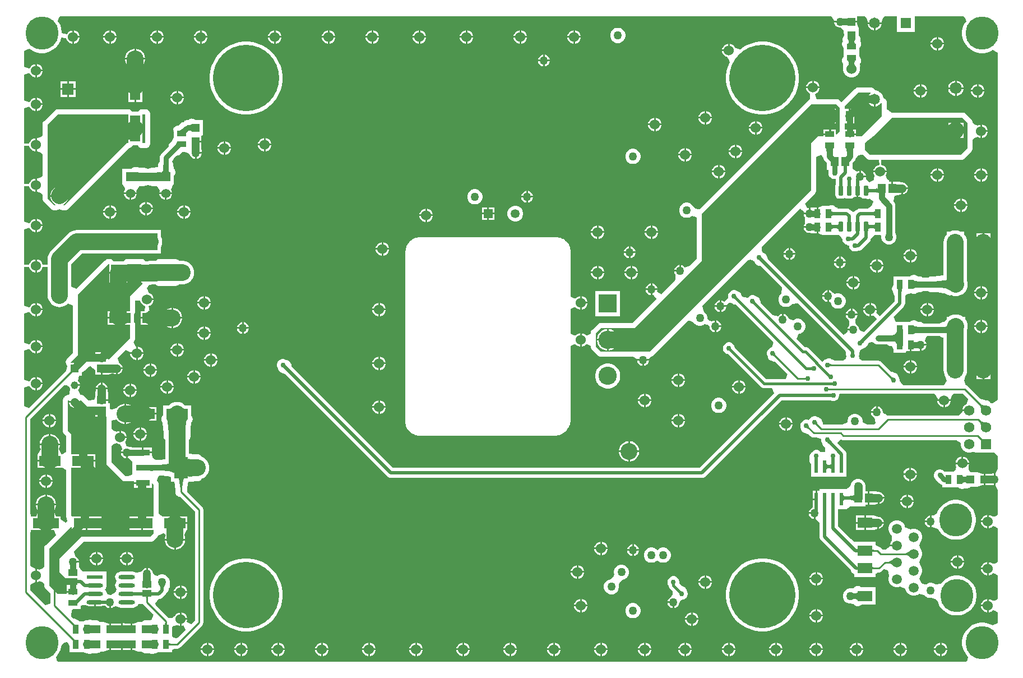
<source format=gtl>
G04*
G04 #@! TF.GenerationSoftware,Altium Limited,Altium Designer,24.6.1 (21)*
G04*
G04 Layer_Physical_Order=1*
G04 Layer_Color=255*
%FSLAX25Y25*%
%MOIN*%
G70*
G04*
G04 #@! TF.SameCoordinates,65BBE5AF-797C-4DEE-A542-627196F68B12*
G04*
G04*
G04 #@! TF.FilePolarity,Positive*
G04*
G01*
G75*
%ADD12C,0.01000*%
%ADD17R,0.12598X0.06299*%
%ADD18R,0.08661X0.09843*%
%ADD19R,0.09752X0.02367*%
G04:AMPARAMS|DCode=20|XSize=97.52mil|YSize=23.67mil|CornerRadius=11.84mil|HoleSize=0mil|Usage=FLASHONLY|Rotation=0.000|XOffset=0mil|YOffset=0mil|HoleType=Round|Shape=RoundedRectangle|*
%AMROUNDEDRECTD20*
21,1,0.09752,0.00000,0,0,0.0*
21,1,0.07385,0.02367,0,0,0.0*
1,1,0.02367,0.03693,0.00000*
1,1,0.02367,-0.03693,0.00000*
1,1,0.02367,-0.03693,0.00000*
1,1,0.02367,0.03693,0.00000*
%
%ADD20ROUNDEDRECTD20*%
%ADD21R,0.08465X0.12795*%
%ADD22R,0.08465X0.03740*%
%ADD23R,0.04724X0.04724*%
%ADD24R,0.02087X0.07795*%
%ADD25R,0.08583X0.06378*%
%ADD26R,0.05315X0.03347*%
%ADD27R,0.03347X0.05315*%
%ADD28R,0.05315X0.04331*%
%ADD29R,0.06378X0.08583*%
%ADD30R,0.05733X0.05136*%
%ADD31R,0.05136X0.05733*%
%ADD32R,0.04724X0.04724*%
%ADD33R,0.04331X0.06496*%
G04:AMPARAMS|DCode=34|XSize=23.62mil|YSize=57.09mil|CornerRadius=2.01mil|HoleSize=0mil|Usage=FLASHONLY|Rotation=180.000|XOffset=0mil|YOffset=0mil|HoleType=Round|Shape=RoundedRectangle|*
%AMROUNDEDRECTD34*
21,1,0.02362,0.05307,0,0,180.0*
21,1,0.01961,0.05709,0,0,180.0*
1,1,0.00402,-0.00980,0.02653*
1,1,0.00402,0.00980,0.02653*
1,1,0.00402,0.00980,-0.02653*
1,1,0.00402,-0.00980,-0.02653*
%
%ADD34ROUNDEDRECTD34*%
%ADD35R,0.15748X0.06299*%
%ADD36R,0.06299X0.15748*%
%ADD44C,0.05315*%
%ADD45R,0.05315X0.05315*%
%ADD48R,0.06181X0.06181*%
%ADD49C,0.06181*%
%ADD53R,0.05512X0.05512*%
%ADD54C,0.05512*%
%ADD60C,0.10827*%
%ADD61R,0.10827X0.10827*%
%ADD62C,0.10000*%
%ADD63C,0.01500*%
%ADD64C,0.05000*%
%ADD65C,0.02000*%
%ADD66C,0.03500*%
%ADD67C,0.03000*%
%ADD68C,0.04500*%
%ADD69C,0.04000*%
%ADD70C,0.03400*%
%ADD71C,0.06000*%
%ADD72C,0.04598*%
%ADD73R,0.04598X0.04598*%
%ADD74C,0.39370*%
%ADD75R,0.07087X0.07087*%
%ADD76C,0.07087*%
%ADD77R,0.06496X0.06496*%
%ADD78C,0.06496*%
%ADD79C,0.05906*%
%ADD80C,0.19685*%
%ADD81C,0.08858*%
%ADD82C,0.06000*%
%ADD83C,0.03000*%
%ADD84C,0.10000*%
%ADD85C,0.05000*%
G36*
X668572Y491318D02*
X669141Y489443D01*
X668447Y488488D01*
X667601Y486827D01*
X667025Y485054D01*
X666733Y483213D01*
Y481349D01*
X667025Y479508D01*
X667601Y477735D01*
X668447Y476074D01*
X669543Y474566D01*
X670861Y473248D01*
X672369Y472152D01*
X674030Y471306D01*
X675803Y470730D01*
X677644Y470438D01*
X679508D01*
X681349Y470730D01*
X683122Y471306D01*
X684783Y472152D01*
X684837Y472192D01*
X687837Y470663D01*
Y264207D01*
X684892Y262207D01*
X684018Y262463D01*
X683590Y262603D01*
X683355Y262909D01*
X683123Y263215D01*
X683115Y263222D01*
X683109Y263230D01*
X682803Y263465D01*
X682500Y263700D01*
X682490Y263704D01*
X682482Y263711D01*
X682127Y263858D01*
X681772Y264008D01*
X681762Y264009D01*
X681752Y264013D01*
X681372Y264063D01*
X680990Y264116D01*
X680629Y264119D01*
X680023Y264159D01*
X679867Y264180D01*
X679737Y264207D01*
X679708Y264214D01*
X679622Y264271D01*
X679399Y264442D01*
X679292Y264486D01*
X679196Y264549D01*
X678929Y264636D01*
X678669Y264744D01*
X678555Y264759D01*
X678445Y264795D01*
X678164Y264810D01*
X677886Y264847D01*
X677773Y264832D01*
X670239Y272365D01*
X669413Y272918D01*
X668888Y273022D01*
X667884Y275715D01*
X668692Y278373D01*
X669191Y279308D01*
X669592Y280628D01*
X669727Y282000D01*
Y306061D01*
X669899Y306628D01*
X670034Y308000D01*
X669899Y309372D01*
X669498Y310692D01*
X668848Y311908D01*
X668543Y312280D01*
Y313543D01*
X667280D01*
X666908Y313848D01*
X665692Y314498D01*
X664372Y314899D01*
X663000Y315034D01*
X661628Y314899D01*
X660308Y314498D01*
X659092Y313848D01*
X658720Y313543D01*
X657457D01*
Y312347D01*
X656845Y311601D01*
X656410Y310788D01*
X655889Y310775D01*
X655538Y310719D01*
X655186Y310673D01*
X655149Y310658D01*
X655109Y310651D01*
X654784Y310507D01*
X654456Y310370D01*
X654424Y310346D01*
X654388Y310330D01*
X654111Y310106D01*
X653829Y309890D01*
X653805Y309858D01*
X653774Y309833D01*
X653737Y309782D01*
X643636D01*
X643577Y309861D01*
X643561Y309873D01*
X643549Y309890D01*
X643252Y310118D01*
X642957Y310350D01*
X642939Y310358D01*
X642922Y310370D01*
X642576Y310514D01*
X642232Y310662D01*
X642211Y310665D01*
X642192Y310673D01*
X641821Y310722D01*
X641450Y310776D01*
X640861Y310784D01*
X639977Y310840D01*
X639806Y310972D01*
X639574Y311172D01*
X639493Y311211D01*
X639422Y311266D01*
X639139Y311383D01*
X638863Y311517D01*
X638775Y311534D01*
X638692Y311568D01*
X638388Y311608D01*
X638087Y311666D01*
X637998Y311660D01*
X637909Y311671D01*
X637605Y311631D01*
X637300Y311609D01*
X637215Y311580D01*
X637126Y311568D01*
X636843Y311451D01*
X636553Y311350D01*
X636479Y311300D01*
X636396Y311266D01*
X636153Y311079D01*
X635899Y310907D01*
X635841Y310840D01*
X635770Y310785D01*
X635672Y310658D01*
X627179D01*
X625836Y313557D01*
X631892Y319612D01*
X631892Y319612D01*
X632373Y320239D01*
X632675Y320969D01*
X632778Y321752D01*
Y326114D01*
X632812Y326138D01*
X632847Y326181D01*
X632892Y326215D01*
X633098Y326484D01*
X633315Y326746D01*
X633765Y327015D01*
X634839Y327423D01*
X635882Y327631D01*
X636412Y327646D01*
X636709Y327595D01*
X636843Y327549D01*
X637126Y327432D01*
X637215Y327420D01*
X637300Y327391D01*
X637605Y327369D01*
X637909Y327329D01*
X637998Y327340D01*
X638087Y327334D01*
X638388Y327392D01*
X638692Y327432D01*
X638775Y327466D01*
X638863Y327483D01*
X639139Y327617D01*
X639422Y327734D01*
X639493Y327788D01*
X639574Y327828D01*
X639806Y328028D01*
X639946Y328136D01*
X640893Y328217D01*
X641450Y328224D01*
X641821Y328278D01*
X642192Y328327D01*
X642211Y328335D01*
X642232Y328338D01*
X642576Y328486D01*
X642922Y328629D01*
X642939Y328642D01*
X642957Y328650D01*
X643252Y328882D01*
X643305Y328923D01*
X644803Y329046D01*
X646421Y328923D01*
X646465Y328889D01*
X646749Y328661D01*
X646778Y328649D01*
X646803Y328629D01*
X647139Y328490D01*
X647472Y328344D01*
X647504Y328339D01*
X647533Y328327D01*
X647894Y328280D01*
X648253Y328225D01*
X651612Y328155D01*
X654276Y327953D01*
X655300Y327815D01*
X656158Y327653D01*
X656809Y327482D01*
X657228Y327330D01*
X657389Y327246D01*
X657601Y327080D01*
X657785Y326972D01*
X657954Y326842D01*
X658123Y326772D01*
X658281Y326678D01*
X658487Y326621D01*
X658683Y326539D01*
X658865Y326516D01*
X659042Y326466D01*
X659255Y326464D01*
X659467Y326436D01*
X659649Y326460D01*
X659832Y326459D01*
X660038Y326512D01*
X660240Y326538D01*
X660308Y326501D01*
X661628Y326101D01*
X663000Y325966D01*
X664372Y326101D01*
X665692Y326501D01*
X666908Y327151D01*
X667974Y328026D01*
X668848Y329092D01*
X669498Y330308D01*
X669899Y331628D01*
X670034Y333000D01*
X669899Y334372D01*
X669727Y334939D01*
Y358000D01*
X669592Y359372D01*
X669191Y360692D01*
X668541Y361908D01*
X667882Y362711D01*
Y364291D01*
X665772D01*
X665385Y364498D01*
X664065Y364899D01*
X662693Y365034D01*
X661321Y364899D01*
X660001Y364498D01*
X659614Y364291D01*
X657504D01*
Y362711D01*
X656845Y361908D01*
X656194Y360692D01*
X655794Y359372D01*
X655659Y358000D01*
Y338253D01*
X655387Y338201D01*
X649983Y337793D01*
X648286Y337776D01*
X647910Y337722D01*
X647533Y337673D01*
X647519Y337667D01*
X647504Y337665D01*
X647154Y337516D01*
X646803Y337370D01*
X646791Y337361D01*
X646777Y337355D01*
X646478Y337121D01*
X646421Y337077D01*
X644893Y336961D01*
X643305Y337077D01*
X643252Y337118D01*
X642957Y337350D01*
X642939Y337358D01*
X642922Y337370D01*
X642576Y337514D01*
X642232Y337662D01*
X642211Y337665D01*
X642192Y337673D01*
X641821Y337722D01*
X641450Y337776D01*
X640861Y337784D01*
X639977Y337840D01*
X639806Y337972D01*
X639574Y338172D01*
X639493Y338211D01*
X639422Y338266D01*
X639139Y338383D01*
X638863Y338517D01*
X638775Y338534D01*
X638692Y338568D01*
X638388Y338608D01*
X638087Y338666D01*
X637998Y338660D01*
X637909Y338671D01*
X637605Y338631D01*
X637300Y338609D01*
X637215Y338580D01*
X637126Y338568D01*
X636843Y338451D01*
X636553Y338351D01*
X636479Y338300D01*
X636396Y338266D01*
X636153Y338079D01*
X635899Y337907D01*
X635841Y337840D01*
X635770Y337785D01*
X635672Y337657D01*
X626079D01*
Y332592D01*
X625951Y332494D01*
X625855Y332369D01*
X625741Y332261D01*
X625616Y332057D01*
X625470Y331868D01*
X625410Y331722D01*
X625327Y331588D01*
X625259Y331358D01*
X625168Y331138D01*
X625147Y330981D01*
X625103Y330830D01*
X625096Y330591D01*
X625065Y330354D01*
X625085Y330198D01*
X625081Y330041D01*
X625137Y329808D01*
X625168Y329571D01*
X625228Y329426D01*
X625265Y329272D01*
X625379Y329062D01*
X625470Y328842D01*
X625566Y328716D01*
X625641Y328578D01*
X625723Y328491D01*
X625727Y328302D01*
X625781Y327937D01*
X625829Y327571D01*
X625839Y327547D01*
X625843Y327521D01*
X625990Y327182D01*
X626131Y326842D01*
X626148Y326821D01*
X626158Y326796D01*
X626388Y326507D01*
X626612Y326215D01*
X626633Y326199D01*
X626650Y326178D01*
X626726Y326122D01*
Y323005D01*
X617846Y314125D01*
X615495Y315928D01*
X615670Y316325D01*
X615727Y316456D01*
X615795Y316710D01*
X616000Y317473D01*
Y317500D01*
X612500D01*
Y314000D01*
X612527D01*
X613266Y314198D01*
X613544Y314273D01*
X613690Y314337D01*
X614072Y314505D01*
X615875Y312154D01*
X608366Y304646D01*
X606494Y305229D01*
X605500Y306022D01*
Y306461D01*
X605262Y307351D01*
X604801Y308149D01*
X604149Y308801D01*
X603615Y309109D01*
X603321Y310506D01*
X603324Y312374D01*
X603801Y312851D01*
X604261Y313649D01*
X604490Y314500D01*
X597510D01*
X597739Y313649D01*
X598199Y312851D01*
X598851Y312199D01*
X599385Y311891D01*
X599679Y310494D01*
X599676Y308626D01*
X599199Y308149D01*
X598738Y307351D01*
X598511Y306500D01*
X602000D01*
Y305500D01*
X598511D01*
X598738Y304649D01*
X596154Y303125D01*
X551142Y348137D01*
X551160Y348271D01*
X551159Y348276D01*
X551160Y348280D01*
X551109Y348664D01*
X551059Y349055D01*
X551057Y349059D01*
X551057Y349063D01*
X550908Y349422D01*
X550759Y349785D01*
X550756Y349789D01*
X550755Y349793D01*
X550517Y350103D01*
X550280Y350413D01*
X550181Y350513D01*
X549903Y350804D01*
X549855Y350861D01*
X549814Y350897D01*
X549640Y351125D01*
X549585Y351166D01*
X549542Y351218D01*
X549273Y351406D01*
X549013Y351606D01*
X548950Y351632D01*
X548894Y351671D01*
X548586Y351782D01*
X548283Y351908D01*
X548073Y352222D01*
X547676Y353077D01*
X547495Y354139D01*
X547584Y355305D01*
X570154Y377875D01*
X572739Y376351D01*
X572530Y375574D01*
X572510Y375500D01*
X575500D01*
Y378489D01*
X574649Y378261D01*
X573125Y380846D01*
X579140Y386860D01*
X579621Y387487D01*
X579923Y388217D01*
X580026Y389000D01*
Y408433D01*
X580063Y408553D01*
X580080Y408582D01*
X583026Y410038D01*
X583316Y409816D01*
X583335Y409789D01*
X583338Y409768D01*
X583486Y409424D01*
X583630Y409078D01*
X583642Y409061D01*
X583650Y409043D01*
X583882Y408748D01*
X584110Y408451D01*
X584127Y408439D01*
X584139Y408423D01*
X584285Y408314D01*
X584346Y407849D01*
X584724Y406937D01*
X585325Y406153D01*
X586260Y405219D01*
Y401133D01*
X587297D01*
Y399172D01*
X587418Y398259D01*
X587770Y397407D01*
X588331Y396676D01*
X588515Y396535D01*
X588851Y396199D01*
X589649Y395739D01*
X590539Y395500D01*
X591461D01*
X591474Y395490D01*
Y392282D01*
X591447Y392241D01*
X591276Y391382D01*
Y386075D01*
X591447Y385216D01*
X591933Y384488D01*
X592661Y384002D01*
X593520Y383831D01*
X595480D01*
X596339Y384002D01*
X597000Y384443D01*
X597661Y384002D01*
X598520Y383831D01*
X600480D01*
X601339Y384002D01*
X602067Y384488D01*
X603051Y384944D01*
X603520Y384851D01*
X604000D01*
Y388728D01*
X605000D01*
Y384851D01*
X605480D01*
X605949Y384944D01*
X606933Y384488D01*
X607661Y384002D01*
X608520Y383831D01*
X609828D01*
X609890Y383805D01*
X610124Y383775D01*
X610354Y383719D01*
X610514Y383723D01*
X610673Y383702D01*
X610907Y383733D01*
X611144Y383739D01*
X611297Y383785D01*
X611456Y383805D01*
X611493Y383821D01*
X612944Y383044D01*
X613970Y382355D01*
X613988Y382339D01*
X613906Y381963D01*
X613079Y379658D01*
X613079Y379658D01*
Y379658D01*
X610577Y378026D01*
X606000D01*
X605217Y377923D01*
X604487Y377621D01*
X604118Y377338D01*
X602000Y375887D01*
X599882Y377338D01*
X599513Y377621D01*
X598783Y377923D01*
X598000Y378026D01*
X593146D01*
X593104Y378083D01*
X593073Y378108D01*
X593049Y378140D01*
X592767Y378356D01*
X592491Y378580D01*
X592454Y378596D01*
X592422Y378621D01*
X592094Y378756D01*
X591769Y378901D01*
X591729Y378907D01*
X591692Y378923D01*
X591340Y378969D01*
X591157Y378998D01*
X591049Y379140D01*
X590923Y379237D01*
X590921Y379238D01*
X590921Y379658D01*
X589867Y379851D01*
X589692Y379923D01*
X589535Y379944D01*
X589382Y379989D01*
X589145Y379995D01*
X588910Y380026D01*
X588909Y380026D01*
X588752Y380005D01*
X588593Y380009D01*
X588592Y380009D01*
X588362Y379954D01*
X588362D01*
X588126Y379923D01*
X587979Y379862D01*
X587824Y379825D01*
X587616Y379711D01*
X587486Y379658D01*
X583575Y379658D01*
X581252Y378759D01*
Y375000D01*
X580252D01*
Y378658D01*
X578079D01*
X578079Y378658D01*
X576500Y378504D01*
Y375000D01*
X576000D01*
Y374500D01*
X572510D01*
X572739Y373649D01*
X573191Y372865D01*
X573202Y372816D01*
X573333Y371000D01*
X573202Y369184D01*
X573191Y369135D01*
X572739Y368351D01*
X572510Y367500D01*
X576000D01*
Y366500D01*
X572510D01*
X572530Y366426D01*
X572739Y365649D01*
X573199Y364851D01*
X573851Y364199D01*
X574649Y363738D01*
X575183Y363595D01*
X575539Y363500D01*
X578079Y363342D01*
Y363342D01*
X580252D01*
Y367000D01*
X581252D01*
Y363241D01*
X583575Y362343D01*
X586011Y362343D01*
X588174D01*
X588362Y362318D01*
X588592Y362262D01*
X588594Y362262D01*
X588752Y362266D01*
X588909Y362246D01*
X590921Y362343D01*
X593123Y362254D01*
X594140Y361491D01*
X594880Y360805D01*
X595061Y360591D01*
X595069Y360579D01*
X595498Y359786D01*
X595500Y359544D01*
Y359539D01*
X595739Y358649D01*
X596199Y357851D01*
X596851Y357199D01*
X597649Y356738D01*
X598211Y356588D01*
X598308Y356522D01*
X598558Y356329D01*
X598632Y356299D01*
X598699Y356253D01*
X598996Y356148D01*
X599288Y356027D01*
X599368Y356017D01*
X599443Y355990D01*
X599500Y355985D01*
Y355539D01*
X599739Y354649D01*
X600199Y353851D01*
X600851Y353199D01*
X601649Y352738D01*
X602539Y352500D01*
X603461D01*
X604351Y352738D01*
X604759Y352974D01*
X605000D01*
X605783Y353077D01*
X606513Y353380D01*
X607140Y353860D01*
X611640Y358360D01*
X612120Y358987D01*
X612423Y359717D01*
X612572Y360313D01*
X613147Y360921D01*
X614997Y362174D01*
X615421Y362263D01*
X615421D01*
X615651Y362318D01*
X615838Y362343D01*
X618248D01*
X618748Y361691D01*
Y360506D01*
X619055Y359362D01*
X619647Y358336D01*
X620485Y357498D01*
X621511Y356906D01*
X622656Y356599D01*
X623841D01*
X624985Y356906D01*
X626011Y357498D01*
X626849Y358336D01*
X627441Y359362D01*
X627748Y360506D01*
Y361691D01*
X627441Y362836D01*
X627030Y363548D01*
Y367000D01*
Y375000D01*
Y379752D01*
X626901Y380731D01*
X626524Y381643D01*
X625923Y382427D01*
X625842Y382507D01*
X626773Y385488D01*
X628741Y386134D01*
X630500Y386492D01*
Y390000D01*
X631000D01*
Y390500D01*
X634489D01*
X634262Y391351D01*
X633801Y392149D01*
X633149Y392801D01*
X632351Y393262D01*
X631576Y393469D01*
X631461Y393500D01*
X628741Y393867D01*
Y393866D01*
X625672D01*
Y390000D01*
X624672D01*
Y393866D01*
X623396D01*
Y394866D01*
X622766D01*
X621762Y396584D01*
X621387Y397867D01*
X621727Y398456D01*
X622000Y399473D01*
Y399500D01*
X614000D01*
Y399473D01*
X614273Y398456D01*
X614613Y397867D01*
X614259Y394866D01*
X611613Y393719D01*
X609727Y395795D01*
X609512Y396500D01*
X606000D01*
Y397000D01*
X605500D01*
Y400490D01*
X604649Y400261D01*
X604295Y400057D01*
X602545Y401116D01*
X601741Y401927D01*
Y405219D01*
X602674Y406153D01*
X603276Y406937D01*
X603653Y407849D01*
X603715Y408314D01*
X603861Y408423D01*
X603873Y408439D01*
X603890Y408451D01*
X604118Y408748D01*
X604350Y409043D01*
X604358Y409061D01*
X604370Y409078D01*
X604397Y409142D01*
X604967Y409540D01*
X605146Y409609D01*
X606458Y409992D01*
X606942Y410042D01*
X607726Y409994D01*
X609860Y407860D01*
X610487Y407379D01*
X611217Y407077D01*
X612000Y406974D01*
X617411D01*
X617473Y404000D01*
X616456Y403727D01*
X615544Y403201D01*
X614799Y402456D01*
X614273Y401544D01*
X614000Y400527D01*
Y400500D01*
X622000D01*
Y400527D01*
X621727Y401544D01*
X621201Y402456D01*
X620456Y403201D01*
X619544Y403727D01*
X618527Y404000D01*
X618589Y406974D01*
X666000D01*
X666783Y407077D01*
X667513Y407379D01*
X668140Y407860D01*
X668140Y407860D01*
X672140Y411860D01*
X672620Y412487D01*
X672923Y413217D01*
X673026Y414000D01*
Y419075D01*
X674307Y419952D01*
X676026Y420521D01*
X676456Y420273D01*
X677473Y420000D01*
X677500D01*
Y424000D01*
Y428000D01*
X677473D01*
X676456Y427727D01*
X676026Y427479D01*
X674307Y428048D01*
X673026Y428925D01*
Y429000D01*
X672923Y429783D01*
X672620Y430513D01*
X672140Y431140D01*
X669140Y434140D01*
X668513Y434621D01*
X667783Y434923D01*
X667000Y435026D01*
X625000D01*
X622626Y436489D01*
X622053Y437052D01*
X622026Y437098D01*
Y440813D01*
X622026Y440813D01*
X621923Y441597D01*
X621621Y442326D01*
X621140Y442953D01*
X620513Y443434D01*
X619992Y443650D01*
X619638Y444971D01*
X618948Y446167D01*
X617970Y447144D01*
X616774Y447835D01*
X615439Y448193D01*
X615029D01*
X614896Y448513D01*
X614415Y449140D01*
X613789Y449620D01*
X613059Y449923D01*
X612276Y450026D01*
X612276Y450026D01*
X605000D01*
X604217Y449923D01*
X603487Y449620D01*
X602860Y449140D01*
X595000Y441279D01*
X594140Y442140D01*
X593513Y442621D01*
X592783Y442923D01*
X592000Y443026D01*
X580217D01*
X579268Y446026D01*
X579544Y446273D01*
X579986Y446528D01*
X580456Y446799D01*
X581201Y447544D01*
X581727Y448456D01*
X582000Y449473D01*
Y449500D01*
X574000D01*
Y449473D01*
X574273Y448456D01*
X574799Y447544D01*
X575544Y446799D01*
X576332Y446344D01*
X576428Y445884D01*
X576231Y443126D01*
X576154Y442897D01*
X575487Y442621D01*
X574860Y442140D01*
X510445Y377725D01*
X509763Y377694D01*
X508271Y378037D01*
X507222Y378629D01*
X507193Y378737D01*
X506601Y379763D01*
X505763Y380601D01*
X504737Y381193D01*
X503592Y381500D01*
X502408D01*
X501263Y381193D01*
X500237Y380601D01*
X499399Y379763D01*
X498807Y378737D01*
X498500Y377592D01*
Y376408D01*
X498807Y375263D01*
X499399Y374237D01*
X500237Y373399D01*
X501263Y372807D01*
X502408Y372500D01*
X503592D01*
X504737Y372807D01*
X505763Y373399D01*
X505974Y373610D01*
X508585Y372839D01*
X508974Y372564D01*
Y348253D01*
X504754Y344033D01*
X501801Y343149D01*
X501149Y343801D01*
X500351Y344262D01*
X499500Y344490D01*
Y341000D01*
X499000D01*
Y340500D01*
X495510D01*
X495739Y339649D01*
X496199Y338851D01*
X496194Y336004D01*
X495967Y335246D01*
X487846Y327125D01*
X485261Y328649D01*
X485288Y328749D01*
X485490Y329500D01*
X482500D01*
Y326511D01*
X483251Y326712D01*
X483351Y326739D01*
X483754Y326055D01*
X484875Y324154D01*
X470747Y310026D01*
X452000Y310026D01*
X451217Y309923D01*
X450487Y309620D01*
X449860Y309140D01*
X446860Y306140D01*
X446380Y305513D01*
X446077Y304783D01*
X445974Y304000D01*
Y303653D01*
X443974Y302790D01*
X442974Y302683D01*
X442456Y303201D01*
X441544Y303727D01*
X440527Y304000D01*
X440500D01*
Y300000D01*
Y296000D01*
X440527D01*
X441544Y296273D01*
X442456Y296799D01*
X442974Y297317D01*
X443974Y297210D01*
X445974Y296347D01*
Y296000D01*
X446077Y295217D01*
X446380Y294487D01*
X446860Y293860D01*
X449860Y290860D01*
X450487Y290380D01*
X451217Y290077D01*
X452000Y289974D01*
X470800D01*
X473430Y288500D01*
X480531D01*
X481744Y290028D01*
X482513Y290380D01*
X483140Y290860D01*
X503495Y311216D01*
X504848Y311162D01*
X506992Y310471D01*
X507227Y310065D01*
X508065Y309227D01*
X509091Y308634D01*
X510235Y308328D01*
X511420D01*
X512565Y308634D01*
X513591Y309227D01*
X513603Y309239D01*
X515128Y308829D01*
X516500Y307893D01*
Y307539D01*
X516739Y306649D01*
X517199Y305851D01*
X517851Y305199D01*
X518649Y304738D01*
X519500Y304510D01*
Y308000D01*
Y311490D01*
X518649Y311262D01*
X518085Y310936D01*
X516752Y311425D01*
X516431Y311608D01*
X515328Y312520D01*
Y313420D01*
X515021Y314565D01*
X514429Y315591D01*
X513591Y316428D01*
X513185Y316663D01*
X512494Y318807D01*
X512439Y320160D01*
X539695Y347416D01*
X540872Y347506D01*
X542082Y347303D01*
X543092Y346717D01*
X543123Y346643D01*
X543138Y346564D01*
X543274Y346279D01*
X543395Y345987D01*
X543443Y345923D01*
X543478Y345851D01*
X543683Y345611D01*
X543875Y345360D01*
X543939Y345312D01*
X543991Y345251D01*
X544696Y344616D01*
X544956Y344438D01*
X545207Y344245D01*
X545281Y344215D01*
X545347Y344169D01*
X545645Y344064D01*
X545937Y343943D01*
X546016Y343933D01*
X546092Y343906D01*
X546407Y343881D01*
X546720Y343840D01*
X546799Y343850D01*
X546876Y343845D01*
X559599Y331121D01*
X559730Y330546D01*
X559237Y327601D01*
X558399Y326763D01*
X557807Y325737D01*
X557500Y324592D01*
Y323408D01*
X557807Y322263D01*
X558399Y321237D01*
X559237Y320399D01*
X560263Y319807D01*
X561408Y319500D01*
X562592D01*
X563737Y319807D01*
X564763Y320399D01*
X565601Y321237D01*
X568546Y321730D01*
X569121Y321599D01*
X597643Y293078D01*
X597608Y292816D01*
X597608Y292676D01*
X597598Y292274D01*
X597592Y292199D01*
X597595Y292145D01*
X597558Y291861D01*
X597567Y291793D01*
X597561Y291726D01*
X597618Y291403D01*
X597661Y291077D01*
X597687Y291015D01*
X597699Y290948D01*
X597838Y290651D01*
X597963Y290348D01*
X597850Y289922D01*
X597493Y289066D01*
X596846Y288223D01*
X595999Y287549D01*
X591040D01*
X591037Y287553D01*
X590990Y287592D01*
X590954Y287640D01*
X590688Y287844D01*
X590429Y288059D01*
X590375Y288084D01*
X590327Y288121D01*
X590017Y288249D01*
X589712Y288390D01*
X589653Y288400D01*
X589597Y288423D01*
X589368Y288453D01*
X589084Y288670D01*
X589051Y288684D01*
X589023Y288705D01*
X588687Y288835D01*
X588354Y288973D01*
X588319Y288977D01*
X588286Y288990D01*
X587928Y289029D01*
X587571Y289076D01*
X587536Y289071D01*
X587501Y289075D01*
X587145Y289020D01*
X586788Y288973D01*
X586755Y288959D01*
X586720Y288954D01*
X586391Y288808D01*
X586058Y288670D01*
X586030Y288649D01*
X585998Y288635D01*
X585726Y288416D01*
X585149Y288262D01*
X584351Y287801D01*
X583699Y287149D01*
X583323Y287100D01*
X575461Y294961D01*
X574887Y295402D01*
X574218Y295679D01*
X573500Y295774D01*
X573149D01*
X568423Y300500D01*
X569593Y303500D01*
X570737Y303807D01*
X571763Y304399D01*
X572601Y305237D01*
X573193Y306263D01*
X573500Y307408D01*
Y308592D01*
X573193Y309737D01*
X572601Y310763D01*
X571763Y311601D01*
X570737Y312193D01*
X569592Y312500D01*
X568408D01*
X567263Y312193D01*
X566500Y311753D01*
X565108Y312081D01*
X563364Y312970D01*
X563262Y313351D01*
X562801Y314149D01*
X562149Y314801D01*
X561351Y315262D01*
X560500Y315490D01*
Y312000D01*
X559500D01*
Y315490D01*
X558649Y315262D01*
X557851Y314801D01*
X557199Y314149D01*
X554132Y314790D01*
X547102Y321820D01*
X547109Y321859D01*
X547104Y321917D01*
X547111Y321975D01*
X547067Y322310D01*
X547036Y322646D01*
X547016Y322701D01*
X547008Y322759D01*
X546879Y323070D01*
X546762Y323387D01*
X546728Y323434D01*
X546706Y323488D01*
X546500Y323756D01*
X546372Y323938D01*
X546371Y323940D01*
X546237Y324216D01*
X546120Y324498D01*
X546065Y324570D01*
X546026Y324651D01*
X545826Y324882D01*
X545640Y325125D01*
X545568Y325180D01*
X545509Y325248D01*
X545255Y325419D01*
X545013Y325606D01*
X544929Y325640D01*
X544854Y325691D01*
X544565Y325791D01*
X544283Y325908D01*
X544194Y325920D01*
X544108Y325949D01*
X543861Y325967D01*
X543351Y326261D01*
X542461Y326500D01*
X541539D01*
X540649Y326261D01*
X539851Y325801D01*
X539199Y325149D01*
X538909Y325118D01*
X536036Y325646D01*
X536016Y325700D01*
X536008Y325759D01*
X535879Y326070D01*
X535762Y326386D01*
X535728Y326434D01*
X535706Y326488D01*
X535500Y326756D01*
X535371Y326938D01*
X535371Y326940D01*
X535237Y327216D01*
X535120Y327498D01*
X535065Y327570D01*
X535026Y327651D01*
X534826Y327882D01*
X534640Y328125D01*
X534568Y328180D01*
X534509Y328248D01*
X534255Y328419D01*
X534013Y328606D01*
X533929Y328640D01*
X533854Y328691D01*
X533566Y328791D01*
X533283Y328908D01*
X533193Y328920D01*
X533108Y328949D01*
X532861Y328967D01*
X532351Y329261D01*
X531461Y329500D01*
X530539D01*
X529649Y329261D01*
X528851Y328801D01*
X528199Y328149D01*
X527739Y327351D01*
X527500Y326461D01*
Y325539D01*
X527677Y324878D01*
X527738Y324652D01*
X527738Y324649D01*
X525421Y322670D01*
X525149Y322801D01*
X524757Y323027D01*
X524351Y323261D01*
X523500Y323489D01*
Y320500D01*
X526506D01*
X526523Y320602D01*
X528310Y321938D01*
X528980Y322134D01*
X529275Y322006D01*
X529502Y321880D01*
X529784Y321763D01*
X529784Y321763D01*
X530060Y321629D01*
X530073Y321626D01*
X530220Y321518D01*
X530512Y321294D01*
X530538Y321283D01*
X530561Y321267D01*
X530902Y321132D01*
X531242Y320992D01*
X531270Y320988D01*
X531296Y320978D01*
X531661Y320937D01*
X532025Y320889D01*
X532053Y320893D01*
X532081Y320889D01*
X532174Y320903D01*
X554596Y298482D01*
X553877Y296264D01*
X553397Y295438D01*
X552740Y295262D01*
X551941Y294801D01*
X551290Y294149D01*
X550829Y293351D01*
X550591Y292461D01*
Y291539D01*
X550829Y290649D01*
X551128Y290131D01*
X551165Y289785D01*
X551178Y289752D01*
X551183Y289717D01*
X551321Y289384D01*
X551451Y289049D01*
X551472Y289020D01*
X551485Y288987D01*
X551704Y288702D01*
X551917Y288411D01*
X551944Y288388D01*
X551966Y288360D01*
X552251Y288141D01*
X552532Y287915D01*
X552564Y287901D01*
X552593Y287880D01*
X552925Y287742D01*
X553255Y287596D01*
X553290Y287591D01*
X553322Y287577D01*
X553677Y287531D01*
X553861Y287390D01*
X553916Y287367D01*
X553965Y287332D01*
X554280Y287216D01*
X554590Y287087D01*
X554650Y287079D01*
X554706Y287059D01*
X555041Y287028D01*
X555373Y286984D01*
X555433Y286992D01*
X555493Y286986D01*
X555498Y286987D01*
X562940Y279545D01*
X561792Y276774D01*
X550149D01*
X531500Y295423D01*
Y295461D01*
X531261Y296351D01*
X530801Y297149D01*
X530149Y297801D01*
X529351Y298261D01*
X528461Y298500D01*
X527539D01*
X526649Y298261D01*
X525851Y297801D01*
X525199Y297149D01*
X524739Y296351D01*
X524500Y295461D01*
Y294539D01*
X524739Y293649D01*
X525199Y292851D01*
X525851Y292199D01*
X526649Y291739D01*
X527539Y291500D01*
X527577D01*
X547039Y272039D01*
X547613Y271598D01*
X548282Y271321D01*
X549000Y271226D01*
X553704D01*
X554947Y268226D01*
X510747Y224026D01*
X328253D01*
X268034Y284245D01*
X268052Y284379D01*
X268052Y284383D01*
X268052Y284388D01*
X268002Y284774D01*
X267952Y285162D01*
X267950Y285166D01*
X267949Y285171D01*
X267800Y285531D01*
X267652Y285893D01*
X267649Y285896D01*
X267647Y285901D01*
X267409Y286211D01*
X267172Y286521D01*
X267073Y286621D01*
X266796Y286912D01*
X266747Y286968D01*
X266706Y287005D01*
X266532Y287232D01*
X266478Y287274D01*
X266434Y287326D01*
X266165Y287513D01*
X265905Y287713D01*
X265842Y287739D01*
X265787Y287778D01*
X265478Y287890D01*
X265176Y288015D01*
X265108Y288024D01*
X265044Y288047D01*
X264758Y288072D01*
X264243Y288369D01*
X263353Y288608D01*
X262432D01*
X261542Y288369D01*
X260743Y287908D01*
X260092Y287257D01*
X259631Y286458D01*
X259392Y285568D01*
Y284647D01*
X259631Y283757D01*
X259922Y283252D01*
X259944Y283137D01*
X259985Y282824D01*
X260015Y282750D01*
X260030Y282671D01*
X260166Y282386D01*
X260287Y282095D01*
X260336Y282031D01*
X260370Y281959D01*
X260576Y281719D01*
X260768Y281468D01*
X260831Y281419D01*
X260884Y281358D01*
X261589Y280724D01*
X261849Y280545D01*
X262099Y280353D01*
X262174Y280322D01*
X262240Y280277D01*
X262538Y280171D01*
X262829Y280051D01*
X262909Y280040D01*
X262984Y280013D01*
X263299Y279989D01*
X263612Y279948D01*
X263692Y279958D01*
X263769Y279952D01*
X324860Y218860D01*
X325487Y218379D01*
X326217Y218077D01*
X327000Y217974D01*
X512000D01*
X512783Y218077D01*
X513513Y218379D01*
X514140Y218860D01*
X559379Y264100D01*
X588367D01*
X588775Y263864D01*
X589665Y263626D01*
X590587D01*
X591477Y263864D01*
X592275Y264325D01*
X592927Y264977D01*
X593388Y265775D01*
X593626Y266665D01*
Y267587D01*
X593954Y268014D01*
X650277D01*
X651273Y266781D01*
X652131Y265014D01*
X652000Y264527D01*
Y264500D01*
X660000D01*
Y264527D01*
X659869Y265014D01*
X660727Y266781D01*
X661723Y268014D01*
X667381D01*
X670351Y265045D01*
X670372Y264475D01*
X669421Y261812D01*
X668488Y261273D01*
X667727Y260512D01*
X667188Y259579D01*
X666910Y258539D01*
Y258500D01*
X671000D01*
Y257500D01*
X666910D01*
Y257462D01*
X664781Y255247D01*
X664561Y255139D01*
X622590D01*
X622211Y255064D01*
X620813Y255825D01*
X620622Y255976D01*
X619500Y257140D01*
Y257461D01*
X619262Y258351D01*
X618801Y259149D01*
X618149Y259801D01*
X617351Y260262D01*
X616500Y260490D01*
Y257000D01*
X616000D01*
Y256500D01*
X612510D01*
X612739Y255649D01*
X613199Y254851D01*
X613851Y254199D01*
X614649Y253738D01*
X615298Y250780D01*
X615282Y250606D01*
X614892Y249900D01*
X614416Y249549D01*
X610242D01*
X607500Y250908D01*
Y252092D01*
X607193Y253237D01*
X606601Y254263D01*
X605763Y255101D01*
X604737Y255693D01*
X603592Y256000D01*
X602408D01*
X601263Y255693D01*
X600237Y255101D01*
X599399Y254263D01*
X598807Y253237D01*
X598500Y252092D01*
Y250908D01*
X595758Y249549D01*
X586955D01*
X584016Y249808D01*
X583972Y250141D01*
X583941Y250475D01*
X583921Y250531D01*
X583913Y250591D01*
X583784Y250901D01*
X583668Y251216D01*
X583634Y251265D01*
X583610Y251321D01*
X583469Y251505D01*
X583423Y251859D01*
X583409Y251891D01*
X583404Y251926D01*
X583258Y252256D01*
X583120Y252589D01*
X583099Y252617D01*
X583084Y252649D01*
X582859Y252930D01*
X582640Y253215D01*
X582612Y253237D01*
X582589Y253264D01*
X582298Y253477D01*
X582013Y253696D01*
X581980Y253710D01*
X581952Y253731D01*
X581616Y253861D01*
X581283Y253998D01*
X581248Y254003D01*
X581215Y254016D01*
X580869Y254053D01*
X580351Y254352D01*
X579461Y254591D01*
X578539D01*
X577649Y254352D01*
X576851Y253891D01*
X576199Y253240D01*
X575738Y252442D01*
X574461Y252500D01*
X573539D01*
X572649Y252261D01*
X571851Y251801D01*
X571199Y251149D01*
X570739Y250351D01*
X570500Y249461D01*
Y248539D01*
X570739Y247649D01*
X571037Y247131D01*
X571075Y246785D01*
X571088Y246752D01*
X571092Y246717D01*
X571230Y246384D01*
X571360Y246048D01*
X571381Y246020D01*
X571394Y245987D01*
X571614Y245702D01*
X571826Y245411D01*
X571854Y245389D01*
X571875Y245360D01*
X572161Y245141D01*
X572441Y244916D01*
X572474Y244901D01*
X572502Y244880D01*
X572835Y244742D01*
X573164Y244596D01*
X573199Y244591D01*
X573232Y244577D01*
X573586Y244531D01*
X573770Y244390D01*
X573826Y244367D01*
X573875Y244332D01*
X574190Y244216D01*
X574500Y244087D01*
X574559Y244079D01*
X574616Y244059D01*
X574950Y244028D01*
X575283Y243984D01*
X575343Y243992D01*
X575402Y243987D01*
X575408Y243987D01*
X576698Y242698D01*
X577525Y242145D01*
X578500Y241951D01*
X580160D01*
X583000Y240961D01*
Y240039D01*
X583239Y239149D01*
X583530Y238645D01*
X583551Y238530D01*
X583592Y238217D01*
X583623Y238143D01*
X583638Y238064D01*
X583774Y237779D01*
X583894Y237487D01*
X583943Y237423D01*
X583978Y237351D01*
X584183Y237111D01*
X584375Y236860D01*
X584439Y236812D01*
X584491Y236751D01*
X585196Y236116D01*
X585379Y233734D01*
X585224Y233634D01*
X584818Y233458D01*
X582470Y233480D01*
X582149Y233801D01*
X581351Y234261D01*
X580461Y234500D01*
X579539D01*
X578649Y234261D01*
X577851Y233801D01*
X577199Y233149D01*
X577036Y232866D01*
X576872Y232741D01*
X576867Y232735D01*
X576860Y232730D01*
X576625Y232423D01*
X576387Y232117D01*
X576384Y232110D01*
X576379Y232103D01*
X576232Y231746D01*
X576081Y231389D01*
X576080Y231381D01*
X576077Y231374D01*
X576027Y230990D01*
X575974Y230606D01*
X575973Y230337D01*
X575965Y230242D01*
X575924Y229929D01*
X575935Y229849D01*
X575928Y229769D01*
X575965Y229080D01*
X575955Y228758D01*
X575956Y228750D01*
X575944Y228673D01*
X575948Y228632D01*
X575943Y228590D01*
X575987Y228254D01*
X575994Y228088D01*
X576010Y228038D01*
X576026Y227888D01*
X576041Y227849D01*
X576046Y227807D01*
X576181Y227480D01*
X576202Y227426D01*
X576231Y227335D01*
X576246Y227310D01*
X576308Y227150D01*
X576332Y227116D01*
X576348Y227077D01*
X576564Y226797D01*
X576637Y226695D01*
X576654Y226668D01*
X576662Y226661D01*
X576771Y226510D01*
X576804Y226484D01*
X576829Y226451D01*
X576957Y226353D01*
Y218807D01*
X598043D01*
Y230602D01*
X598043Y230602D01*
X598043Y230603D01*
X598026Y232000D01*
X597923Y232783D01*
X597923Y232783D01*
X597620Y233513D01*
X597140Y234140D01*
X597140Y234140D01*
X592667Y238612D01*
X594579Y240943D01*
X595024Y240645D01*
X596000Y240451D01*
X663281D01*
X665909Y238670D01*
Y237330D01*
X666256Y236035D01*
X666926Y234874D01*
X667874Y233927D01*
X669035Y233256D01*
X668181Y230418D01*
X667361Y230638D01*
X667334D01*
Y227138D01*
X670834D01*
Y227165D01*
X670562Y228182D01*
X670035Y229094D01*
X669290Y229839D01*
X668378Y230365D01*
X669232Y233204D01*
X670330Y232909D01*
X671670D01*
X672965Y233256D01*
X675910Y232909D01*
X675910Y232909D01*
X684837D01*
X686091Y232909D01*
X687837Y230633D01*
Y223237D01*
X686500Y220578D01*
Y217000D01*
Y213422D01*
X687837Y210763D01*
Y195890D01*
X686345Y195078D01*
X684837Y194820D01*
X684456Y195201D01*
X683544Y195727D01*
X682527Y196000D01*
X682500D01*
Y192000D01*
Y188000D01*
X682527D01*
X683544Y188273D01*
X684456Y188799D01*
X684837Y189180D01*
X686345Y188922D01*
X687837Y188110D01*
Y167890D01*
X686345Y167078D01*
X684837Y166820D01*
X684456Y167201D01*
X683544Y167727D01*
X682527Y168000D01*
X682500D01*
Y164000D01*
Y160000D01*
X682527D01*
X683544Y160273D01*
X684456Y160799D01*
X684837Y161180D01*
X686345Y160922D01*
X687837Y160110D01*
Y145890D01*
X686345Y145078D01*
X684837Y144820D01*
X684456Y145201D01*
X683544Y145727D01*
X682527Y146000D01*
X682500D01*
Y142000D01*
Y138000D01*
X682527D01*
X683544Y138273D01*
X684456Y138799D01*
X684837Y139180D01*
X686345Y138922D01*
X687837Y138110D01*
Y131694D01*
X684837Y130165D01*
X684783Y130205D01*
X683122Y131051D01*
X681349Y131627D01*
X679508Y131919D01*
X677644D01*
X675803Y131627D01*
X674030Y131051D01*
X672369Y130205D01*
X670861Y129109D01*
X669543Y127791D01*
X668447Y126283D01*
X667601Y124622D01*
X667025Y122849D01*
X666733Y121008D01*
Y119144D01*
X667025Y117303D01*
X667601Y115530D01*
X668447Y113869D01*
X669543Y112361D01*
X670320Y111584D01*
X669792Y109514D01*
X669141Y108584D01*
X128955D01*
X128305Y109514D01*
X127777Y111584D01*
X128554Y112361D01*
X129649Y113869D01*
X130496Y115530D01*
X131072Y117303D01*
X131256Y118467D01*
X132567Y119841D01*
X132717Y119946D01*
X134363Y120370D01*
X134968Y119912D01*
X135064Y119804D01*
X135248Y119493D01*
X135363Y119264D01*
X135457Y119026D01*
X135541Y118913D01*
X135604Y118788D01*
X135775Y118597D01*
X135928Y118392D01*
X136038Y118304D01*
X136079Y118258D01*
Y114342D01*
X144457D01*
X144721Y114137D01*
X144729Y114134D01*
X144735Y114129D01*
X145092Y113981D01*
X145450Y113831D01*
X145457Y113830D01*
X145465Y113827D01*
X145849Y113777D01*
X146232Y113724D01*
X146423Y113723D01*
X146432Y113719D01*
X146462Y113697D01*
X146796Y113569D01*
X147126Y113432D01*
X147164Y113427D01*
X147199Y113413D01*
X147555Y113375D01*
X147909Y113329D01*
X147947Y113334D01*
X147985Y113330D01*
X148338Y113385D01*
X148692Y113432D01*
X148728Y113446D01*
X148765Y113452D01*
X149037Y113573D01*
X151328Y113721D01*
X152015Y113724D01*
X152399Y113777D01*
X152783Y113827D01*
X152790Y113830D01*
X152798Y113831D01*
X153155Y113981D01*
X153513Y114129D01*
X153519Y114134D01*
X153526Y114137D01*
X153833Y114375D01*
X154140Y114610D01*
X154144Y114617D01*
X154150Y114621D01*
X154163Y114638D01*
X156362Y114638D01*
X158948Y115638D01*
X159768D01*
Y119000D01*
X160768D01*
Y115638D01*
X163630D01*
Y115638D01*
X166500Y115502D01*
Y119000D01*
X167500D01*
Y115503D01*
X169504Y115638D01*
Y115638D01*
X172366D01*
Y119000D01*
X173366D01*
Y115638D01*
X174186D01*
X176772Y114638D01*
X178970Y114638D01*
X178978Y114632D01*
X178994Y114610D01*
X179287Y114386D01*
X179575Y114157D01*
X179600Y114146D01*
X179621Y114129D01*
X179961Y113988D01*
X180299Y113841D01*
X180326Y113838D01*
X180351Y113827D01*
X180716Y113779D01*
X181080Y113725D01*
X182911Y113692D01*
X183138Y113670D01*
X183484Y113624D01*
X183530Y113630D01*
X183577Y113625D01*
X183822Y113633D01*
X183889Y113605D01*
X184195Y113464D01*
X184253Y113454D01*
X184308Y113432D01*
X184641Y113388D01*
X184973Y113331D01*
X185032Y113336D01*
X185091Y113329D01*
X185424Y113373D01*
X185760Y113403D01*
X185815Y113424D01*
X185874Y113432D01*
X186185Y113561D01*
X186501Y113677D01*
X186549Y113711D01*
X186562Y113717D01*
X186845Y113725D01*
X187189Y113782D01*
X187535Y113827D01*
X187578Y113845D01*
X187624Y113853D01*
X187943Y113996D01*
X188265Y114129D01*
X188302Y114158D01*
X188345Y114177D01*
X188547Y114342D01*
X196921D01*
Y115667D01*
X197094Y115744D01*
X197422Y115879D01*
X197454Y115904D01*
X197491Y115920D01*
X197767Y116144D01*
X198049Y116360D01*
X198073Y116392D01*
X198104Y116417D01*
X198129Y116451D01*
X200000D01*
X200975Y116645D01*
X201802Y117198D01*
X214802Y130198D01*
X215355Y131025D01*
X215549Y132000D01*
Y199000D01*
X215355Y199976D01*
X214802Y200802D01*
X205949Y209656D01*
X206060Y212248D01*
X206192Y213369D01*
X206377Y214415D01*
X206606Y215351D01*
X206688Y215602D01*
X208650D01*
Y215807D01*
X211086Y215971D01*
X212011Y215974D01*
X212398Y216026D01*
X212783Y216077D01*
X212788Y216079D01*
X212793Y216080D01*
X213154Y216231D01*
X213513Y216379D01*
X213517Y216383D01*
X213522Y216385D01*
X213830Y216623D01*
X214140Y216860D01*
X214143Y216865D01*
X214147Y216868D01*
X214383Y217178D01*
X214613Y217478D01*
X214692Y217501D01*
X214997Y217665D01*
X215316Y217797D01*
X215603Y217989D01*
X215908Y218151D01*
X216175Y218371D01*
X216462Y218563D01*
X216707Y218807D01*
X216974Y219026D01*
X217193Y219293D01*
X217437Y219538D01*
X217629Y219825D01*
X217848Y220092D01*
X218011Y220397D01*
X218203Y220684D01*
X218336Y221004D01*
X218498Y221308D01*
X218599Y221639D01*
X218731Y221958D01*
X218798Y222297D01*
X218899Y222628D01*
X218933Y222972D01*
X219000Y223311D01*
Y223656D01*
X219034Y224000D01*
X219000Y224344D01*
Y224689D01*
X218933Y225028D01*
X218899Y225372D01*
X218798Y225703D01*
X218731Y226042D01*
X218599Y226361D01*
X218498Y226692D01*
X218336Y226996D01*
X218203Y227316D01*
X218011Y227603D01*
X217848Y227908D01*
X217629Y228175D01*
X217437Y228462D01*
X217193Y228707D01*
X216974Y228974D01*
X216707Y229193D01*
X216462Y229437D01*
X216175Y229629D01*
X215908Y229849D01*
X215603Y230011D01*
X215316Y230203D01*
X214997Y230335D01*
X214692Y230499D01*
X214613Y230522D01*
X214395Y230806D01*
X214175Y231103D01*
X214155Y231119D01*
X214140Y231140D01*
X213846Y231365D01*
X213557Y231595D01*
X213533Y231605D01*
X213513Y231621D01*
X213172Y231762D01*
X212832Y231909D01*
X212807Y231913D01*
X212783Y231923D01*
X212417Y231971D01*
X212051Y232026D01*
X208688Y232082D01*
X208650Y232085D01*
Y232398D01*
X206876D01*
Y240639D01*
X206968Y240708D01*
X206974Y240717D01*
X206982Y240723D01*
X207216Y241028D01*
X207453Y241332D01*
X207457Y241341D01*
X207463Y241350D01*
X207610Y241705D01*
X207760Y242059D01*
X207761Y242070D01*
X207765Y242079D01*
X207816Y242461D01*
X207868Y242842D01*
X207881Y244704D01*
X207980Y247784D01*
X208170Y249997D01*
X208277Y250675D01*
X208296Y250758D01*
X208386Y250875D01*
X208522Y251009D01*
X208625Y251187D01*
X208750Y251349D01*
X208823Y251526D01*
X208920Y251692D01*
X208974Y251890D01*
X209052Y252079D01*
X209078Y252269D01*
X209128Y252454D01*
X209129Y252659D01*
X209156Y252862D01*
X209131Y253052D01*
X209132Y253244D01*
X209079Y253442D01*
X209052Y253646D01*
X208979Y253822D01*
X208930Y254008D01*
X208829Y254186D01*
X208750Y254375D01*
X208634Y254527D01*
X208539Y254694D01*
X208394Y254839D01*
X208269Y255002D01*
X208142Y255100D01*
Y261150D01*
X204602D01*
X203750Y261848D01*
X202534Y262498D01*
X201215Y262899D01*
X199843Y263034D01*
X198470Y262899D01*
X197151Y262498D01*
X195935Y261848D01*
X195083Y261150D01*
X191543D01*
Y255100D01*
X191416Y255002D01*
X191291Y254839D01*
X191146Y254694D01*
X191051Y254527D01*
X190935Y254375D01*
X190856Y254186D01*
X190754Y254008D01*
X190706Y253822D01*
X190632Y253646D01*
X190606Y253442D01*
X190553Y253244D01*
X190554Y253052D01*
X190529Y252862D01*
X190556Y252659D01*
X190557Y252454D01*
X190608Y252269D01*
X190632Y252079D01*
X190711Y251890D01*
X190765Y251692D01*
X190862Y251526D01*
X190935Y251349D01*
X191060Y251187D01*
X191163Y251009D01*
X191299Y250875D01*
X191380Y250769D01*
X191805Y244647D01*
X191817Y242842D01*
X191869Y242461D01*
X191920Y242079D01*
X191924Y242070D01*
X191925Y242059D01*
X192075Y241705D01*
X192222Y241350D01*
X192228Y241341D01*
X192232Y241332D01*
X192469Y241028D01*
X192703Y240723D01*
X192711Y240717D01*
X192717Y240708D01*
X192809Y240639D01*
Y229011D01*
X189373Y228743D01*
X187684Y228726D01*
X187456Y228693D01*
X187219Y228726D01*
X187211Y228726D01*
X185540Y229744D01*
X184815Y231228D01*
Y232555D01*
X179583D01*
Y233055D01*
X179083D01*
Y235925D01*
X175817D01*
X174350Y235925D01*
X171463Y236197D01*
X171351Y236262D01*
X170461Y236500D01*
X170185D01*
X170088Y236629D01*
X169147Y238666D01*
X169021Y239364D01*
X169201Y239544D01*
X169727Y240456D01*
X170000Y241473D01*
Y241500D01*
X166000D01*
Y242000D01*
X165500D01*
Y246000D01*
X165473D01*
X164456Y245727D01*
X164026Y245479D01*
X162307Y246048D01*
X161026Y246925D01*
Y251895D01*
X162164Y252436D01*
X164026Y252645D01*
X164339Y252175D01*
X165175Y251340D01*
X166158Y250683D01*
X167250Y250231D01*
X168409Y250000D01*
X168500D01*
Y256000D01*
Y262000D01*
X168409D01*
X167250Y261769D01*
X166158Y261317D01*
X165175Y260661D01*
X164339Y259825D01*
X164291Y259752D01*
X161524Y258765D01*
X160459Y258726D01*
X160071Y258989D01*
X159866Y259483D01*
Y262396D01*
X158867D01*
Y263672D01*
X155000D01*
Y264672D01*
X158867D01*
Y267741D01*
X158867D01*
X158511Y270500D01*
X151495D01*
X151134Y267741D01*
X151134Y267741D01*
Y265920D01*
X150611Y264407D01*
X147402Y263877D01*
X144839Y266441D01*
X144686Y266558D01*
X144551Y266694D01*
X144374Y266797D01*
X144212Y266922D01*
X144035Y266995D01*
X143869Y267092D01*
X143671Y267145D01*
X143482Y267224D01*
X143292Y267249D01*
X143106Y267299D01*
X142902Y267300D01*
X142699Y267327D01*
X142369Y267671D01*
X141026Y270360D01*
X141640Y270974D01*
X142074Y271726D01*
X142282Y272500D01*
X139000D01*
Y273500D01*
X142282D01*
X142074Y274273D01*
X141640Y275026D01*
X141026Y275640D01*
X140920Y275701D01*
X141558Y278701D01*
X143299D01*
Y280800D01*
X143348Y280813D01*
X143544Y280838D01*
X143728Y280914D01*
X143919Y280966D01*
X144091Y281065D01*
X144274Y281141D01*
X144431Y281261D01*
X144603Y281361D01*
X144743Y281501D01*
X144901Y281622D01*
X147353Y284074D01*
X148134Y284223D01*
X151134Y281945D01*
Y279259D01*
X154500D01*
Y282828D01*
X155500D01*
Y279259D01*
X158721D01*
X158867Y279259D01*
X161851Y280199D01*
X162649Y279738D01*
X163500Y279510D01*
Y283000D01*
X164000D01*
Y283500D01*
X167490D01*
X167262Y284351D01*
X166801Y285149D01*
X166149Y285801D01*
X165625Y286103D01*
X165236Y286724D01*
X164658Y289047D01*
X164686Y289407D01*
X169292Y294013D01*
X171884Y292590D01*
X171977Y292500D01*
X175500D01*
Y296023D01*
X175410Y296116D01*
X173987Y298708D01*
X174140Y298860D01*
X174620Y299487D01*
X174923Y300217D01*
X175026Y301000D01*
Y308850D01*
X174923Y309634D01*
X174620Y310363D01*
X174299Y310782D01*
Y315218D01*
X174620Y315637D01*
X174923Y316366D01*
X175026Y317150D01*
Y323411D01*
X178000Y323473D01*
X178273Y322456D01*
X178799Y321544D01*
X179544Y320799D01*
X180276Y320376D01*
X180456Y320273D01*
X180457Y320272D01*
X180910Y320112D01*
X180520Y317150D01*
X178386D01*
Y313500D01*
X185185D01*
Y317150D01*
X183480D01*
X183090Y320112D01*
X183543Y320272D01*
X183544Y320273D01*
X183724Y320376D01*
X184456Y320799D01*
X185201Y321544D01*
X185727Y322456D01*
X186000Y323473D01*
Y323500D01*
X182000D01*
Y324500D01*
X186000D01*
Y324527D01*
X185727Y325544D01*
X185201Y326456D01*
X184456Y327201D01*
X183544Y327727D01*
X183213Y327816D01*
X182078Y330492D01*
X182024Y330794D01*
X183230Y332714D01*
X184000D01*
X185143Y332827D01*
X187235D01*
X187818Y332380D01*
X188548Y332077D01*
X189331Y331974D01*
X198808D01*
X199004Y332000D01*
X199203D01*
X199394Y332051D01*
X199591Y332077D01*
X199774Y332153D01*
X199966Y332204D01*
X200137Y332304D01*
X200321Y332380D01*
X200478Y332500D01*
X200650Y332599D01*
X200790Y332740D01*
X200947Y332860D01*
X201028Y332966D01*
X203000D01*
X203344Y333000D01*
X203689D01*
X204028Y333067D01*
X204372Y333101D01*
X204703Y333202D01*
X205042Y333269D01*
X205361Y333401D01*
X205692Y333502D01*
X205996Y333664D01*
X206316Y333797D01*
X206603Y333989D01*
X206908Y334152D01*
X207175Y334371D01*
X207462Y334563D01*
X207707Y334807D01*
X207974Y335026D01*
X208193Y335293D01*
X208437Y335538D01*
X208629Y335825D01*
X208849Y336092D01*
X209011Y336397D01*
X209203Y336684D01*
X209335Y337003D01*
X209499Y337308D01*
X209599Y337639D01*
X209731Y337958D01*
X209798Y338297D01*
X209899Y338628D01*
X209933Y338972D01*
X210000Y339311D01*
Y339656D01*
X210034Y340000D01*
X210000Y340344D01*
Y340689D01*
X209933Y341028D01*
X209899Y341372D01*
X209798Y341703D01*
X209731Y342042D01*
X209599Y342361D01*
X209499Y342692D01*
X209335Y342997D01*
X209203Y343316D01*
X209011Y343603D01*
X208849Y343908D01*
X208629Y344175D01*
X208437Y344462D01*
X208193Y344707D01*
X207974Y344974D01*
X207707Y345193D01*
X207462Y345437D01*
X207175Y345629D01*
X206908Y345848D01*
X206603Y346011D01*
X206316Y346203D01*
X205996Y346336D01*
X205692Y346498D01*
X205361Y346599D01*
X205042Y346731D01*
X204703Y346798D01*
X204372Y346899D01*
X204028Y346933D01*
X203689Y347000D01*
X203344D01*
X203000Y347034D01*
X201028D01*
X200947Y347140D01*
X200790Y347260D01*
X200650Y347401D01*
X200478Y347500D01*
X200321Y347621D01*
X200137Y347696D01*
X199966Y347796D01*
X199774Y347847D01*
X199591Y347923D01*
X199394Y347949D01*
X199203Y348000D01*
X199004D01*
X198808Y348026D01*
X189331D01*
X188548Y347923D01*
X187818Y347621D01*
X187191Y347140D01*
X187110Y347034D01*
X184252D01*
X182880Y346899D01*
X182495Y346782D01*
X181083D01*
X180809Y347140D01*
X180182Y347621D01*
X179452Y347923D01*
X178669Y348026D01*
X170331D01*
X169548Y347923D01*
X168818Y347621D01*
X168191Y347140D01*
X167917Y346782D01*
X165000D01*
X163857Y346669D01*
X162170D01*
X161809Y347140D01*
X161182Y347621D01*
X160452Y347923D01*
X159669Y348026D01*
X159000D01*
X158217Y347923D01*
X157487Y347621D01*
X156860Y347140D01*
X156860Y347140D01*
X140034Y330313D01*
X137034Y331556D01*
Y345087D01*
X143166Y351218D01*
X184000D01*
X185143Y351331D01*
X190331D01*
Y355246D01*
X190498Y355560D01*
X190899Y356880D01*
X191034Y358252D01*
X190899Y359624D01*
X190498Y360944D01*
X190331Y361258D01*
Y365173D01*
X185143D01*
X184000Y365286D01*
X140252D01*
X140252Y365286D01*
X138880Y365151D01*
X137560Y364750D01*
X136344Y364100D01*
X135278Y363226D01*
X135278Y363226D01*
X125026Y352974D01*
X124152Y351908D01*
X123502Y350692D01*
X123101Y349372D01*
X122966Y348000D01*
Y344608D01*
X120000Y344527D01*
X119727Y345544D01*
X119201Y346456D01*
X118456Y347201D01*
X117544Y347727D01*
X116527Y348000D01*
X116500D01*
Y344000D01*
Y340000D01*
X116527D01*
X117544Y340273D01*
X118456Y340799D01*
X119201Y341544D01*
X119727Y342456D01*
X120000Y343473D01*
X122966Y343392D01*
Y326472D01*
X123101Y325100D01*
X123502Y323781D01*
X124152Y322565D01*
X125026Y321499D01*
X126092Y320624D01*
X127308Y319974D01*
X128628Y319574D01*
X130000Y319439D01*
X131372Y319574D01*
X132692Y319974D01*
X133908Y320624D01*
X134974Y321499D01*
X134974Y321499D01*
X137974Y320426D01*
Y292253D01*
X134622Y288901D01*
X134501Y288743D01*
X134361Y288603D01*
X134261Y288431D01*
X134141Y288274D01*
X134065Y288091D01*
X133966Y287919D01*
X133914Y287727D01*
X133838Y287544D01*
X133812Y287348D01*
X133761Y287156D01*
Y286958D01*
X133735Y286761D01*
X133761Y286564D01*
Y286366D01*
X133812Y286175D01*
X133838Y285978D01*
X133914Y285795D01*
X133966Y285603D01*
X134157Y285141D01*
X134256Y284969D01*
X134332Y284786D01*
X134453Y284629D01*
X134552Y284457D01*
X133999Y281604D01*
X111869Y259473D01*
X109097Y260621D01*
Y271710D01*
X112097Y272669D01*
X112273Y272456D01*
X112535Y272001D01*
X112799Y271544D01*
X113544Y270799D01*
X114456Y270273D01*
X115473Y270000D01*
X115500D01*
Y274000D01*
Y278000D01*
X115473D01*
X114456Y277727D01*
X113544Y277201D01*
X112799Y276456D01*
X112273Y275544D01*
X112097Y275331D01*
X109097Y276290D01*
Y293710D01*
X112097Y294669D01*
X112273Y294456D01*
X112535Y294001D01*
X112799Y293544D01*
X113544Y292799D01*
X114456Y292273D01*
X115473Y292000D01*
X115500D01*
Y296000D01*
Y300000D01*
X115473D01*
X114456Y299727D01*
X113544Y299201D01*
X112799Y298456D01*
X112273Y297544D01*
X112097Y297331D01*
X109097Y298290D01*
Y315710D01*
X112097Y316669D01*
X112273Y316456D01*
X112535Y316001D01*
X112799Y315544D01*
X113544Y314799D01*
X114456Y314273D01*
X115473Y314000D01*
X115500D01*
Y318000D01*
Y322000D01*
X115473D01*
X114456Y321727D01*
X113544Y321201D01*
X112799Y320456D01*
X112273Y319544D01*
X112097Y319331D01*
X109097Y320290D01*
Y343239D01*
X112000Y343473D01*
X112273Y342456D01*
X112799Y341544D01*
X113544Y340799D01*
X114456Y340273D01*
X115473Y340000D01*
X115500D01*
Y344000D01*
Y348000D01*
X115473D01*
X114456Y347727D01*
X113544Y347201D01*
X112799Y346456D01*
X112273Y345544D01*
X112000Y344527D01*
X109097Y344760D01*
Y365710D01*
X112097Y366669D01*
X112273Y366456D01*
X112535Y366001D01*
X112799Y365544D01*
X113544Y364799D01*
X114456Y364273D01*
X115473Y364000D01*
X115500D01*
Y368000D01*
Y372000D01*
X115473D01*
X114456Y371727D01*
X113544Y371201D01*
X112799Y370456D01*
X112273Y369544D01*
X112097Y369331D01*
X109097Y370290D01*
Y391240D01*
X112000Y391473D01*
X112273Y390456D01*
X112799Y389544D01*
X113544Y388799D01*
X114456Y388273D01*
X115473Y388000D01*
X115500D01*
Y392000D01*
Y396000D01*
X115473D01*
X114456Y395727D01*
X113544Y395201D01*
X112799Y394456D01*
X112273Y393544D01*
X112000Y392527D01*
X109097Y392760D01*
Y415239D01*
X112000Y415473D01*
X112273Y414456D01*
X112799Y413544D01*
X113544Y412799D01*
X114456Y412273D01*
X115473Y412000D01*
X115500D01*
Y416000D01*
Y420000D01*
X115473D01*
X114456Y419727D01*
X113544Y419201D01*
X112799Y418456D01*
X112273Y417544D01*
X112000Y416527D01*
X109097Y416760D01*
Y437710D01*
X112097Y438669D01*
X112273Y438456D01*
X112535Y438001D01*
X112799Y437544D01*
X113544Y436799D01*
X114456Y436273D01*
X115473Y436000D01*
X115500D01*
Y440000D01*
Y444000D01*
X115473D01*
X114456Y443727D01*
X113544Y443201D01*
X112799Y442456D01*
X112273Y441544D01*
X112097Y441331D01*
X109097Y442290D01*
Y457710D01*
X112097Y458669D01*
X112273Y458456D01*
X112535Y458001D01*
X112799Y457544D01*
X113544Y456799D01*
X114456Y456273D01*
X115473Y456000D01*
X115500D01*
Y460000D01*
Y464000D01*
X115473D01*
X114456Y463727D01*
X113544Y463201D01*
X112799Y462456D01*
X112273Y461544D01*
X112097Y461331D01*
X109097Y462290D01*
Y471714D01*
X110997Y472790D01*
X112097Y473036D01*
X113314Y472152D01*
X114975Y471306D01*
X116748Y470730D01*
X118589Y470438D01*
X120453D01*
X122294Y470730D01*
X124067Y471306D01*
X125727Y472152D01*
X127236Y473248D01*
X128554Y474566D01*
X129649Y476074D01*
X130496Y477735D01*
X130996Y479276D01*
X131072Y479508D01*
X134000Y479473D01*
X134273Y478456D01*
X134799Y477544D01*
X135544Y476799D01*
X136456Y476273D01*
X137473Y476000D01*
X137500D01*
Y480000D01*
Y484000D01*
X137473D01*
X136456Y483727D01*
X135544Y483201D01*
X134799Y482456D01*
X134273Y481544D01*
X131363Y482277D01*
X131363Y482505D01*
Y483213D01*
X131072Y485054D01*
X130496Y486827D01*
X129649Y488488D01*
X128955Y489443D01*
X129524Y491318D01*
X130349Y492443D01*
X588539D01*
X589247Y491849D01*
X590610Y489634D01*
X594134D01*
Y488634D01*
X590644D01*
X590872Y487783D01*
X591333Y486985D01*
X591985Y486333D01*
X592783Y485872D01*
X593673Y485634D01*
X593806D01*
X594706Y485505D01*
X596386Y483556D01*
X596510Y480656D01*
X596438Y480561D01*
X596350Y480482D01*
X596198Y480249D01*
X596029Y480029D01*
X595984Y479919D01*
X595919Y479820D01*
X595833Y479556D01*
X595727Y479299D01*
X595712Y479181D01*
X595675Y479068D01*
X595660Y478791D01*
X595624Y478516D01*
X595639Y478398D01*
X595633Y478280D01*
X595691Y478008D01*
X595727Y477733D01*
X595773Y477623D01*
X595797Y477507D01*
X595798Y477505D01*
X595734Y477422D01*
X595655Y477231D01*
X595552Y477050D01*
X595504Y476867D01*
X595432Y476692D01*
X595405Y476487D01*
X595352Y476286D01*
X595353Y476097D01*
X595329Y475909D01*
X595356Y475704D01*
X595357Y475496D01*
X595407Y475314D01*
X595432Y475126D01*
X595511Y474934D01*
X595566Y474734D01*
X595662Y474571D01*
X595734Y474396D01*
X595860Y474232D01*
X595965Y474053D01*
X596100Y473920D01*
X596215Y473770D01*
X596343Y473672D01*
Y470575D01*
Y468328D01*
X596215Y468230D01*
X596100Y468080D01*
X595965Y467947D01*
X595860Y467768D01*
X595734Y467604D01*
X595662Y467429D01*
X595566Y467266D01*
X595511Y467066D01*
X595432Y466874D01*
X595407Y466686D01*
X595357Y466504D01*
X595356Y466296D01*
X595329Y466091D01*
X595353Y465903D01*
X595352Y465714D01*
X595405Y465513D01*
X595432Y465308D01*
X595504Y465133D01*
X595552Y464950D01*
X595655Y464770D01*
X595734Y464578D01*
X595849Y464428D01*
X595943Y464263D01*
X596066Y464139D01*
X595977Y463926D01*
X595965Y463836D01*
X595936Y463751D01*
X595914Y463446D01*
X595874Y463142D01*
X595886Y463053D01*
X595879Y462963D01*
X595937Y462663D01*
X595977Y462359D01*
X596012Y462276D01*
X596029Y462187D01*
X596102Y462037D01*
X596000Y461658D01*
Y460342D01*
X596341Y459070D01*
X596999Y457930D01*
X597930Y456999D01*
X599070Y456341D01*
X600342Y456000D01*
X601658D01*
X602930Y456341D01*
X604070Y456999D01*
X605001Y457930D01*
X605659Y459070D01*
X606000Y460342D01*
Y461658D01*
X605898Y462037D01*
X605971Y462187D01*
X605988Y462276D01*
X606023Y462359D01*
X606063Y462663D01*
X606121Y462963D01*
X606114Y463053D01*
X606126Y463142D01*
X606086Y463446D01*
X606064Y463751D01*
X606035Y463836D01*
X606023Y463926D01*
X605934Y464139D01*
X606057Y464263D01*
X606151Y464428D01*
X606266Y464578D01*
X606345Y464770D01*
X606448Y464950D01*
X606496Y465133D01*
X606568Y465308D01*
X606595Y465513D01*
X606648Y465714D01*
X606647Y465903D01*
X606671Y466091D01*
X606644Y466296D01*
X606643Y466504D01*
X606593Y466686D01*
X606568Y466874D01*
X606489Y467066D01*
X606434Y467266D01*
X606338Y467429D01*
X606266Y467604D01*
X606140Y467768D01*
X606035Y467947D01*
X605900Y468080D01*
X605785Y468230D01*
X605657Y468328D01*
Y470575D01*
Y473672D01*
X605785Y473770D01*
X605900Y473920D01*
X606035Y474053D01*
X606140Y474232D01*
X606266Y474396D01*
X606338Y474571D01*
X606434Y474734D01*
X606489Y474934D01*
X606568Y475126D01*
X606593Y475314D01*
X606643Y475496D01*
X606644Y475704D01*
X606671Y475909D01*
X606647Y476097D01*
X606648Y476286D01*
X606595Y476487D01*
X606568Y476692D01*
X606496Y476867D01*
X606448Y477050D01*
X606345Y477231D01*
X606266Y477422D01*
X606202Y477505D01*
X606203Y477507D01*
X606227Y477623D01*
X606273Y477733D01*
X606309Y478008D01*
X606367Y478280D01*
X606361Y478398D01*
X606376Y478516D01*
X606340Y478791D01*
X606325Y479068D01*
X606288Y479181D01*
X606273Y479299D01*
X606167Y479556D01*
X606081Y479820D01*
X606016Y479919D01*
X605971Y480029D01*
X605802Y480249D01*
X605650Y480482D01*
X605562Y480561D01*
X605490Y480656D01*
X605362Y480754D01*
X605362Y485228D01*
X604362Y487814D01*
Y488634D01*
X601000D01*
Y489634D01*
X604362D01*
Y492443D01*
X608899D01*
X609943Y491016D01*
X610678Y489443D01*
X610500Y488780D01*
Y488721D01*
X614748D01*
X618996D01*
Y488780D01*
X618818Y489443D01*
X619553Y491016D01*
X620597Y492443D01*
X628004D01*
Y482972D01*
X638500D01*
Y492443D01*
X667747D01*
X668572Y491318D01*
D02*
G37*
G36*
X602508Y478516D02*
X603350D01*
X603189Y478486D01*
X603044Y478396D01*
X602917Y478246D01*
X602806Y478036D01*
X602713Y477766D01*
X602636Y477436D01*
X602617Y477311D01*
X602683Y476989D01*
X602786Y476659D01*
X602912Y476389D01*
X603061Y476179D01*
X603233Y476029D01*
X603428Y475939D01*
X603646Y475909D01*
X602512D01*
X602500Y475516D01*
X599500D01*
X599494Y475909D01*
X598354D01*
X598572Y475939D01*
X598767Y476029D01*
X598939Y476179D01*
X599088Y476389D01*
X599214Y476659D01*
X599317Y476989D01*
X599383Y477311D01*
X599364Y477436D01*
X599287Y477766D01*
X599194Y478036D01*
X599083Y478246D01*
X598956Y478396D01*
X598811Y478486D01*
X598650Y478516D01*
X599492D01*
X599500Y478909D01*
X602500D01*
X602508Y478516D01*
D02*
G37*
G36*
X603428Y466061D02*
X603233Y465971D01*
X603061Y465821D01*
X602912Y465611D01*
X602786Y465341D01*
X602683Y465011D01*
X602603Y464621D01*
X602572Y464381D01*
X602596Y464237D01*
X602650Y464000D01*
X602716Y463786D01*
X602794Y463592D01*
X602884Y463421D01*
X602986Y463271D01*
X603100Y463142D01*
X602501D01*
X602500Y463091D01*
X599500D01*
X599499Y463142D01*
X598900D01*
X599014Y463271D01*
X599116Y463421D01*
X599206Y463592D01*
X599284Y463786D01*
X599350Y464000D01*
X599404Y464237D01*
X599423Y464351D01*
X599397Y464621D01*
X599317Y465011D01*
X599214Y465341D01*
X599088Y465611D01*
X598939Y465821D01*
X598767Y465971D01*
X598572Y466061D01*
X598354Y466091D01*
X603646D01*
X603428Y466061D01*
D02*
G37*
G36*
X594000Y438000D02*
Y424000D01*
X592119Y422119D01*
X591657Y422311D01*
Y424921D01*
X588500D01*
Y422248D01*
X588000D01*
Y421748D01*
X584342D01*
Y421000D01*
X581000D01*
X577000Y417000D01*
Y389000D01*
X481000Y293000D01*
X452000D01*
X449000Y296000D01*
Y304000D01*
X452000Y307000D01*
X472000Y307000D01*
X512000Y347000D01*
Y375000D01*
X577000Y440000D01*
X592000D01*
X594000Y438000D01*
D02*
G37*
G36*
X612410Y446500D02*
X612140Y446344D01*
X611349Y445553D01*
X610789Y444585D01*
X610500Y443504D01*
Y443445D01*
X614748D01*
Y442945D01*
X615248D01*
Y438697D01*
X615307D01*
X616388Y438986D01*
X617356Y439546D01*
X618147Y440337D01*
X618500Y440947D01*
X619000Y440813D01*
Y433000D01*
X607000Y421000D01*
X603657D01*
Y421748D01*
X600000D01*
Y422248D01*
X599500D01*
Y424921D01*
X597026D01*
Y428752D01*
X599110D01*
Y433000D01*
X599610D01*
D01*
X599110D01*
Y437248D01*
X597026D01*
Y438000D01*
X597026Y438000D01*
X597000Y438197D01*
Y439000D01*
X605000Y447000D01*
X612276D01*
X612410Y446500D01*
D02*
G37*
G36*
X602475Y414056D02*
X602323Y413951D01*
X602189Y413776D01*
X602072Y413531D01*
X601974Y413216D01*
X601893Y412831D01*
X601831Y412376D01*
X601759Y411256D01*
X601750Y410591D01*
X598250D01*
X598241Y411256D01*
X598107Y412831D01*
X598026Y413216D01*
X597928Y413531D01*
X597811Y413776D01*
X597677Y413951D01*
X597525Y414056D01*
X597355Y414091D01*
X602645D01*
X602475Y414056D01*
D02*
G37*
G36*
X590475D02*
X590323Y413951D01*
X590189Y413776D01*
X590072Y413531D01*
X589974Y413216D01*
X589893Y412831D01*
X589831Y412376D01*
X589759Y411256D01*
X589750Y410591D01*
X586250D01*
X586241Y411256D01*
X586107Y412831D01*
X586026Y413216D01*
X585928Y413531D01*
X585811Y413776D01*
X585677Y413951D01*
X585525Y414056D01*
X585355Y414091D01*
X590646D01*
X590475Y414056D01*
D02*
G37*
G36*
X670000Y429000D02*
Y414000D01*
X666000Y410000D01*
X612000D01*
X609000Y413000D01*
Y417000D01*
X614000Y421000D01*
X617000Y424000D01*
X625000Y432000D01*
X667000D01*
X670000Y429000D01*
D02*
G37*
G36*
X619181Y389647D02*
X619073Y389534D01*
X618886Y389314D01*
X618808Y389206D01*
X618740Y389099D01*
X618681Y388994D01*
X618632Y388891D01*
X618594Y388789D01*
X618565Y388688D01*
X618551Y388615D01*
X618914Y388252D01*
X618690Y388243D01*
X618070Y388254D01*
X617983Y388268D01*
X617924Y388288D01*
X617892Y388312D01*
X617887Y388341D01*
X617909Y388375D01*
X617202Y389082D01*
X617169Y389059D01*
X617140Y389064D01*
X617115Y389096D01*
X617096Y389156D01*
X617081Y389242D01*
X617071Y389356D01*
X617066Y389667D01*
X617080Y390086D01*
X617442Y389723D01*
X617516Y389737D01*
X617616Y389766D01*
X617718Y389805D01*
X617822Y389853D01*
X617927Y389912D01*
X618033Y389980D01*
X618141Y390059D01*
X618362Y390245D01*
X618474Y390353D01*
X619181Y389647D01*
D02*
G37*
G36*
X616271Y387145D02*
X616252Y387256D01*
X616191Y387355D01*
X616091Y387443D01*
X615951Y387519D01*
X615771Y387583D01*
X615552Y387635D01*
X615291Y387676D01*
X614991Y387705D01*
X614271Y387728D01*
Y389728D01*
X614653Y389738D01*
X614995Y389768D01*
X615296Y389818D01*
X615557Y389888D01*
X615779Y389978D01*
X615960Y390088D01*
X616101Y390218D01*
X616202Y390368D01*
X616263Y390538D01*
X616283Y390728D01*
X616271Y387145D01*
D02*
G37*
G36*
X610693Y390538D02*
X610753Y390368D01*
X610854Y390218D01*
X610995Y390088D01*
X611176Y389978D01*
X611397Y389888D01*
X611658Y389818D01*
X611960Y389768D01*
X612302Y389738D01*
X612685Y389728D01*
Y387728D01*
X612302Y387718D01*
X611960Y387688D01*
X611658Y387638D01*
X611397Y387568D01*
X611176Y387478D01*
X610995Y387368D01*
X610854Y387238D01*
X610753Y387088D01*
X610693Y386918D01*
X610673Y386728D01*
Y390728D01*
X610693Y390538D01*
D02*
G37*
G36*
X615103Y373000D02*
X615083Y373190D01*
X615022Y373360D01*
X614922Y373510D01*
X614781Y373640D01*
X614600Y373750D01*
X614378Y373840D01*
X614117Y373910D01*
X613815Y373960D01*
X613473Y373990D01*
X613091Y374000D01*
Y376000D01*
X613473Y376010D01*
X613815Y376040D01*
X614117Y376090D01*
X614378Y376160D01*
X614600Y376250D01*
X614781Y376360D01*
X614922Y376490D01*
X615022Y376640D01*
X615083Y376810D01*
X615103Y377000D01*
Y373000D01*
D02*
G37*
G36*
X588929Y376810D02*
X588989Y376640D01*
X589089Y376490D01*
X589229Y376360D01*
X589409Y376250D01*
X589629Y376160D01*
X589889Y376090D01*
X590189Y376040D01*
X590529Y376010D01*
X590909Y376000D01*
Y374000D01*
X590529Y373990D01*
X590189Y373960D01*
X589889Y373910D01*
X589629Y373840D01*
X589409Y373750D01*
X589229Y373640D01*
X589089Y373510D01*
X588989Y373360D01*
X588929Y373190D01*
X588909Y373000D01*
Y377000D01*
X588929Y376810D01*
D02*
G37*
G36*
X615103Y365272D02*
X615083Y365462D01*
X615022Y365632D01*
X614922Y365782D01*
X614781Y365912D01*
X614600Y366022D01*
X614378Y366112D01*
X614117Y366182D01*
X613815Y366232D01*
X613473Y366262D01*
X613091Y366272D01*
Y368272D01*
X613473Y368282D01*
X613815Y368312D01*
X614117Y368362D01*
X614378Y368432D01*
X614600Y368522D01*
X614781Y368632D01*
X614922Y368762D01*
X615022Y368912D01*
X615083Y369082D01*
X615103Y369272D01*
Y365272D01*
D02*
G37*
G36*
X610693Y369082D02*
X610753Y368912D01*
X610854Y368762D01*
X610995Y368632D01*
X611176Y368522D01*
X611397Y368432D01*
X611658Y368362D01*
X611960Y368312D01*
X612302Y368282D01*
X612685Y368272D01*
Y366272D01*
X612302Y366262D01*
X611960Y366232D01*
X611658Y366182D01*
X611397Y366112D01*
X611176Y366022D01*
X610995Y365912D01*
X610854Y365782D01*
X610753Y365632D01*
X610693Y365462D01*
X610673Y365272D01*
Y369272D01*
X610693Y369082D01*
D02*
G37*
G36*
X593327Y365272D02*
X593307Y365462D01*
X593247Y365632D01*
X593146Y365782D01*
X593005Y365912D01*
X592824Y366022D01*
X592603Y366112D01*
X592342Y366182D01*
X592040Y366232D01*
X591698Y366262D01*
X591315Y366272D01*
Y368272D01*
X591698Y368282D01*
X592040Y368312D01*
X592342Y368362D01*
X592603Y368432D01*
X592824Y368522D01*
X593005Y368632D01*
X593146Y368762D01*
X593247Y368912D01*
X593307Y369082D01*
X593327Y369272D01*
Y365272D01*
D02*
G37*
G36*
X588929Y369082D02*
X588989Y368912D01*
X589089Y368762D01*
X589229Y368632D01*
X589409Y368522D01*
X589629Y368432D01*
X589889Y368362D01*
X590189Y368312D01*
X590529Y368282D01*
X590909Y368272D01*
Y366272D01*
X590529Y366262D01*
X590189Y366232D01*
X589889Y366182D01*
X589629Y366112D01*
X589409Y366022D01*
X589229Y365912D01*
X589089Y365782D01*
X588989Y365632D01*
X588929Y365462D01*
X588909Y365272D01*
Y369272D01*
X588929Y369082D01*
D02*
G37*
G36*
X600090Y361040D02*
X600125Y361032D01*
X600177Y361024D01*
X600332Y361013D01*
X600847Y361000D01*
X601018Y361000D01*
Y359000D01*
X600071Y358950D01*
Y361050D01*
X600090Y361040D01*
D02*
G37*
G36*
X547506Y348965D02*
X547525Y348934D01*
X547557Y348892D01*
X547658Y348774D01*
X548013Y348401D01*
X548134Y348280D01*
X546720Y346866D01*
X546015Y347500D01*
X547500Y348985D01*
X547506Y348965D01*
D02*
G37*
G36*
X199015Y344500D02*
X198339Y343825D01*
X197683Y342842D01*
X197231Y341750D01*
X197000Y340591D01*
Y340500D01*
X203000D01*
Y339500D01*
X197000D01*
Y339409D01*
X197231Y338250D01*
X197683Y337158D01*
X198339Y336175D01*
X199015Y335500D01*
X198808Y335000D01*
X189331D01*
Y339248D01*
X184000D01*
X178669D01*
Y333827D01*
X179174D01*
X179365Y333365D01*
X172000Y326000D01*
Y317150D01*
X166500D01*
Y313000D01*
Y308850D01*
X172000D01*
Y301000D01*
X159367Y288367D01*
X158867Y288574D01*
Y288672D01*
X155000D01*
X151134D01*
Y288000D01*
X147000D01*
X142761Y283761D01*
X142299Y283952D01*
Y286299D01*
X139500D01*
Y283000D01*
X138500D01*
Y286299D01*
X136952D01*
X136761Y286761D01*
X141000Y291000D01*
Y327000D01*
X159000Y345000D01*
X159669D01*
Y340248D01*
X165000D01*
X170331D01*
Y345000D01*
X178669D01*
Y340248D01*
X184000D01*
X189331D01*
Y345000D01*
X198808D01*
X199015Y344500D01*
D02*
G37*
G36*
X659467Y334940D02*
X659698Y335013D01*
X659928Y335108D01*
X660133Y335217D01*
X660314Y335342D01*
X660470Y335480D01*
Y330520D01*
X660314Y330658D01*
X660133Y330783D01*
X659928Y330892D01*
X659698Y330987D01*
X659467Y331060D01*
Y329462D01*
X659033Y329802D01*
X658448Y330106D01*
X657711Y330374D01*
X656823Y330606D01*
X655784Y330803D01*
X654593Y330964D01*
X651758Y331178D01*
X648316Y331250D01*
Y334750D01*
X650113Y334768D01*
X655784Y335197D01*
X656823Y335394D01*
X657711Y335626D01*
X658448Y335894D01*
X659033Y336198D01*
X659467Y336538D01*
Y334940D01*
D02*
G37*
G36*
X637944Y335475D02*
X638049Y335323D01*
X638224Y335189D01*
X638469Y335072D01*
X638784Y334974D01*
X639169Y334893D01*
X639624Y334831D01*
X640744Y334759D01*
X641409Y334750D01*
Y331250D01*
X640744Y331241D01*
X639169Y331107D01*
X638784Y331026D01*
X638469Y330928D01*
X638224Y330811D01*
X638049Y330677D01*
X637944Y330525D01*
X637909Y330354D01*
Y335646D01*
X637944Y335475D01*
D02*
G37*
G36*
X631288Y330334D02*
X631175Y330275D01*
X631076Y330174D01*
X630990Y330034D01*
X630917Y329854D01*
X630858Y329634D01*
X630812Y329375D01*
X630778Y329075D01*
X630752Y328355D01*
X628752D01*
X628745Y328734D01*
X628692Y329375D01*
X628646Y329634D01*
X628587Y329854D01*
X628514Y330034D01*
X628428Y330174D01*
X628329Y330275D01*
X628216Y330334D01*
X628091Y330354D01*
X631413D01*
X631288Y330334D01*
D02*
G37*
G36*
X532505Y325899D02*
X532522Y325810D01*
X532551Y325718D01*
X532592Y325622D01*
X532644Y325523D01*
X532709Y325420D01*
X532785Y325314D01*
X532873Y325204D01*
X533085Y324975D01*
X532025Y323915D01*
X531908Y324027D01*
X531686Y324215D01*
X531580Y324291D01*
X531477Y324356D01*
X531378Y324408D01*
X531282Y324449D01*
X531190Y324478D01*
X531101Y324495D01*
X531015Y324500D01*
X532500Y325985D01*
X532505Y325899D01*
D02*
G37*
G36*
X543505Y322899D02*
X543522Y322810D01*
X543551Y322718D01*
X543592Y322622D01*
X543644Y322523D01*
X543709Y322420D01*
X543785Y322314D01*
X543873Y322204D01*
X544085Y321975D01*
X543025Y320915D01*
X542908Y321027D01*
X542686Y321215D01*
X542580Y321291D01*
X542477Y321356D01*
X542378Y321408D01*
X542282Y321449D01*
X542190Y321478D01*
X542101Y321495D01*
X542015Y321500D01*
X543500Y322985D01*
X543505Y322899D01*
D02*
G37*
G36*
X663353Y307646D02*
X663274Y307554D01*
X663198Y307440D01*
X663126Y307304D01*
X663058Y307147D01*
X662993Y306968D01*
X662933Y306768D01*
X662825Y306304D01*
X662733Y305753D01*
X660753Y307733D01*
X661039Y307777D01*
X661768Y307933D01*
X661968Y307994D01*
X662147Y308058D01*
X662304Y308126D01*
X662440Y308198D01*
X662554Y308274D01*
X662646Y308353D01*
X663353Y307646D01*
D02*
G37*
G36*
X659469Y304469D02*
X655969Y304250D01*
Y307750D01*
X656635Y307768D01*
X657232Y307820D01*
X657758Y307908D01*
X658214Y308030D01*
X658601Y308188D01*
X658917Y308380D01*
X659163Y308608D01*
X659339Y308870D01*
X659445Y309168D01*
X659481Y309500D01*
X659469Y304469D01*
D02*
G37*
G36*
X637944Y308475D02*
X638049Y308323D01*
X638224Y308189D01*
X638469Y308072D01*
X638784Y307974D01*
X639169Y307893D01*
X639624Y307831D01*
X640744Y307759D01*
X641409Y307750D01*
Y304250D01*
X640744Y304241D01*
X639169Y304107D01*
X638784Y304026D01*
X638469Y303928D01*
X638224Y303811D01*
X638049Y303677D01*
X637944Y303525D01*
X637909Y303355D01*
Y308646D01*
X637944Y308475D01*
D02*
G37*
G36*
X608134Y298720D02*
X607500Y298015D01*
X606015Y299500D01*
X606035Y299506D01*
X606066Y299525D01*
X606108Y299557D01*
X606226Y299658D01*
X606599Y300013D01*
X606720Y300134D01*
X608134Y298720D01*
D02*
G37*
G36*
X631502Y301000D02*
X628002Y297000D01*
X627967Y297428D01*
X627862Y297810D01*
X627687Y298148D01*
X627442Y298440D01*
X627127Y298688D01*
X626742Y298890D01*
X626287Y299047D01*
X625762Y299160D01*
X625167Y299227D01*
X624502Y299250D01*
Y302750D01*
X625167Y302783D01*
X625762Y302880D01*
X626287Y303043D01*
X626742Y303270D01*
X627127Y303562D01*
X627442Y303920D01*
X627687Y304343D01*
X627862Y304830D01*
X627967Y305382D01*
X628002Y306000D01*
X631502Y301000D01*
D02*
G37*
G36*
X653829Y302110D02*
X653904Y302053D01*
X653967Y301981D01*
X654217Y301813D01*
X654456Y301629D01*
X654543Y301593D01*
X654622Y301540D01*
X654907Y301443D01*
X655186Y301327D01*
X655280Y301315D01*
X655369Y301284D01*
X655659Y301264D01*
Y282000D01*
X655794Y280628D01*
X656194Y279308D01*
X656694Y278373D01*
X657504Y275709D01*
X656050Y273112D01*
X631838D01*
X631302Y273432D01*
X629500Y275539D01*
Y276461D01*
X629261Y277351D01*
X628963Y277869D01*
X628925Y278215D01*
X628912Y278248D01*
X628908Y278283D01*
X628770Y278616D01*
X628640Y278952D01*
X628619Y278980D01*
X628606Y279013D01*
X628386Y279298D01*
X628174Y279589D01*
X628146Y279611D01*
X628125Y279640D01*
X627839Y279859D01*
X627559Y280084D01*
X627526Y280099D01*
X627498Y280120D01*
X627165Y280258D01*
X626836Y280404D01*
X626801Y280409D01*
X626768Y280423D01*
X626414Y280469D01*
X626230Y280610D01*
X626174Y280633D01*
X626125Y280668D01*
X625810Y280784D01*
X625500Y280913D01*
X625441Y280921D01*
X625384Y280941D01*
X625050Y280972D01*
X624717Y281016D01*
X624657Y281008D01*
X624598Y281013D01*
X624592Y281013D01*
X618802Y286802D01*
X617976Y287355D01*
X617000Y287549D01*
X607268D01*
X606413Y288230D01*
X605708Y289144D01*
X605590Y289494D01*
X605380Y290488D01*
X605486Y290786D01*
X605607Y291077D01*
X605617Y291157D01*
X605644Y291233D01*
X605668Y291548D01*
X605710Y291861D01*
X606336Y294062D01*
X607551Y294797D01*
X608197Y295081D01*
X608283Y295092D01*
X608357Y295123D01*
X608436Y295138D01*
X608721Y295274D01*
X609013Y295394D01*
X609076Y295443D01*
X609149Y295478D01*
X609389Y295683D01*
X609640Y295875D01*
X609688Y295939D01*
X609749Y295991D01*
X610384Y296696D01*
X610562Y296956D01*
X610755Y297207D01*
X610785Y297281D01*
X610831Y297347D01*
X610936Y297645D01*
X611033Y297879D01*
X612492Y298546D01*
X612847Y298582D01*
X614324Y298325D01*
X615107Y297724D01*
X616019Y297346D01*
X616998Y297218D01*
X622267D01*
X622291Y297184D01*
X622331Y297151D01*
X622362Y297110D01*
X622635Y296901D01*
X622901Y296682D01*
X622948Y296661D01*
X622989Y296630D01*
X623307Y296498D01*
X623620Y296355D01*
X623671Y296347D01*
X623719Y296327D01*
X624060Y296282D01*
X624400Y296226D01*
X624945Y296207D01*
X625105Y296189D01*
X625138Y296024D01*
X625148Y296004D01*
X625153Y295981D01*
X625323Y295650D01*
X625488Y295316D01*
X625503Y295299D01*
X625514Y295278D01*
X625764Y295002D01*
X626009Y294723D01*
X626029Y294710D01*
X626044Y294693D01*
X626079Y294671D01*
Y292342D01*
X633425D01*
X633575Y293342D01*
X635748D01*
Y297000D01*
X636748D01*
Y293342D01*
X638921D01*
Y293342D01*
X641500Y293481D01*
Y297000D01*
X642000D01*
Y297500D01*
X645490D01*
X645261Y298351D01*
X644801Y299149D01*
X644732Y299218D01*
X645399Y301644D01*
X645788Y302218D01*
X653747D01*
X653829Y302110D01*
D02*
G37*
G36*
X602684Y291861D02*
X600584D01*
X600593Y291879D01*
X600602Y291914D01*
X600609Y291967D01*
X600621Y292122D01*
X600633Y292636D01*
X600634Y292808D01*
X602634D01*
X602684Y291861D01*
D02*
G37*
G36*
X555594Y291834D02*
X555608Y291688D01*
X555631Y291547D01*
X555665Y291412D01*
X555709Y291283D01*
X555763Y291159D01*
X555827Y291040D01*
X555902Y290927D01*
X555986Y290819D01*
X556080Y290717D01*
X555373Y290010D01*
X555271Y290105D01*
X555163Y290189D01*
X555050Y290263D01*
X554932Y290327D01*
X554808Y290381D01*
X554678Y290425D01*
X554543Y290459D01*
X554403Y290483D01*
X554257Y290497D01*
X554106Y290500D01*
X555590Y291985D01*
X555594Y291834D01*
D02*
G37*
G36*
X587681Y285946D02*
X587793Y285852D01*
X587910Y285770D01*
X588029Y285698D01*
X588152Y285637D01*
X588277Y285588D01*
X588407Y285549D01*
X588539Y285522D01*
X588675Y285506D01*
X588814Y285500D01*
Y284500D01*
X588675Y284494D01*
X588539Y284478D01*
X588407Y284451D01*
X588277Y284412D01*
X588152Y284363D01*
X588029Y284302D01*
X587910Y284230D01*
X587793Y284148D01*
X587681Y284054D01*
X587571Y283950D01*
Y286050D01*
X587681Y285946D01*
D02*
G37*
G36*
X264399Y285073D02*
X264418Y285042D01*
X264449Y285000D01*
X264551Y284881D01*
X264906Y284509D01*
X265026Y284388D01*
X263612Y282974D01*
X262908Y283608D01*
X264392Y285092D01*
X264399Y285073D01*
D02*
G37*
G36*
X577429Y281950D02*
X577365Y282007D01*
X577290Y282058D01*
X577204Y282103D01*
X577107Y282142D01*
X577000Y282175D01*
X576882Y282202D01*
X576753Y282223D01*
X576613Y282238D01*
X576301Y282250D01*
Y283750D01*
X576462Y283753D01*
X576753Y283777D01*
X576882Y283798D01*
X577000Y283825D01*
X577107Y283858D01*
X577204Y283897D01*
X577290Y283942D01*
X577365Y283993D01*
X577429Y284050D01*
Y281950D01*
D02*
G37*
G36*
X624819Y277895D02*
X624927Y277811D01*
X625040Y277737D01*
X625159Y277673D01*
X625283Y277619D01*
X625413Y277575D01*
X625547Y277541D01*
X625688Y277517D01*
X625834Y277503D01*
X625985Y277500D01*
X624500Y276015D01*
X624497Y276166D01*
X624483Y276312D01*
X624459Y276453D01*
X624425Y276588D01*
X624381Y276717D01*
X624327Y276841D01*
X624263Y276960D01*
X624189Y277073D01*
X624104Y277181D01*
X624010Y277283D01*
X624717Y277990D01*
X624819Y277895D01*
D02*
G37*
G36*
X147000Y260000D02*
X150134D01*
Y259604D01*
X151134D01*
Y258328D01*
X155000D01*
Y257828D01*
X155500D01*
Y254259D01*
X158000D01*
Y226000D01*
X168000Y216000D01*
X174350D01*
Y215445D01*
X179583D01*
Y214945D01*
X180083D01*
Y212075D01*
X184815D01*
Y214532D01*
X185277Y214723D01*
X186000Y214000D01*
Y195150D01*
X179500D01*
Y191000D01*
Y186850D01*
X186000D01*
Y185000D01*
X184000Y183000D01*
X143000D01*
X130000Y170000D01*
Y162000D01*
X133343Y158658D01*
Y157591D01*
X134343D01*
Y156744D01*
X138000D01*
Y155744D01*
X134343D01*
Y153079D01*
X134343D01*
Y152921D01*
X134343D01*
Y150748D01*
X138000D01*
Y149748D01*
X134343D01*
Y149000D01*
X129000D01*
X124000Y154000D01*
Y176000D01*
X136831Y188831D01*
X137331Y188624D01*
Y186850D01*
X145705D01*
Y191000D01*
Y195150D01*
X137500D01*
X137331Y195150D01*
X137000Y195513D01*
Y223850D01*
X143342D01*
Y228000D01*
Y232150D01*
X137000D01*
Y244000D01*
X135000Y246000D01*
Y263941D01*
X135379Y264291D01*
X135412Y264287D01*
X135782Y263736D01*
X135718Y263500D01*
X139000D01*
X142282D01*
X142218Y263736D01*
X142588Y264287D01*
X142699Y264301D01*
X147000Y260000D01*
D02*
G37*
G36*
X678052Y261678D02*
X678251Y261551D01*
X678480Y261439D01*
X678741Y261342D01*
X679034Y261262D01*
X679358Y261196D01*
X679713Y261146D01*
X680519Y261093D01*
X680969Y261090D01*
X677910Y258031D01*
X677907Y258481D01*
X677854Y259287D01*
X677804Y259642D01*
X677739Y259966D01*
X677658Y260259D01*
X677561Y260520D01*
X677449Y260750D01*
X677322Y260948D01*
X677179Y261114D01*
X677886Y261821D01*
X678052Y261678D01*
D02*
G37*
G36*
X580503Y250924D02*
X580517Y250778D01*
X580541Y250638D01*
X580575Y250503D01*
X580619Y250374D01*
X580673Y250250D01*
X580737Y250131D01*
X580811Y250018D01*
X580896Y249910D01*
X580990Y249808D01*
X580283Y249101D01*
X580181Y249195D01*
X580073Y249279D01*
X579960Y249354D01*
X579841Y249418D01*
X579717Y249472D01*
X579588Y249516D01*
X579453Y249550D01*
X579312Y249573D01*
X579166Y249587D01*
X579015Y249591D01*
X580500Y251076D01*
X580503Y250924D01*
D02*
G37*
G36*
X678052Y251678D02*
X678251Y251551D01*
X678480Y251439D01*
X678741Y251342D01*
X679034Y251261D01*
X679358Y251196D01*
X679713Y251146D01*
X680519Y251094D01*
X680969Y251090D01*
X677910Y248031D01*
X677907Y248481D01*
X677854Y249287D01*
X677804Y249642D01*
X677739Y249966D01*
X677658Y250259D01*
X677561Y250520D01*
X677449Y250749D01*
X677322Y250948D01*
X677179Y251114D01*
X677886Y251821D01*
X678052Y251678D01*
D02*
G37*
G36*
X575503Y248834D02*
X575517Y248688D01*
X575541Y248547D01*
X575575Y248412D01*
X575619Y248283D01*
X575673Y248159D01*
X575737Y248040D01*
X575811Y247927D01*
X575896Y247819D01*
X575990Y247717D01*
X575283Y247010D01*
X575181Y247105D01*
X575073Y247189D01*
X574960Y247263D01*
X574841Y247327D01*
X574717Y247381D01*
X574587Y247425D01*
X574453Y247459D01*
X574312Y247483D01*
X574166Y247497D01*
X574015Y247500D01*
X575500Y248985D01*
X575503Y248834D01*
D02*
G37*
G36*
X205885Y252762D02*
X205666Y252462D01*
X205473Y251962D01*
X205306Y251262D01*
X205164Y250362D01*
X204958Y247962D01*
X204855Y244762D01*
X204842Y242862D01*
X194843D01*
X194830Y244762D01*
X194379Y251262D01*
X194212Y251962D01*
X194019Y252462D01*
X193800Y252762D01*
X193555Y252862D01*
X206130D01*
X205885Y252762D01*
D02*
G37*
G36*
X678128Y241586D02*
X678497Y241273D01*
X678660Y241159D01*
X678808Y241073D01*
X678943Y241015D01*
X679062Y240985D01*
X679168Y240984D01*
X679259Y241011D01*
X679336Y241067D01*
X677933Y239664D01*
X677989Y239741D01*
X678016Y239832D01*
X678015Y239938D01*
X677985Y240057D01*
X677927Y240192D01*
X677841Y240340D01*
X677727Y240503D01*
X677584Y240681D01*
X677214Y241078D01*
X677921Y241786D01*
X678128Y241586D01*
D02*
G37*
G36*
X588006Y240465D02*
X588025Y240434D01*
X588057Y240392D01*
X588158Y240274D01*
X588514Y239901D01*
X588634Y239780D01*
X587220Y238366D01*
X586515Y239000D01*
X588000Y240485D01*
X588006Y240465D01*
D02*
G37*
G36*
X134178Y272835D02*
X135851Y272004D01*
X135926Y271726D01*
X136360Y270974D01*
X135817Y268117D01*
X135597Y267691D01*
X135207Y267306D01*
X135128Y267290D01*
X134972Y267289D01*
X134845Y267255D01*
X134715Y267243D01*
X134498Y267163D01*
X134433Y267150D01*
X134399Y267133D01*
X134210Y267082D01*
X134097Y267016D01*
X133973Y266970D01*
X133757Y266818D01*
X133726Y266800D01*
X133725Y266799D01*
X133725Y266799D01*
X133528Y266684D01*
X133435Y266591D01*
X133328Y266515D01*
X132948Y266165D01*
X132909Y266118D01*
X132860Y266081D01*
X132657Y265815D01*
X132443Y265559D01*
X132417Y265503D01*
X132379Y265454D01*
X132252Y265145D01*
X132111Y264842D01*
X132101Y264781D01*
X132077Y264724D01*
X132034Y264392D01*
X131977Y264063D01*
X131982Y264002D01*
X131974Y263941D01*
Y246000D01*
X131974Y246000D01*
X132077Y245217D01*
X132379Y244487D01*
X132860Y243860D01*
X133974Y242747D01*
Y233315D01*
X131457Y232150D01*
X131044Y232150D01*
X130983Y232201D01*
X129475Y235000D01*
X129927Y236092D01*
X130157Y237252D01*
Y237343D01*
X118157D01*
Y237252D01*
X118388Y236092D01*
X118840Y235000D01*
X117332Y232201D01*
X117271Y232150D01*
X116858D01*
Y228500D01*
X124158D01*
Y228000D01*
X124657D01*
Y223850D01*
X130974D01*
X131457Y223850D01*
X133974Y222685D01*
Y195513D01*
X134017Y195190D01*
X134044Y194866D01*
X134068Y194800D01*
X134077Y194729D01*
X134202Y194429D01*
X134312Y194123D01*
X134409Y193865D01*
X134732Y192397D01*
X134731Y192350D01*
X133998Y191622D01*
X133669Y191438D01*
X130669Y193196D01*
Y195150D01*
X127780D01*
X126635Y198150D01*
X126661Y198175D01*
X127317Y199158D01*
X127769Y200250D01*
X128000Y201409D01*
Y201500D01*
X116000D01*
Y201409D01*
X116231Y200250D01*
X116683Y199158D01*
X117340Y198175D01*
X117365Y198150D01*
X116219Y195150D01*
X112921D01*
X112549Y197995D01*
Y252944D01*
X132701Y273096D01*
X134178Y272835D01*
D02*
G37*
G36*
X581010Y229929D02*
X581050D01*
X581040Y229910D01*
X581032Y229875D01*
X581025Y229823D01*
X581014Y229689D01*
X581031Y228590D01*
X578969D01*
X578975Y228610D01*
X578980Y228670D01*
X578992Y229090D01*
X578992Y229127D01*
X578950Y229929D01*
X578997D01*
X579000Y230590D01*
X581000D01*
X581010Y229929D01*
D02*
G37*
G36*
X198884Y220538D02*
X201843D01*
X201805Y221084D01*
X201742Y221491D01*
X201664Y221849D01*
X201573Y222159D01*
X201467Y222421D01*
X201348Y222634D01*
X201215Y222799D01*
X203620D01*
X203487Y222634D01*
X203367Y222421D01*
X203262Y222159D01*
X203170Y221849D01*
X203093Y221491D01*
X203030Y221084D01*
X202982Y220538D01*
X206025D01*
X205434Y219846D01*
X204906Y219063D01*
X204440Y218192D01*
X204036Y217231D01*
X203694Y216180D01*
X203415Y215040D01*
X203197Y213810D01*
X203042Y212490D01*
X202917Y209583D01*
X201917D01*
X201886Y211081D01*
X201638Y213810D01*
X201420Y215040D01*
X201140Y216180D01*
X200799Y217231D01*
X200395Y218192D01*
X199929Y219063D01*
X199400Y219846D01*
X198855Y220485D01*
X198441Y220811D01*
X198209Y220934D01*
Y220600D01*
X198175Y220923D01*
X198162Y220958D01*
X197848Y221124D01*
X197106Y221399D01*
X196214Y221638D01*
X195172Y221841D01*
X193980Y222006D01*
X191147Y222227D01*
X187715Y222300D01*
Y225700D01*
X189506Y225718D01*
X195172Y226159D01*
X196214Y226362D01*
X197106Y226601D01*
X197848Y226876D01*
X198162Y227042D01*
X198175Y227077D01*
X198209Y227400D01*
Y227066D01*
X198441Y227189D01*
X198884Y227538D01*
Y220538D01*
D02*
G37*
G36*
X588969Y222705D02*
X588949Y222895D01*
X588889Y223065D01*
X588789Y223215D01*
X588649Y223345D01*
X588469Y223455D01*
X588249Y223545D01*
X587989Y223615D01*
X587689Y223665D01*
X587498Y223681D01*
X587307Y223665D01*
X587005Y223615D01*
X586744Y223545D01*
X586522Y223455D01*
X586341Y223345D01*
X586200Y223215D01*
X586100Y223065D01*
X586039Y222895D01*
X586019Y222705D01*
Y226705D01*
X586039Y226515D01*
X586100Y226345D01*
X586200Y226195D01*
X586341Y226065D01*
X586522Y225955D01*
X586744Y225865D01*
X587005Y225795D01*
X587307Y225745D01*
X587498Y225728D01*
X587689Y225745D01*
X587989Y225795D01*
X588249Y225865D01*
X588469Y225955D01*
X588649Y226065D01*
X588789Y226195D01*
X588889Y226345D01*
X588949Y226515D01*
X588969Y226705D01*
Y222705D01*
D02*
G37*
G36*
X200415Y226721D02*
X200639Y226533D01*
X200868Y226363D01*
X201102Y226211D01*
X201342Y226078D01*
X201587Y225963D01*
X201837Y225867D01*
X202092Y225789D01*
X202352Y225729D01*
X202617Y225688D01*
X200729Y223800D01*
X200688Y224065D01*
X200629Y224326D01*
X200551Y224581D01*
X200454Y224831D01*
X200340Y225075D01*
X200206Y225315D01*
X200055Y225549D01*
X199885Y225778D01*
X199696Y226002D01*
X199489Y226221D01*
X200196Y226928D01*
X200415Y226721D01*
D02*
G37*
G36*
X183837Y225828D02*
X183939Y225801D01*
X184109Y225778D01*
X184347Y225757D01*
X185979Y225706D01*
X187203Y225700D01*
Y222300D01*
X183803Y222142D01*
Y225858D01*
X183837Y225828D01*
D02*
G37*
G36*
X164456Y238273D02*
X165473Y238000D01*
X165918D01*
X166929Y236231D01*
X167182Y235118D01*
X166738Y234351D01*
X166510Y233500D01*
X170000D01*
Y233000D01*
X170500D01*
Y229510D01*
X171096Y229670D01*
X172243Y228708D01*
X173350Y227429D01*
Y221627D01*
X173350Y220130D01*
X170808Y219026D01*
X169253D01*
X161026Y227253D01*
Y237075D01*
X162307Y237952D01*
X164026Y238521D01*
X164456Y238273D01*
D02*
G37*
G36*
X206679Y229293D02*
X206841Y229232D01*
X207109Y229178D01*
X207486Y229131D01*
X208560Y229058D01*
X212000Y229000D01*
Y219000D01*
X210979Y218996D01*
X206679Y218706D01*
X206626Y218638D01*
Y229362D01*
X206679Y229293D01*
D02*
G37*
G36*
X190997Y219203D02*
X193654Y218996D01*
X194676Y218855D01*
X195534Y218688D01*
X195988Y218566D01*
X196069Y218460D01*
X196185Y218372D01*
Y215602D01*
X198146D01*
X198228Y215351D01*
X198458Y214415D01*
X198636Y213408D01*
X198863Y210912D01*
X198892Y209520D01*
X198947Y209160D01*
X198995Y208800D01*
X199007Y208770D01*
X199011Y208739D01*
X199158Y208406D01*
X199297Y208070D01*
X199316Y208045D01*
X199329Y208016D01*
X199556Y207732D01*
X199778Y207443D01*
X199803Y207424D01*
X199822Y207399D01*
X200116Y207184D01*
X200404Y206962D01*
X200433Y206950D01*
X200459Y206931D01*
X200798Y206799D01*
X201134Y206660D01*
X201166Y206656D01*
X201195Y206644D01*
X201556Y206604D01*
X201826Y206569D01*
X210451Y197944D01*
Y133056D01*
X208290Y130895D01*
X205727Y132456D01*
X206000Y133473D01*
Y133500D01*
X202500D01*
Y130000D01*
X202527D01*
X203544Y130273D01*
X205105Y127710D01*
X200585Y123190D01*
X200121Y122889D01*
X199644Y122601D01*
X197811Y123100D01*
X196921Y123769D01*
Y129179D01*
X197274Y129517D01*
X198053Y129956D01*
X198354Y130083D01*
X199271Y130363D01*
X200256Y130388D01*
X200456Y130273D01*
X201473Y130000D01*
X201500D01*
Y134000D01*
Y138000D01*
X201473D01*
X200456Y137727D01*
X199544Y137201D01*
X198799Y136456D01*
X198273Y135544D01*
X197424Y134918D01*
X197190Y134810D01*
X196297Y134558D01*
X195023Y134582D01*
X187272Y142333D01*
X187052Y143314D01*
X188796Y145974D01*
X189000D01*
X189783Y146077D01*
X190513Y146379D01*
X191140Y146860D01*
X193140Y148860D01*
X193621Y149487D01*
X193732Y149756D01*
X193790Y149801D01*
X194074Y150006D01*
X194103Y150041D01*
X194140Y150069D01*
X194353Y150347D01*
X194574Y150618D01*
X194593Y150659D01*
X194621Y150696D01*
X194754Y151019D01*
X194898Y151338D01*
X194905Y151383D01*
X194923Y151426D01*
X194968Y151772D01*
X195025Y152118D01*
X195028Y152243D01*
X195161Y152428D01*
X195370Y152702D01*
X195390Y152749D01*
X195420Y152790D01*
X195541Y153113D01*
X195673Y153431D01*
X195679Y153482D01*
X195697Y153530D01*
X195731Y153873D01*
X195776Y154215D01*
X195769Y154265D01*
X195774Y154316D01*
X195718Y154656D01*
X195673Y154998D01*
X195653Y155045D01*
X195645Y155095D01*
X195502Y155409D01*
X195500Y155415D01*
Y156592D01*
X195193Y157737D01*
X194601Y158763D01*
X193763Y159601D01*
X192737Y160193D01*
X191592Y160500D01*
X190408D01*
X189263Y160193D01*
X188376Y159681D01*
X186979Y160098D01*
X185500Y161107D01*
Y161461D01*
X185261Y162351D01*
X184801Y163149D01*
X184149Y163801D01*
X183351Y164261D01*
X182500Y164489D01*
Y161000D01*
X181500D01*
Y164489D01*
X180649Y164261D01*
X179851Y163801D01*
X179199Y163149D01*
X178738Y162351D01*
X177453Y161850D01*
X176125Y161562D01*
X175552Y161586D01*
X175298Y161781D01*
X174524Y162102D01*
X173693Y162211D01*
X166308D01*
X165477Y162102D01*
X164702Y161781D01*
X164037Y161270D01*
X163527Y160606D01*
X163206Y159831D01*
X163097Y159000D01*
X163206Y158169D01*
X163527Y157395D01*
X163933Y156500D01*
X163527Y155605D01*
X163206Y154831D01*
X163097Y154000D01*
X163206Y153169D01*
X163527Y152394D01*
X163933Y151500D01*
X163527Y150605D01*
X163206Y149831D01*
X160643Y148442D01*
X158610Y148741D01*
X157794Y149831D01*
X157473Y150605D01*
X157067Y151500D01*
X157473Y152394D01*
X157682Y152897D01*
X157794Y153169D01*
X157794Y153169D01*
X157904Y154000D01*
X157876Y155816D01*
X157876D01*
Y162183D01*
X144124D01*
X143313Y162607D01*
X141657Y164921D01*
X141519Y167500D01*
X138000D01*
Y168500D01*
X141490D01*
X141261Y169351D01*
X140801Y170149D01*
X140149Y170801D01*
X139625Y171103D01*
X139236Y171724D01*
X138658Y174047D01*
X138686Y174407D01*
X144253Y179974D01*
X184000D01*
X184000Y179974D01*
X184783Y180077D01*
X185513Y180379D01*
X186140Y180860D01*
X188140Y182860D01*
X188620Y183487D01*
X191079Y184794D01*
X191679Y184955D01*
X192005Y184950D01*
X193050Y184371D01*
X193241Y183850D01*
X192916Y183065D01*
X192685Y181906D01*
Y181815D01*
X204685D01*
Y181906D01*
X204454Y183065D01*
X204129Y183850D01*
X204542Y184978D01*
X205774Y186850D01*
X205984D01*
Y190500D01*
X198685D01*
Y191000D01*
X198185D01*
Y195150D01*
X192026D01*
X191386Y195150D01*
X189026Y196695D01*
Y214000D01*
X189026Y214000D01*
X188974Y214392D01*
X188923Y214783D01*
X188620Y215513D01*
X188140Y216140D01*
X188013Y216266D01*
X188680Y218507D01*
X189240Y219235D01*
X189245Y219241D01*
X190997Y219203D01*
D02*
G37*
G36*
X122295Y186850D02*
X126651D01*
X127799Y184079D01*
X121860Y178140D01*
X121379Y177513D01*
X121077Y176783D01*
X120974Y176000D01*
Y164925D01*
X119693Y164048D01*
X117974Y163479D01*
X117544Y163727D01*
X116527Y164000D01*
X116500D01*
Y160000D01*
Y156000D01*
X116527D01*
X117544Y156273D01*
X117974Y156521D01*
X119693Y155952D01*
X120974Y155075D01*
Y154000D01*
X120974Y154000D01*
X121077Y153217D01*
X121379Y152487D01*
X121860Y151860D01*
X124451Y149270D01*
Y143396D01*
X121451Y142154D01*
X112549Y151056D01*
Y153910D01*
X113071Y154556D01*
X115473Y156000D01*
X115500D01*
Y160000D01*
Y164000D01*
X115473D01*
X113071Y165444D01*
X112549Y166091D01*
Y184005D01*
X112921Y186850D01*
X121295D01*
Y191000D01*
X122295D01*
Y186850D01*
D02*
G37*
G36*
X192607Y154062D02*
X192480Y153899D01*
X192367Y153725D01*
X192270Y153541D01*
X192188Y153346D01*
X192120Y153140D01*
X192068Y152923D01*
X192030Y152696D01*
X192008Y152457D01*
X192000Y152209D01*
X190000D01*
X189992Y152457D01*
X189970Y152696D01*
X189933Y152923D01*
X189880Y153140D01*
X189813Y153346D01*
X189730Y153541D01*
X189632Y153725D01*
X189520Y153899D01*
X189392Y154062D01*
X189250Y154215D01*
X192750D01*
X192607Y154062D01*
D02*
G37*
G36*
X174083Y150115D02*
X174200Y150091D01*
X174350Y150069D01*
X174748Y150035D01*
X175936Y150001D01*
X176314Y150000D01*
Y148000D01*
X175936Y147999D01*
X174083Y147886D01*
X173999Y147859D01*
Y150141D01*
X174083Y150115D01*
D02*
G37*
G36*
X182668Y148234D02*
X182633Y148141D01*
X182602Y148012D01*
X182575Y147848D01*
X182533Y147416D01*
X182522Y147091D01*
X183000D01*
X182905Y147081D01*
X182820Y147051D01*
X182745Y147001D01*
X182680Y146931D01*
X182625Y146841D01*
X182580Y146731D01*
X182545Y146601D01*
X182520Y146451D01*
X182505Y146281D01*
X182500Y146091D01*
X181500D01*
X181495Y146281D01*
X181480Y146451D01*
X181455Y146601D01*
X181420Y146731D01*
X181375Y146841D01*
X181320Y146931D01*
X181255Y147001D01*
X181180Y147051D01*
X181095Y147081D01*
X181000Y147091D01*
X181459D01*
X181398Y148012D01*
X181367Y148141D01*
X181332Y148234D01*
X181292Y148293D01*
X182708D01*
X182668Y148234D01*
D02*
G37*
G36*
X139151Y142953D02*
X139068Y143009D01*
X138978Y143060D01*
X138880Y143105D01*
X138776Y143144D01*
X138664Y143177D01*
X138546Y143204D01*
X138420Y143225D01*
X138287Y143240D01*
X138000Y143252D01*
Y144252D01*
X138147Y144255D01*
X138420Y144279D01*
X138546Y144300D01*
X138664Y144327D01*
X138776Y144360D01*
X138880Y144399D01*
X138978Y144444D01*
X139068Y144494D01*
X139151Y144551D01*
Y142953D01*
D02*
G37*
G36*
X160500Y140510D02*
X161351Y140738D01*
X162149Y141199D01*
X163565Y141597D01*
X164702Y141219D01*
X164702Y141219D01*
X165477Y140898D01*
X166308Y140789D01*
X173693D01*
X174524Y140898D01*
X175298Y141219D01*
X175963Y141729D01*
X176474Y142394D01*
X176580Y142651D01*
X176879Y142836D01*
X177853Y143048D01*
X179776Y142829D01*
X180198Y142198D01*
X185789Y136607D01*
X185787Y136592D01*
X185386Y134910D01*
X184894Y134053D01*
X184552Y133600D01*
X184308Y133568D01*
X184253Y133546D01*
X184195Y133536D01*
X183953Y133424D01*
X181777Y133279D01*
X181118Y133276D01*
X180734Y133223D01*
X180351Y133173D01*
X180343Y133170D01*
X180335Y133169D01*
X179978Y133019D01*
X179621Y132870D01*
X179615Y132866D01*
X179607Y132862D01*
X179302Y132625D01*
X178994Y132390D01*
X178989Y132383D01*
X178983Y132378D01*
X178971Y132362D01*
X176772Y132362D01*
X174186Y131362D01*
X173366D01*
Y128000D01*
X172366D01*
Y131362D01*
X169504D01*
X169504Y131362D01*
X167500Y131497D01*
Y128000D01*
X166500D01*
Y131490D01*
X166449Y131476D01*
X163496Y131362D01*
X161788Y131362D01*
X160634D01*
Y128000D01*
X159634D01*
Y131362D01*
X158814D01*
X156228Y132362D01*
X154030Y132362D01*
X154022Y132368D01*
X154006Y132390D01*
X153713Y132614D01*
X153425Y132843D01*
X153400Y132854D01*
X153379Y132870D01*
X153039Y133011D01*
X152701Y133159D01*
X152674Y133162D01*
X152649Y133173D01*
X152284Y133221D01*
X151919Y133275D01*
X150089Y133308D01*
X149862Y133331D01*
X149516Y133376D01*
X149470Y133370D01*
X149423Y133375D01*
X149178Y133367D01*
X149111Y133395D01*
X148805Y133536D01*
X148747Y133546D01*
X148692Y133568D01*
X148359Y133612D01*
X148027Y133669D01*
X147968Y133664D01*
X147909Y133671D01*
X147576Y133627D01*
X147240Y133597D01*
X147185Y133576D01*
X147126Y133568D01*
X146815Y133439D01*
X146499Y133323D01*
X146451Y133289D01*
X146438Y133283D01*
X146155Y133274D01*
X145811Y133218D01*
X145465Y133173D01*
X145422Y133155D01*
X145376Y133147D01*
X145057Y133004D01*
X144735Y132870D01*
X144698Y132842D01*
X144656Y132823D01*
X144453Y132658D01*
X142011D01*
X141883Y132769D01*
X141740Y132929D01*
X141587Y133029D01*
X141451Y133149D01*
X141258Y133244D01*
X141079Y133361D01*
X140906Y133418D01*
X140742Y133499D01*
X140532Y133540D01*
X140370Y133593D01*
X140274Y133664D01*
X140110Y133817D01*
X139958Y133898D01*
X139820Y134000D01*
X139611Y134082D01*
X139412Y134188D01*
X139244Y134226D01*
X139084Y134289D01*
X138861Y134314D01*
X138642Y134365D01*
X138470Y134359D01*
X138300Y134378D01*
X138236Y134369D01*
X136895Y135710D01*
X137376Y139313D01*
X138368Y140030D01*
X138647Y139993D01*
X138922Y139935D01*
X139037Y139942D01*
X139151Y139927D01*
X139430Y139963D01*
X139710Y139979D01*
X139820Y140015D01*
X139934Y140030D01*
X140053Y140079D01*
X142657D01*
Y141978D01*
X144107Y142401D01*
X145733Y142426D01*
X146456Y141943D01*
X147308Y141774D01*
X150500D01*
Y144000D01*
X151500D01*
Y141774D01*
X154692D01*
X155544Y141943D01*
X156994Y141862D01*
X157851Y141199D01*
X158649Y140738D01*
X159500Y140510D01*
Y144000D01*
X160500D01*
Y140510D01*
D02*
G37*
G36*
X193753Y131453D02*
X193768Y131281D01*
X193793Y131129D01*
X193828Y130998D01*
X193873Y130886D01*
X193928Y130795D01*
X193993Y130725D01*
X194068Y130674D01*
X194153Y130644D01*
X194248Y130633D01*
X192248D01*
X192343Y130644D01*
X192428Y130674D01*
X192503Y130725D01*
X192568Y130795D01*
X192623Y130886D01*
X192668Y130998D01*
X192703Y131129D01*
X192728Y131281D01*
X192743Y131453D01*
X192748Y131646D01*
X193748D01*
X193753Y131453D01*
D02*
G37*
G36*
X138549Y131165D02*
X138902Y130867D01*
X139061Y130757D01*
X139209Y130672D01*
X139344Y130613D01*
X139468Y130580D01*
X139580Y130572D01*
X139680Y130590D01*
X139769Y130633D01*
X138103Y129495D01*
X138170Y129560D01*
X138206Y129642D01*
X138211Y129741D01*
X138186Y129857D01*
X138129Y129990D01*
X138042Y130140D01*
X137924Y130306D01*
X137775Y130490D01*
X137384Y130909D01*
X138355Y131353D01*
X138549Y131165D01*
D02*
G37*
G36*
X185091Y130263D02*
X186752Y130250D01*
Y125750D01*
X185091Y125699D01*
Y125355D01*
X185051Y125430D01*
X184932Y125497D01*
X184735Y125556D01*
X184458Y125608D01*
X184101Y125651D01*
X183921Y125663D01*
X183484Y125650D01*
Y125692D01*
X183152Y125714D01*
X181134Y125750D01*
Y130250D01*
X181886Y130254D01*
X184735Y130444D01*
X184932Y130503D01*
X185051Y130570D01*
X185091Y130646D01*
Y130263D01*
D02*
G37*
G36*
X147949Y130570D02*
X148067Y130503D01*
X148265Y130444D01*
X148542Y130392D01*
X148898Y130349D01*
X149079Y130337D01*
X149516Y130350D01*
Y130308D01*
X149848Y130286D01*
X151866Y130250D01*
Y125750D01*
X151114Y125746D01*
X148265Y125556D01*
X148067Y125497D01*
X147949Y125430D01*
X147909Y125355D01*
Y125737D01*
X146248Y125750D01*
Y130250D01*
X147909Y130301D01*
Y130646D01*
X147949Y130570D01*
D02*
G37*
G36*
X138549Y122165D02*
X138902Y121867D01*
X139061Y121757D01*
X139209Y121672D01*
X139344Y121613D01*
X139468Y121580D01*
X139580Y121572D01*
X139680Y121590D01*
X139769Y121634D01*
X138103Y120495D01*
X138170Y120560D01*
X138206Y120642D01*
X138211Y120741D01*
X138186Y120857D01*
X138129Y120990D01*
X138042Y121140D01*
X137924Y121307D01*
X137775Y121490D01*
X137384Y121909D01*
X138355Y122353D01*
X138549Y122165D01*
D02*
G37*
G36*
X194919Y119905D02*
X194949Y119820D01*
X194999Y119745D01*
X195069Y119680D01*
X195159Y119625D01*
X195269Y119580D01*
X195399Y119545D01*
X195549Y119520D01*
X195719Y119505D01*
X195909Y119500D01*
Y118500D01*
X195719Y118495D01*
X195549Y118480D01*
X195399Y118455D01*
X195269Y118420D01*
X195159Y118375D01*
X195069Y118320D01*
X194999Y118255D01*
X194949Y118180D01*
X194919Y118095D01*
X194909Y118000D01*
Y120000D01*
X194919Y119905D01*
D02*
G37*
G36*
X185091Y121263D02*
X186752Y121250D01*
Y116750D01*
X185091Y116699D01*
Y116355D01*
X185051Y116430D01*
X184932Y116497D01*
X184735Y116556D01*
X184458Y116608D01*
X184101Y116651D01*
X183921Y116663D01*
X183484Y116650D01*
Y116692D01*
X183152Y116714D01*
X181134Y116750D01*
Y121250D01*
X181886Y121254D01*
X184735Y121444D01*
X184932Y121503D01*
X185051Y121570D01*
X185091Y121645D01*
Y121263D01*
D02*
G37*
G36*
X147950Y121570D02*
X148073Y121503D01*
X148277Y121444D01*
X148564Y121392D01*
X148932Y121349D01*
X149143Y121335D01*
X149650Y121350D01*
Y121303D01*
X149914Y121286D01*
X152000Y121250D01*
Y116750D01*
X151223Y116746D01*
X148277Y116556D01*
X148073Y116497D01*
X147950Y116430D01*
X147909Y116355D01*
Y116741D01*
X146248Y116750D01*
Y121250D01*
X147909Y121299D01*
Y121645D01*
X147950Y121570D01*
D02*
G37*
%LPC*%
G36*
X618996Y487720D02*
X615248D01*
Y483972D01*
X615307D01*
X616388Y484262D01*
X617356Y484821D01*
X618147Y485612D01*
X618707Y486581D01*
X618996Y487661D01*
Y487720D01*
D02*
G37*
G36*
X614248D02*
X610500D01*
Y487661D01*
X610789Y486581D01*
X611349Y485612D01*
X612140Y484821D01*
X613108Y484262D01*
X614189Y483972D01*
X614248D01*
Y487720D01*
D02*
G37*
G36*
X436527Y484000D02*
X436500D01*
Y480500D01*
X440000D01*
Y480527D01*
X439727Y481544D01*
X439201Y482456D01*
X438456Y483201D01*
X437544Y483727D01*
X436527Y484000D01*
D02*
G37*
G36*
X435500D02*
X435473D01*
X434456Y483727D01*
X433544Y483201D01*
X432799Y482456D01*
X432273Y481544D01*
X432000Y480527D01*
Y480500D01*
X435500D01*
Y484000D01*
D02*
G37*
G36*
X404527D02*
X404500D01*
Y480500D01*
X408000D01*
Y480527D01*
X407727Y481544D01*
X407201Y482456D01*
X406456Y483201D01*
X405544Y483727D01*
X404527Y484000D01*
D02*
G37*
G36*
X403500D02*
X403473D01*
X402456Y483727D01*
X401544Y483201D01*
X400799Y482456D01*
X400273Y481544D01*
X400000Y480527D01*
Y480500D01*
X403500D01*
Y484000D01*
D02*
G37*
G36*
X372527D02*
X372500D01*
Y480500D01*
X376000D01*
Y480527D01*
X375727Y481544D01*
X375201Y482456D01*
X374456Y483201D01*
X373544Y483727D01*
X372527Y484000D01*
D02*
G37*
G36*
X371500D02*
X371473D01*
X370456Y483727D01*
X369544Y483201D01*
X368799Y482456D01*
X368273Y481544D01*
X368000Y480527D01*
Y480500D01*
X371500D01*
Y484000D01*
D02*
G37*
G36*
X344527D02*
X344500D01*
Y480500D01*
X348000D01*
Y480527D01*
X347727Y481544D01*
X347201Y482456D01*
X346456Y483201D01*
X345544Y483727D01*
X344527Y484000D01*
D02*
G37*
G36*
X343500D02*
X343473D01*
X342456Y483727D01*
X341544Y483201D01*
X340799Y482456D01*
X340273Y481544D01*
X340000Y480527D01*
Y480500D01*
X343500D01*
Y484000D01*
D02*
G37*
G36*
X316527D02*
X316500D01*
Y480500D01*
X320000D01*
Y480527D01*
X319727Y481544D01*
X319201Y482456D01*
X318456Y483201D01*
X317544Y483727D01*
X316527Y484000D01*
D02*
G37*
G36*
X315500D02*
X315473D01*
X314456Y483727D01*
X313544Y483201D01*
X312799Y482456D01*
X312273Y481544D01*
X312000Y480527D01*
Y480500D01*
X315500D01*
Y484000D01*
D02*
G37*
G36*
X290527D02*
X290500D01*
Y480500D01*
X294000D01*
Y480527D01*
X293727Y481544D01*
X293201Y482456D01*
X292456Y483201D01*
X291544Y483727D01*
X290527Y484000D01*
D02*
G37*
G36*
X289500D02*
X289473D01*
X288456Y483727D01*
X287544Y483201D01*
X286799Y482456D01*
X286273Y481544D01*
X286000Y480527D01*
Y480500D01*
X289500D01*
Y484000D01*
D02*
G37*
G36*
X258527D02*
X258500D01*
Y480500D01*
X262000D01*
Y480527D01*
X261727Y481544D01*
X261201Y482456D01*
X260456Y483201D01*
X259544Y483727D01*
X258527Y484000D01*
D02*
G37*
G36*
X257500D02*
X257473D01*
X256456Y483727D01*
X255544Y483201D01*
X254799Y482456D01*
X254273Y481544D01*
X254000Y480527D01*
Y480500D01*
X257500D01*
Y484000D01*
D02*
G37*
G36*
X214527D02*
X214500D01*
Y480500D01*
X218000D01*
Y480527D01*
X217727Y481544D01*
X217201Y482456D01*
X216456Y483201D01*
X215544Y483727D01*
X214527Y484000D01*
D02*
G37*
G36*
X213500D02*
X213473D01*
X212456Y483727D01*
X211544Y483201D01*
X210799Y482456D01*
X210273Y481544D01*
X210000Y480527D01*
Y480500D01*
X213500D01*
Y484000D01*
D02*
G37*
G36*
X188527D02*
X188500D01*
Y480500D01*
X192000D01*
Y480527D01*
X191727Y481544D01*
X191201Y482456D01*
X190456Y483201D01*
X189544Y483727D01*
X188527Y484000D01*
D02*
G37*
G36*
X187500D02*
X187473D01*
X186456Y483727D01*
X185544Y483201D01*
X184799Y482456D01*
X184273Y481544D01*
X184000Y480527D01*
Y480500D01*
X187500D01*
Y484000D01*
D02*
G37*
G36*
X160527D02*
X160500D01*
Y480500D01*
X164000D01*
Y480527D01*
X163727Y481544D01*
X163201Y482456D01*
X162456Y483201D01*
X161544Y483727D01*
X160527Y484000D01*
D02*
G37*
G36*
X159500D02*
X159473D01*
X158456Y483727D01*
X157544Y483201D01*
X156799Y482456D01*
X156273Y481544D01*
X156000Y480527D01*
Y480500D01*
X159500D01*
Y484000D01*
D02*
G37*
G36*
X138527D02*
X138500D01*
Y480500D01*
X142000D01*
Y480527D01*
X141727Y481544D01*
X141201Y482456D01*
X140456Y483201D01*
X139544Y483727D01*
X138527Y484000D01*
D02*
G37*
G36*
X652527Y480000D02*
X652500D01*
Y476500D01*
X656000D01*
Y476527D01*
X655727Y477544D01*
X655201Y478456D01*
X654456Y479201D01*
X653544Y479727D01*
X652527Y480000D01*
D02*
G37*
G36*
X651500D02*
X651473D01*
X650456Y479727D01*
X649544Y479201D01*
X648799Y478456D01*
X648273Y477544D01*
X648000Y476527D01*
Y476500D01*
X651500D01*
Y480000D01*
D02*
G37*
G36*
X462577Y485484D02*
X461392D01*
X460247Y485178D01*
X459221Y484585D01*
X458383Y483747D01*
X457791Y482721D01*
X457484Y481577D01*
Y480392D01*
X457791Y479247D01*
X458383Y478221D01*
X459221Y477383D01*
X460247Y476791D01*
X461392Y476484D01*
X462577D01*
X463721Y476791D01*
X464747Y477383D01*
X465585Y478221D01*
X466178Y479247D01*
X466484Y480392D01*
Y481577D01*
X466178Y482721D01*
X465585Y483747D01*
X464747Y484585D01*
X463721Y485178D01*
X462577Y485484D01*
D02*
G37*
G36*
X440000Y479500D02*
X436500D01*
Y476000D01*
X436527D01*
X437544Y476273D01*
X438456Y476799D01*
X439201Y477544D01*
X439727Y478456D01*
X440000Y479473D01*
Y479500D01*
D02*
G37*
G36*
X435500D02*
X432000D01*
Y479473D01*
X432273Y478456D01*
X432799Y477544D01*
X433544Y476799D01*
X434456Y476273D01*
X435473Y476000D01*
X435500D01*
Y479500D01*
D02*
G37*
G36*
X408000D02*
X404500D01*
Y476000D01*
X404527D01*
X405544Y476273D01*
X406456Y476799D01*
X407201Y477544D01*
X407727Y478456D01*
X408000Y479473D01*
Y479500D01*
D02*
G37*
G36*
X403500D02*
X400000D01*
Y479473D01*
X400273Y478456D01*
X400799Y477544D01*
X401544Y476799D01*
X402456Y476273D01*
X403473Y476000D01*
X403500D01*
Y479500D01*
D02*
G37*
G36*
X376000D02*
X372500D01*
Y476000D01*
X372527D01*
X373544Y476273D01*
X374456Y476799D01*
X375201Y477544D01*
X375727Y478456D01*
X376000Y479473D01*
Y479500D01*
D02*
G37*
G36*
X371500D02*
X368000D01*
Y479473D01*
X368273Y478456D01*
X368799Y477544D01*
X369544Y476799D01*
X370456Y476273D01*
X371473Y476000D01*
X371500D01*
Y479500D01*
D02*
G37*
G36*
X348000D02*
X344500D01*
Y476000D01*
X344527D01*
X345544Y476273D01*
X346456Y476799D01*
X347201Y477544D01*
X347727Y478456D01*
X348000Y479473D01*
Y479500D01*
D02*
G37*
G36*
X343500D02*
X340000D01*
Y479473D01*
X340273Y478456D01*
X340799Y477544D01*
X341544Y476799D01*
X342456Y476273D01*
X343473Y476000D01*
X343500D01*
Y479500D01*
D02*
G37*
G36*
X320000D02*
X316500D01*
Y476000D01*
X316527D01*
X317544Y476273D01*
X318456Y476799D01*
X319201Y477544D01*
X319727Y478456D01*
X320000Y479473D01*
Y479500D01*
D02*
G37*
G36*
X315500D02*
X312000D01*
Y479473D01*
X312273Y478456D01*
X312799Y477544D01*
X313544Y476799D01*
X314456Y476273D01*
X315473Y476000D01*
X315500D01*
Y479500D01*
D02*
G37*
G36*
X294000D02*
X290500D01*
Y476000D01*
X290527D01*
X291544Y476273D01*
X292456Y476799D01*
X293201Y477544D01*
X293727Y478456D01*
X294000Y479473D01*
Y479500D01*
D02*
G37*
G36*
X289500D02*
X286000D01*
Y479473D01*
X286273Y478456D01*
X286799Y477544D01*
X287544Y476799D01*
X288456Y476273D01*
X289473Y476000D01*
X289500D01*
Y479500D01*
D02*
G37*
G36*
X262000D02*
X258500D01*
Y476000D01*
X258527D01*
X259544Y476273D01*
X260456Y476799D01*
X261201Y477544D01*
X261727Y478456D01*
X262000Y479473D01*
Y479500D01*
D02*
G37*
G36*
X257500D02*
X254000D01*
Y479473D01*
X254273Y478456D01*
X254799Y477544D01*
X255544Y476799D01*
X256456Y476273D01*
X257473Y476000D01*
X257500D01*
Y479500D01*
D02*
G37*
G36*
X218000D02*
X214500D01*
Y476000D01*
X214527D01*
X215544Y476273D01*
X216456Y476799D01*
X217201Y477544D01*
X217727Y478456D01*
X218000Y479473D01*
Y479500D01*
D02*
G37*
G36*
X213500D02*
X210000D01*
Y479473D01*
X210273Y478456D01*
X210799Y477544D01*
X211544Y476799D01*
X212456Y476273D01*
X213473Y476000D01*
X213500D01*
Y479500D01*
D02*
G37*
G36*
X192000D02*
X188500D01*
Y476000D01*
X188527D01*
X189544Y476273D01*
X190456Y476799D01*
X191201Y477544D01*
X191727Y478456D01*
X192000Y479473D01*
Y479500D01*
D02*
G37*
G36*
X187500D02*
X184000D01*
Y479473D01*
X184273Y478456D01*
X184799Y477544D01*
X185544Y476799D01*
X186456Y476273D01*
X187473Y476000D01*
X187500D01*
Y479500D01*
D02*
G37*
G36*
X164000D02*
X160500D01*
Y476000D01*
X160527D01*
X161544Y476273D01*
X162456Y476799D01*
X163201Y477544D01*
X163727Y478456D01*
X164000Y479473D01*
Y479500D01*
D02*
G37*
G36*
X159500D02*
X156000D01*
Y479473D01*
X156273Y478456D01*
X156799Y477544D01*
X157544Y476799D01*
X158456Y476273D01*
X159473Y476000D01*
X159500D01*
Y479500D01*
D02*
G37*
G36*
X142000D02*
X138500D01*
Y476000D01*
X138527D01*
X139544Y476273D01*
X140456Y476799D01*
X141201Y477544D01*
X141727Y478456D01*
X142000Y479473D01*
Y479500D01*
D02*
G37*
G36*
X549445Y477209D02*
X546602D01*
X543784Y476838D01*
X541038Y476102D01*
X538412Y475014D01*
X535950Y473593D01*
X534894Y472782D01*
X534683Y472764D01*
X532269Y473401D01*
X531770Y473675D01*
X531510Y473920D01*
X531201Y474456D01*
X530456Y475201D01*
X529544Y475727D01*
X528527Y476000D01*
X528500D01*
Y472000D01*
X528000D01*
Y471500D01*
X524000D01*
Y471473D01*
X524273Y470456D01*
X524799Y469544D01*
X525544Y468799D01*
X526456Y468273D01*
X526824Y468174D01*
X528171Y466114D01*
X528533Y465135D01*
X527445Y462509D01*
X526710Y459763D01*
X526339Y456945D01*
Y454102D01*
X526710Y451284D01*
X527445Y448538D01*
X528533Y445912D01*
X529954Y443450D01*
X531685Y441195D01*
X533695Y439185D01*
X535950Y437455D01*
X538412Y436033D01*
X541038Y434945D01*
X543784Y434210D01*
X546602Y433839D01*
X549445D01*
X552263Y434210D01*
X555009Y434945D01*
X557635Y436033D01*
X560097Y437455D01*
X562352Y439185D01*
X564362Y441195D01*
X566093Y443450D01*
X567514Y445912D01*
X568602Y448538D01*
X569338Y451284D01*
X569709Y454102D01*
Y456945D01*
X569338Y459763D01*
X568602Y462509D01*
X567514Y465135D01*
X566093Y467597D01*
X564362Y469852D01*
X562352Y471862D01*
X560097Y473593D01*
X557635Y475014D01*
X555009Y476102D01*
X552263Y476838D01*
X549445Y477209D01*
D02*
G37*
G36*
X527500Y476000D02*
X527473D01*
X526456Y475727D01*
X525544Y475201D01*
X524799Y474456D01*
X524273Y473544D01*
X524000Y472527D01*
Y472500D01*
X527500D01*
Y476000D01*
D02*
G37*
G36*
X656000Y475500D02*
X652500D01*
Y472000D01*
X652527D01*
X653544Y472273D01*
X654456Y472799D01*
X655201Y473544D01*
X655727Y474456D01*
X656000Y475473D01*
Y475500D01*
D02*
G37*
G36*
X651500D02*
X648000D01*
Y475473D01*
X648273Y474456D01*
X648799Y473544D01*
X649544Y472799D01*
X650456Y472273D01*
X651473Y472000D01*
X651500D01*
Y475500D01*
D02*
G37*
G36*
X175591Y473000D02*
X175500D01*
Y467500D01*
X181000D01*
Y467591D01*
X180769Y468750D01*
X180317Y469842D01*
X179660Y470825D01*
X178825Y471661D01*
X177842Y472317D01*
X176750Y472769D01*
X175591Y473000D01*
D02*
G37*
G36*
X174500D02*
X174409D01*
X173250Y472769D01*
X172158Y472317D01*
X171175Y471661D01*
X170340Y470825D01*
X169683Y469842D01*
X169231Y468750D01*
X169000Y467591D01*
Y467500D01*
X174500D01*
Y473000D01*
D02*
G37*
G36*
X418500Y469489D02*
Y466500D01*
X421489D01*
X421262Y467351D01*
X420801Y468149D01*
X420149Y468801D01*
X419351Y469262D01*
X418500Y469489D01*
D02*
G37*
G36*
X417500D02*
X416649Y469262D01*
X415851Y468801D01*
X415199Y468149D01*
X414739Y467351D01*
X414510Y466500D01*
X417500D01*
Y469489D01*
D02*
G37*
G36*
X421489Y465500D02*
X418500D01*
Y462510D01*
X419351Y462739D01*
X420149Y463199D01*
X420801Y463851D01*
X421262Y464649D01*
X421489Y465500D01*
D02*
G37*
G36*
X417500D02*
X414510D01*
X414739Y464649D01*
X415199Y463851D01*
X415851Y463199D01*
X416649Y462739D01*
X417500Y462510D01*
Y465500D01*
D02*
G37*
G36*
X116527Y464000D02*
X116500D01*
Y460500D01*
X120000D01*
Y460527D01*
X119727Y461544D01*
X119201Y462456D01*
X118456Y463201D01*
X117544Y463727D01*
X116527Y464000D01*
D02*
G37*
G36*
X181000Y466500D02*
X169000D01*
Y466409D01*
X169231Y465250D01*
X169683Y464158D01*
X170340Y463175D01*
X171175Y462339D01*
X171565Y462079D01*
X171517Y461802D01*
X170850Y459079D01*
X170850Y459079D01*
X170850Y459079D01*
Y450705D01*
X175000D01*
X179150D01*
Y459079D01*
X179150D01*
X178483Y461802D01*
X178435Y462079D01*
X178825Y462339D01*
X179660Y463175D01*
X180317Y464158D01*
X180769Y465250D01*
X181000Y466409D01*
Y466500D01*
D02*
G37*
G36*
X120000Y459500D02*
X116500D01*
Y456000D01*
X116527D01*
X117544Y456273D01*
X118456Y456799D01*
X119201Y457544D01*
X119727Y458456D01*
X120000Y459473D01*
Y459500D01*
D02*
G37*
G36*
X578527Y454000D02*
X578500D01*
Y450500D01*
X582000D01*
Y450527D01*
X581727Y451544D01*
X581201Y452456D01*
X580456Y453201D01*
X579544Y453727D01*
X578527Y454000D01*
D02*
G37*
G36*
X577500D02*
X577473D01*
X576456Y453727D01*
X575544Y453201D01*
X574799Y452456D01*
X574273Y451544D01*
X574000Y450527D01*
Y450500D01*
X577500D01*
Y454000D01*
D02*
G37*
G36*
X663598Y454043D02*
X663500D01*
Y450000D01*
X667543D01*
Y450098D01*
X667234Y451254D01*
X666636Y452290D01*
X665790Y453135D01*
X664754Y453734D01*
X663598Y454043D01*
D02*
G37*
G36*
X662500D02*
X662402D01*
X661246Y453734D01*
X660210Y453135D01*
X659365Y452290D01*
X658766Y451254D01*
X658457Y450098D01*
Y450000D01*
X662500D01*
Y454043D01*
D02*
G37*
G36*
X139543Y453543D02*
X135500D01*
Y449500D01*
X139543D01*
Y453543D01*
D02*
G37*
G36*
X134500D02*
X130457D01*
Y449500D01*
X134500D01*
Y453543D01*
D02*
G37*
G36*
X676527Y452000D02*
X676500D01*
Y448500D01*
X680000D01*
Y448527D01*
X679727Y449544D01*
X679201Y450456D01*
X678456Y451201D01*
X677544Y451727D01*
X676527Y452000D01*
D02*
G37*
G36*
X675500D02*
X675473D01*
X674456Y451727D01*
X673544Y451201D01*
X672799Y450456D01*
X672273Y449544D01*
X672000Y448527D01*
Y448500D01*
X675500D01*
Y452000D01*
D02*
G37*
G36*
X642527D02*
X642500D01*
Y448500D01*
X646000D01*
Y448527D01*
X645727Y449544D01*
X645201Y450456D01*
X644456Y451201D01*
X643544Y451727D01*
X642527Y452000D01*
D02*
G37*
G36*
X641500D02*
X641473D01*
X640456Y451727D01*
X639544Y451201D01*
X638799Y450456D01*
X638273Y449544D01*
X638000Y448527D01*
Y448500D01*
X641500D01*
Y452000D01*
D02*
G37*
G36*
X667543Y449000D02*
X663500D01*
Y444957D01*
X663598D01*
X664754Y445266D01*
X665790Y445864D01*
X666636Y446710D01*
X667234Y447746D01*
X667543Y448902D01*
Y449000D01*
D02*
G37*
G36*
X662500D02*
X658457D01*
Y448902D01*
X658766Y447746D01*
X659365Y446710D01*
X660210Y445864D01*
X661246Y445266D01*
X662402Y444957D01*
X662500D01*
Y449000D01*
D02*
G37*
G36*
X200527Y448000D02*
X200500D01*
Y444500D01*
X204000D01*
Y444527D01*
X203727Y445544D01*
X203201Y446456D01*
X202456Y447201D01*
X201544Y447727D01*
X200527Y448000D01*
D02*
G37*
G36*
X199500D02*
X199473D01*
X198456Y447727D01*
X197544Y447201D01*
X196799Y446456D01*
X196273Y445544D01*
X196000Y444527D01*
Y444500D01*
X199500D01*
Y448000D01*
D02*
G37*
G36*
X139543Y448500D02*
X135500D01*
Y444457D01*
X139543D01*
Y448500D01*
D02*
G37*
G36*
X134500D02*
X130457D01*
Y444457D01*
X134500D01*
Y448500D01*
D02*
G37*
G36*
X680000Y447500D02*
X676500D01*
Y444000D01*
X676527D01*
X677544Y444273D01*
X678456Y444799D01*
X679201Y445544D01*
X679727Y446456D01*
X680000Y447473D01*
Y447500D01*
D02*
G37*
G36*
X675500D02*
X672000D01*
Y447473D01*
X672273Y446456D01*
X672799Y445544D01*
X673544Y444799D01*
X674456Y444273D01*
X675473Y444000D01*
X675500D01*
Y447500D01*
D02*
G37*
G36*
X646000D02*
X642500D01*
Y444000D01*
X642527D01*
X643544Y444273D01*
X644456Y444799D01*
X645201Y445544D01*
X645727Y446456D01*
X646000Y447473D01*
Y447500D01*
D02*
G37*
G36*
X641500D02*
X638000D01*
Y447473D01*
X638273Y446456D01*
X638799Y445544D01*
X639544Y444799D01*
X640456Y444273D01*
X641473Y444000D01*
X641500D01*
Y447500D01*
D02*
G37*
G36*
X179150Y449705D02*
X175500D01*
Y441331D01*
X179150D01*
Y449705D01*
D02*
G37*
G36*
X174500D02*
X170850D01*
Y441331D01*
X174500D01*
Y449705D01*
D02*
G37*
G36*
X116527Y444000D02*
X116500D01*
Y440500D01*
X120000D01*
Y440527D01*
X119727Y441544D01*
X119201Y442456D01*
X118456Y443201D01*
X117544Y443727D01*
X116527Y444000D01*
D02*
G37*
G36*
X204000Y443500D02*
X200500D01*
Y440000D01*
X200527D01*
X201544Y440273D01*
X202456Y440799D01*
X203201Y441544D01*
X203727Y442456D01*
X204000Y443473D01*
Y443500D01*
D02*
G37*
G36*
X199500D02*
X196000D01*
Y443473D01*
X196273Y442456D01*
X196799Y441544D01*
X197544Y440799D01*
X198456Y440273D01*
X199473Y440000D01*
X199500D01*
Y443500D01*
D02*
G37*
G36*
X120000Y439500D02*
X116500D01*
Y436000D01*
X116527D01*
X117544Y436273D01*
X118456Y436799D01*
X119201Y437544D01*
X119727Y438456D01*
X120000Y439473D01*
Y439500D01*
D02*
G37*
G36*
X181000Y437026D02*
X179150D01*
X178366Y436923D01*
X177637Y436621D01*
X177010Y436140D01*
X176649Y435669D01*
X173351D01*
X172990Y436140D01*
X172363Y436621D01*
X171634Y436923D01*
X170850Y437026D01*
X129000D01*
X128217Y436923D01*
X127487Y436621D01*
X126860Y436140D01*
X120860Y430140D01*
X120379Y429513D01*
X120077Y428783D01*
X119974Y428000D01*
Y421775D01*
X118779Y420768D01*
X116974Y419880D01*
X116527Y420000D01*
X116500D01*
Y416000D01*
Y412000D01*
X116527D01*
X116974Y412120D01*
X118779Y411232D01*
X119974Y410225D01*
Y397775D01*
X118779Y396768D01*
X116974Y395880D01*
X116527Y396000D01*
X116500D01*
Y392000D01*
Y388000D01*
X116527D01*
X116974Y388120D01*
X118779Y387232D01*
X119974Y386225D01*
Y384000D01*
X120077Y383217D01*
X120379Y382487D01*
X120860Y381860D01*
X120860Y381860D01*
X124860Y377860D01*
X125487Y377379D01*
X126217Y377077D01*
X127000Y376974D01*
X127548D01*
X127838Y377012D01*
X128130Y377031D01*
X128228Y377064D01*
X128331Y377077D01*
X128601Y377189D01*
X128879Y377283D01*
X128965Y377340D01*
X129060Y377379D01*
X129947Y377720D01*
X130053D01*
X130939Y377379D01*
X131035Y377340D01*
X131121Y377283D01*
X131399Y377189D01*
X131669Y377077D01*
X131772Y377064D01*
X131870Y377031D01*
X132162Y377012D01*
X132452Y376974D01*
X133000D01*
X133783Y377077D01*
X134513Y377379D01*
X135140Y377860D01*
X171315Y414035D01*
X171634Y414077D01*
X172363Y414380D01*
X172990Y414860D01*
X173471Y415487D01*
X173578Y415745D01*
X176422D01*
X176529Y415487D01*
X177010Y414860D01*
X177637Y414380D01*
X178366Y414077D01*
X179150Y413974D01*
X181000D01*
X181783Y414077D01*
X182513Y414380D01*
X183140Y414860D01*
X183621Y415487D01*
X183923Y416217D01*
X184026Y417000D01*
Y434000D01*
X183923Y434783D01*
X183621Y435513D01*
X183140Y436140D01*
X182513Y436621D01*
X181783Y436923D01*
X181000Y437026D01*
D02*
G37*
G36*
X242358Y477209D02*
X239516D01*
X236697Y476838D01*
X233952Y476102D01*
X231325Y475014D01*
X228864Y473593D01*
X226608Y471862D01*
X224598Y469852D01*
X222868Y467597D01*
X221447Y465135D01*
X220359Y462509D01*
X219623Y459763D01*
X219252Y456945D01*
Y454102D01*
X219623Y451284D01*
X220359Y448538D01*
X221447Y445912D01*
X222868Y443450D01*
X224598Y441195D01*
X226608Y439185D01*
X228864Y437455D01*
X231325Y436033D01*
X233952Y434945D01*
X236697Y434210D01*
X239516Y433839D01*
X242358D01*
X245177Y434210D01*
X247922Y434945D01*
X250549Y436033D01*
X253010Y437455D01*
X255266Y439185D01*
X257276Y441195D01*
X259006Y443450D01*
X260427Y445912D01*
X261515Y448538D01*
X262251Y451284D01*
X262622Y454102D01*
Y456945D01*
X262251Y459763D01*
X261515Y462509D01*
X260427Y465135D01*
X259006Y467597D01*
X257276Y469852D01*
X255266Y471862D01*
X253010Y473593D01*
X250549Y475014D01*
X247922Y476102D01*
X245177Y476838D01*
X242358Y477209D01*
D02*
G37*
G36*
X514527Y436000D02*
X514500D01*
Y432500D01*
X518000D01*
Y432527D01*
X517727Y433544D01*
X517201Y434456D01*
X516456Y435201D01*
X515544Y435727D01*
X514527Y436000D01*
D02*
G37*
G36*
X513500D02*
X513473D01*
X512456Y435727D01*
X511544Y435201D01*
X510799Y434456D01*
X510273Y433544D01*
X510000Y432527D01*
Y432500D01*
X513500D01*
Y436000D01*
D02*
G37*
G36*
X208650Y431510D02*
X208504Y431491D01*
X208356Y431496D01*
X208114Y431439D01*
X207867Y431407D01*
X207731Y431351D01*
X207587Y431317D01*
X207367Y431200D01*
X207137Y431105D01*
X207020Y431015D01*
X206890Y430946D01*
X206708Y430775D01*
X206593Y430687D01*
X206330Y430666D01*
X205914Y430659D01*
X205548Y430605D01*
X205181Y430557D01*
X205158Y430547D01*
X205133Y430543D01*
X204793Y430396D01*
X204452Y430254D01*
X204432Y430239D01*
X204408Y430229D01*
X204118Y429999D01*
X203825Y429774D01*
X203809Y429753D01*
X203790Y429738D01*
X203595Y429475D01*
X203496Y429463D01*
X203418Y429433D01*
X203336Y429418D01*
X203052Y429287D01*
X202762Y429171D01*
X202695Y429121D01*
X202620Y429086D01*
X202379Y428886D01*
X202129Y428698D01*
X201679Y428260D01*
X200911Y427582D01*
X200695Y427416D01*
X200469Y427383D01*
X200197Y427364D01*
X200080Y427324D01*
X199958Y427306D01*
X199708Y427198D01*
X199449Y427110D01*
X199347Y427041D01*
X199233Y426992D01*
X199020Y426822D01*
X198793Y426670D01*
X198712Y426577D01*
X198615Y426500D01*
X198557Y426421D01*
X197921Y426421D01*
X197771Y424592D01*
X197777Y424502D01*
X197765Y424346D01*
X197806Y424076D01*
X197824Y423804D01*
X197824Y423804D01*
X197863Y423687D01*
X197882Y423564D01*
X197921Y423473D01*
Y420148D01*
X197846Y420070D01*
X197626Y419871D01*
X197572Y419788D01*
X197503Y419716D01*
X197359Y419457D01*
X197198Y419207D01*
X197168Y419112D01*
X197119Y419025D01*
X197047Y418738D01*
X196999Y418587D01*
X196934Y418490D01*
X196821Y418340D01*
X195997Y417405D01*
X195650Y417050D01*
X195567Y416939D01*
X195466Y416845D01*
X195331Y416625D01*
X195176Y416419D01*
X195124Y416290D01*
X195051Y416172D01*
X194977Y415925D01*
X194881Y415686D01*
X194864Y415548D01*
X194825Y415416D01*
X194817Y415158D01*
X194786Y414901D01*
X194801Y414794D01*
X190685Y410677D01*
X190124Y409946D01*
X189771Y409095D01*
X189651Y408181D01*
Y406151D01*
X189580Y406099D01*
X189563Y406077D01*
X189541Y406061D01*
X189317Y405769D01*
X189088Y405480D01*
X189077Y405456D01*
X189061Y405434D01*
X188920Y405094D01*
X188773Y404756D01*
X188769Y404729D01*
X188758Y404704D01*
X188710Y404339D01*
X188656Y403975D01*
X188631Y402607D01*
X185290Y402444D01*
X184973Y402386D01*
X184654Y402344D01*
X184585Y402316D01*
X184513Y402302D01*
X184222Y402165D01*
X183924Y402042D01*
X182697Y401715D01*
X181452Y402034D01*
X181445Y402037D01*
X181438Y402042D01*
X181081Y402189D01*
X180724Y402340D01*
X180716Y402341D01*
X180708Y402344D01*
X180325Y402394D01*
X179941Y402447D01*
X178182Y402457D01*
X175911Y402530D01*
X175829Y402538D01*
X175708Y402588D01*
X175651Y402596D01*
X175597Y402616D01*
X175260Y402647D01*
X174925Y402691D01*
X174868Y402683D01*
X174810Y402689D01*
X174477Y402632D01*
X174142Y402588D01*
X174088Y402566D01*
X174031Y402556D01*
X173724Y402415D01*
X173412Y402286D01*
X173366Y402250D01*
X173314Y402226D01*
X173054Y402010D01*
X172785Y401805D01*
X172750Y401759D01*
X172706Y401722D01*
X172674Y401677D01*
X167425D01*
Y392165D01*
X167713D01*
X168798Y390103D01*
X169049Y389165D01*
X168681Y388528D01*
X168427Y387579D01*
X172181D01*
X175935D01*
X175773Y388186D01*
X175953Y388990D01*
X177183Y391080D01*
X177406Y391269D01*
X180072Y391399D01*
X180389Y391457D01*
X180708Y391498D01*
X180777Y391527D01*
X180850Y391540D01*
X181141Y391678D01*
X181438Y391801D01*
X182665Y392128D01*
X183910Y391809D01*
X183918Y391806D01*
X183924Y391801D01*
X184281Y391653D01*
X184638Y391503D01*
X184646Y391502D01*
X184654Y391498D01*
X185037Y391448D01*
X185421Y391395D01*
X187180Y391386D01*
X187994Y391359D01*
X188359Y391028D01*
X189623Y388638D01*
X189601Y388229D01*
X189427Y387579D01*
X193181D01*
X196935D01*
X196681Y388528D01*
X196313Y389165D01*
X196564Y390103D01*
X197649Y392165D01*
X197937D01*
Y397428D01*
X198065Y397526D01*
X198190Y397688D01*
X198334Y397834D01*
X198429Y398001D01*
X198546Y398152D01*
X198624Y398342D01*
X198726Y398520D01*
X198775Y398705D01*
X198848Y398882D01*
X198875Y399085D01*
X198927Y399284D01*
X198926Y399476D01*
X198951Y399665D01*
X198924Y399869D01*
X198923Y400074D01*
X198873Y400259D01*
X198848Y400448D01*
X198769Y400638D01*
X198715Y400836D01*
X198619Y401001D01*
X198546Y401178D01*
X198421Y401341D01*
X198317Y401518D01*
X198181Y401653D01*
X198065Y401805D01*
X197902Y401930D01*
X197809Y402022D01*
X197703Y404076D01*
X197645Y404389D01*
X197604Y404704D01*
X197574Y404776D01*
X197560Y404853D01*
X197423Y405140D01*
X197302Y405434D01*
X197254Y405496D01*
X197221Y405567D01*
X197014Y405809D01*
X196821Y406061D01*
X198503Y408510D01*
X199444Y409451D01*
X199477Y409446D01*
X199687Y409465D01*
X199898Y409459D01*
X200079Y409502D01*
X200263Y409519D01*
X200461Y409593D01*
X200667Y409641D01*
X200830Y409729D01*
X201004Y409794D01*
X201176Y409916D01*
X201362Y410016D01*
X201497Y410143D01*
X201648Y410251D01*
X202728Y411252D01*
X203084Y411536D01*
X203238Y411643D01*
X203291Y411626D01*
X203519Y411615D01*
X203744Y411578D01*
X203912Y411595D01*
X204080Y411587D01*
X204303Y411635D01*
X204530Y411658D01*
X204688Y411718D01*
X205458Y411473D01*
X206429Y411002D01*
X206972Y410665D01*
X207629Y409992D01*
X207655Y409961D01*
X207738Y409649D01*
X208199Y408851D01*
X208851Y408199D01*
X209649Y407738D01*
X210500Y407511D01*
Y411000D01*
X211000D01*
Y411500D01*
X214490D01*
X214476Y411551D01*
X214362Y414504D01*
X214362Y416212D01*
Y417366D01*
X211000D01*
Y418366D01*
X214362D01*
Y421228D01*
X215362Y421772D01*
Y430496D01*
X210887D01*
X210789Y430624D01*
X210672Y430713D01*
X210572Y430821D01*
X210360Y430953D01*
X210163Y431105D01*
X210027Y431161D01*
X209902Y431239D01*
X209663Y431312D01*
X209433Y431407D01*
X209287Y431426D01*
X209146Y431469D01*
X208897Y431477D01*
X208650Y431510D01*
D02*
G37*
G36*
X484527Y432000D02*
X484500D01*
Y428500D01*
X488000D01*
Y428527D01*
X487727Y429544D01*
X487201Y430456D01*
X486456Y431201D01*
X485544Y431727D01*
X484527Y432000D01*
D02*
G37*
G36*
X483500D02*
X483473D01*
X482456Y431727D01*
X481544Y431201D01*
X480799Y430456D01*
X480273Y429544D01*
X480000Y428527D01*
Y428500D01*
X483500D01*
Y432000D01*
D02*
G37*
G36*
X518000Y431500D02*
X514500D01*
Y428000D01*
X514527D01*
X515544Y428273D01*
X516456Y428799D01*
X517201Y429544D01*
X517727Y430456D01*
X518000Y431473D01*
Y431500D01*
D02*
G37*
G36*
X513500D02*
X510000D01*
Y431473D01*
X510273Y430456D01*
X510799Y429544D01*
X511544Y428799D01*
X512456Y428273D01*
X513473Y428000D01*
X513500D01*
Y431500D01*
D02*
G37*
G36*
X544527Y430000D02*
X544500D01*
Y426500D01*
X548000D01*
Y426527D01*
X547727Y427544D01*
X547201Y428456D01*
X546456Y429201D01*
X545544Y429727D01*
X544527Y430000D01*
D02*
G37*
G36*
X543500D02*
X543473D01*
X542456Y429727D01*
X541544Y429201D01*
X540799Y428456D01*
X540273Y427544D01*
X540000Y426527D01*
Y426500D01*
X543500D01*
Y430000D01*
D02*
G37*
G36*
X678527Y428000D02*
X678500D01*
Y424500D01*
X682000D01*
Y424527D01*
X681727Y425544D01*
X681201Y426456D01*
X680456Y427201D01*
X679544Y427727D01*
X678527Y428000D01*
D02*
G37*
G36*
X488000Y427500D02*
X484500D01*
Y424000D01*
X484527D01*
X485544Y424273D01*
X486456Y424799D01*
X487201Y425544D01*
X487727Y426456D01*
X488000Y427473D01*
Y427500D01*
D02*
G37*
G36*
X483500D02*
X480000D01*
Y427473D01*
X480273Y426456D01*
X480799Y425544D01*
X481544Y424799D01*
X482456Y424273D01*
X483473Y424000D01*
X483500D01*
Y427500D01*
D02*
G37*
G36*
X548000Y425500D02*
X544500D01*
Y422000D01*
X544527D01*
X545544Y422273D01*
X546456Y422799D01*
X547201Y423544D01*
X547727Y424456D01*
X548000Y425473D01*
Y425500D01*
D02*
G37*
G36*
X543500D02*
X540000D01*
Y425473D01*
X540273Y424456D01*
X540799Y423544D01*
X541544Y422799D01*
X542456Y422273D01*
X543473Y422000D01*
X543500D01*
Y425500D01*
D02*
G37*
G36*
X682000Y423500D02*
X678500D01*
Y420000D01*
X678527D01*
X679544Y420273D01*
X680456Y420799D01*
X681201Y421544D01*
X681727Y422456D01*
X682000Y423473D01*
Y423500D01*
D02*
G37*
G36*
X252527Y420000D02*
X252500D01*
Y416500D01*
X256000D01*
Y416527D01*
X255727Y417544D01*
X255201Y418456D01*
X254456Y419201D01*
X253544Y419727D01*
X252527Y420000D01*
D02*
G37*
G36*
X251500D02*
X251473D01*
X250456Y419727D01*
X249544Y419201D01*
X248799Y418456D01*
X248273Y417544D01*
X248000Y416527D01*
Y416500D01*
X251500D01*
Y420000D01*
D02*
G37*
G36*
X228527Y418000D02*
X228500D01*
Y414500D01*
X232000D01*
Y414527D01*
X231727Y415544D01*
X231201Y416456D01*
X230456Y417201D01*
X229544Y417727D01*
X228527Y418000D01*
D02*
G37*
G36*
X227500D02*
X227473D01*
X226456Y417727D01*
X225544Y417201D01*
X224799Y416456D01*
X224273Y415544D01*
X224000Y414527D01*
Y414500D01*
X227500D01*
Y418000D01*
D02*
G37*
G36*
X532527Y416000D02*
X532500D01*
Y412500D01*
X536000D01*
Y412527D01*
X535727Y413544D01*
X535201Y414456D01*
X534456Y415201D01*
X533544Y415727D01*
X532527Y416000D01*
D02*
G37*
G36*
X531500D02*
X531473D01*
X530456Y415727D01*
X529544Y415201D01*
X528799Y414456D01*
X528273Y413544D01*
X528000Y412527D01*
Y412500D01*
X531500D01*
Y416000D01*
D02*
G37*
G36*
X256000Y415500D02*
X252500D01*
Y412000D01*
X252527D01*
X253544Y412273D01*
X254456Y412799D01*
X255201Y413544D01*
X255727Y414456D01*
X256000Y415473D01*
Y415500D01*
D02*
G37*
G36*
X251500D02*
X248000D01*
Y415473D01*
X248273Y414456D01*
X248799Y413544D01*
X249544Y412799D01*
X250456Y412273D01*
X251473Y412000D01*
X251500D01*
Y415500D01*
D02*
G37*
G36*
X502527Y414000D02*
X502500D01*
Y410500D01*
X506000D01*
Y410527D01*
X505727Y411544D01*
X505201Y412456D01*
X504456Y413201D01*
X503544Y413727D01*
X502527Y414000D01*
D02*
G37*
G36*
X501500D02*
X501473D01*
X500456Y413727D01*
X499544Y413201D01*
X498799Y412456D01*
X498273Y411544D01*
X498000Y410527D01*
Y410500D01*
X501500D01*
Y414000D01*
D02*
G37*
G36*
X232000Y413500D02*
X228500D01*
Y410000D01*
X228527D01*
X229544Y410273D01*
X230456Y410799D01*
X231201Y411544D01*
X231727Y412456D01*
X232000Y413473D01*
Y413500D01*
D02*
G37*
G36*
X227500D02*
X224000D01*
Y413473D01*
X224273Y412456D01*
X224799Y411544D01*
X225544Y410799D01*
X226456Y410273D01*
X227473Y410000D01*
X227500D01*
Y413500D01*
D02*
G37*
G36*
X536000Y411500D02*
X532500D01*
Y408000D01*
X532527D01*
X533544Y408273D01*
X534456Y408799D01*
X535201Y409544D01*
X535727Y410456D01*
X536000Y411473D01*
Y411500D01*
D02*
G37*
G36*
X531500D02*
X528000D01*
Y411473D01*
X528273Y410456D01*
X528799Y409544D01*
X529544Y408799D01*
X530456Y408273D01*
X531473Y408000D01*
X531500D01*
Y411500D01*
D02*
G37*
G36*
X214490Y410500D02*
X211500D01*
Y407511D01*
X212351Y407738D01*
X213149Y408199D01*
X213801Y408851D01*
X214262Y409649D01*
X214490Y410500D01*
D02*
G37*
G36*
X506000Y409500D02*
X502500D01*
Y406000D01*
X502527D01*
X503544Y406273D01*
X504456Y406799D01*
X505201Y407544D01*
X505727Y408456D01*
X506000Y409473D01*
Y409500D01*
D02*
G37*
G36*
X501500D02*
X498000D01*
Y409473D01*
X498273Y408456D01*
X498799Y407544D01*
X499544Y406799D01*
X500456Y406273D01*
X501473Y406000D01*
X501500D01*
Y409500D01*
D02*
G37*
G36*
X471592Y413500D02*
X470408D01*
X469263Y413193D01*
X468237Y412601D01*
X467399Y411763D01*
X466807Y410737D01*
X466500Y409592D01*
Y408408D01*
X466807Y407263D01*
X467399Y406237D01*
X468237Y405399D01*
X469263Y404807D01*
X470408Y404500D01*
X471592D01*
X472737Y404807D01*
X473763Y405399D01*
X474601Y406237D01*
X475193Y407263D01*
X475500Y408408D01*
Y409592D01*
X475193Y410737D01*
X474601Y411763D01*
X473763Y412601D01*
X472737Y413193D01*
X471592Y413500D01*
D02*
G37*
G36*
X522527Y404000D02*
X522500D01*
Y400500D01*
X526000D01*
Y400527D01*
X525727Y401544D01*
X525201Y402456D01*
X524456Y403201D01*
X523544Y403727D01*
X522527Y404000D01*
D02*
G37*
G36*
X521500D02*
X521473D01*
X520456Y403727D01*
X519544Y403201D01*
X518799Y402456D01*
X518273Y401544D01*
X518000Y400527D01*
Y400500D01*
X521500D01*
Y404000D01*
D02*
G37*
G36*
X678527Y402000D02*
X678500D01*
Y398500D01*
X682000D01*
Y398527D01*
X681727Y399544D01*
X681201Y400456D01*
X680456Y401201D01*
X679544Y401727D01*
X678527Y402000D01*
D02*
G37*
G36*
X677500D02*
X677473D01*
X676456Y401727D01*
X675544Y401201D01*
X674799Y400456D01*
X674273Y399544D01*
X674000Y398527D01*
Y398500D01*
X677500D01*
Y402000D01*
D02*
G37*
G36*
X652527D02*
X652500D01*
Y398500D01*
X656000D01*
Y398527D01*
X655727Y399544D01*
X655201Y400456D01*
X654456Y401201D01*
X653544Y401727D01*
X652527Y402000D01*
D02*
G37*
G36*
X651500D02*
X651473D01*
X650456Y401727D01*
X649544Y401201D01*
X648799Y400456D01*
X648273Y399544D01*
X648000Y398527D01*
Y398500D01*
X651500D01*
Y402000D01*
D02*
G37*
G36*
X606500Y400490D02*
Y397500D01*
X609489D01*
X609262Y398351D01*
X608801Y399149D01*
X608149Y399801D01*
X607351Y400261D01*
X606500Y400490D01*
D02*
G37*
G36*
X526000Y399500D02*
X522500D01*
Y396000D01*
X522527D01*
X523544Y396273D01*
X524456Y396799D01*
X525201Y397544D01*
X525727Y398456D01*
X526000Y399473D01*
Y399500D01*
D02*
G37*
G36*
X521500D02*
X518000D01*
Y399473D01*
X518273Y398456D01*
X518799Y397544D01*
X519544Y396799D01*
X520456Y396273D01*
X521473Y396000D01*
X521500D01*
Y399500D01*
D02*
G37*
G36*
X682000Y397500D02*
X678500D01*
Y394000D01*
X678527D01*
X679544Y394273D01*
X680456Y394799D01*
X681201Y395544D01*
X681727Y396456D01*
X682000Y397473D01*
Y397500D01*
D02*
G37*
G36*
X677500D02*
X674000D01*
Y397473D01*
X674273Y396456D01*
X674799Y395544D01*
X675544Y394799D01*
X676456Y394273D01*
X677473Y394000D01*
X677500D01*
Y397500D01*
D02*
G37*
G36*
X656000D02*
X652500D01*
Y394000D01*
X652527D01*
X653544Y394273D01*
X654456Y394799D01*
X655201Y395544D01*
X655727Y396456D01*
X656000Y397473D01*
Y397500D01*
D02*
G37*
G36*
X651500D02*
X648000D01*
Y397473D01*
X648273Y396456D01*
X648799Y395544D01*
X649544Y394799D01*
X650456Y394273D01*
X651473Y394000D01*
X651500D01*
Y397500D01*
D02*
G37*
G36*
X634489Y389500D02*
X631500D01*
Y386510D01*
X632351Y386738D01*
X633149Y387199D01*
X633801Y387851D01*
X634262Y388649D01*
X634489Y389500D01*
D02*
G37*
G36*
X408500Y388490D02*
Y385500D01*
X411489D01*
X411262Y386351D01*
X410801Y387149D01*
X410149Y387801D01*
X409351Y388262D01*
X408500Y388490D01*
D02*
G37*
G36*
X407500D02*
X406649Y388262D01*
X405851Y387801D01*
X405199Y387149D01*
X404739Y386351D01*
X404510Y385500D01*
X407500D01*
Y388490D01*
D02*
G37*
G36*
X196935Y386579D02*
X193681D01*
Y383324D01*
X194631Y383579D01*
X195487Y384073D01*
X196187Y384773D01*
X196681Y385629D01*
X196935Y386579D01*
D02*
G37*
G36*
X175935D02*
X172681D01*
Y383324D01*
X173631Y383579D01*
X174487Y384073D01*
X175187Y384773D01*
X175681Y385629D01*
X175935Y386579D01*
D02*
G37*
G36*
X192681D02*
X189427D01*
X189681Y385629D01*
X190176Y384773D01*
X190875Y384073D01*
X191731Y383579D01*
X192681Y383324D01*
Y386579D01*
D02*
G37*
G36*
X171681D02*
X168427D01*
X168681Y385629D01*
X169176Y384773D01*
X169875Y384073D01*
X170731Y383579D01*
X171681Y383324D01*
Y386579D01*
D02*
G37*
G36*
X411489Y384500D02*
X408500D01*
Y381510D01*
X409351Y381738D01*
X410149Y382199D01*
X410801Y382851D01*
X411262Y383649D01*
X411489Y384500D01*
D02*
G37*
G36*
X407500D02*
X404510D01*
X404739Y383649D01*
X405199Y382851D01*
X405851Y382199D01*
X406649Y381738D01*
X407500Y381510D01*
Y384500D01*
D02*
G37*
G36*
X666527Y384000D02*
X666500D01*
Y380500D01*
X670000D01*
Y380527D01*
X669727Y381544D01*
X669201Y382456D01*
X668456Y383201D01*
X667544Y383727D01*
X666527Y384000D01*
D02*
G37*
G36*
X665500D02*
X665473D01*
X664456Y383727D01*
X663544Y383201D01*
X662799Y382456D01*
X662273Y381544D01*
X662000Y380527D01*
Y380500D01*
X665500D01*
Y384000D01*
D02*
G37*
G36*
X377592Y389500D02*
X376408D01*
X375263Y389193D01*
X374237Y388601D01*
X373399Y387763D01*
X372807Y386737D01*
X372500Y385592D01*
Y384408D01*
X372807Y383263D01*
X373399Y382237D01*
X374237Y381399D01*
X375263Y380807D01*
X376408Y380500D01*
X377592D01*
X378737Y380807D01*
X379763Y381399D01*
X380601Y382237D01*
X381193Y383263D01*
X381500Y384408D01*
Y385592D01*
X381193Y386737D01*
X380601Y387763D01*
X379763Y388601D01*
X378737Y389193D01*
X377592Y389500D01*
D02*
G37*
G36*
X182012Y382056D02*
X181985D01*
Y378556D01*
X185485D01*
Y378583D01*
X185212Y379600D01*
X184686Y380512D01*
X183941Y381257D01*
X183029Y381784D01*
X182012Y382056D01*
D02*
G37*
G36*
X180985D02*
X180958D01*
X179941Y381784D01*
X179029Y381257D01*
X178284Y380512D01*
X177758Y379600D01*
X177485Y378583D01*
Y378556D01*
X180985D01*
Y382056D01*
D02*
G37*
G36*
X204527Y380000D02*
X204500D01*
Y376500D01*
X208000D01*
Y376527D01*
X207727Y377544D01*
X207201Y378456D01*
X206456Y379201D01*
X205544Y379727D01*
X204527Y380000D01*
D02*
G37*
G36*
X203500D02*
X203473D01*
X202456Y379727D01*
X201544Y379201D01*
X200799Y378456D01*
X200273Y377544D01*
X200000Y376527D01*
Y376500D01*
X203500D01*
Y380000D01*
D02*
G37*
G36*
X160527D02*
X160500D01*
Y376500D01*
X164000D01*
Y376527D01*
X163727Y377544D01*
X163201Y378456D01*
X162456Y379201D01*
X161544Y379727D01*
X160527Y380000D01*
D02*
G37*
G36*
X159500D02*
X159473D01*
X158456Y379727D01*
X157544Y379201D01*
X156799Y378456D01*
X156273Y377544D01*
X156000Y376527D01*
Y376500D01*
X159500D01*
Y380000D01*
D02*
G37*
G36*
X670000Y379500D02*
X666500D01*
Y376000D01*
X666527D01*
X667544Y376273D01*
X668456Y376799D01*
X669201Y377544D01*
X669727Y378456D01*
X670000Y379473D01*
Y379500D01*
D02*
G37*
G36*
X665500D02*
X662000D01*
Y379473D01*
X662273Y378456D01*
X662799Y377544D01*
X663544Y376799D01*
X664456Y376273D01*
X665473Y376000D01*
X665500D01*
Y379500D01*
D02*
G37*
G36*
X388587Y378658D02*
X385429D01*
Y375500D01*
X388587D01*
Y378658D01*
D02*
G37*
G36*
X384429D02*
X381272D01*
Y375500D01*
X384429D01*
Y378658D01*
D02*
G37*
G36*
X348527Y378000D02*
X348500D01*
Y374500D01*
X352000D01*
Y374527D01*
X351727Y375544D01*
X351201Y376456D01*
X350456Y377201D01*
X349544Y377727D01*
X348527Y378000D01*
D02*
G37*
G36*
X347500D02*
X347473D01*
X346456Y377727D01*
X345544Y377201D01*
X344799Y376456D01*
X344273Y375544D01*
X344000Y374527D01*
Y374500D01*
X347500D01*
Y378000D01*
D02*
G37*
G36*
X185485Y377556D02*
X181985D01*
Y374056D01*
X182012D01*
X183029Y374329D01*
X183941Y374856D01*
X184686Y375600D01*
X185212Y376513D01*
X185485Y377530D01*
Y377556D01*
D02*
G37*
G36*
X180985D02*
X177485D01*
Y377530D01*
X177758Y376513D01*
X178284Y375600D01*
X179029Y374856D01*
X179941Y374329D01*
X180958Y374056D01*
X180985D01*
Y377556D01*
D02*
G37*
G36*
X208000Y375500D02*
X204500D01*
Y372000D01*
X204527D01*
X205544Y372273D01*
X206456Y372799D01*
X207201Y373544D01*
X207727Y374456D01*
X208000Y375473D01*
Y375500D01*
D02*
G37*
G36*
X203500D02*
X200000D01*
Y375473D01*
X200273Y374456D01*
X200799Y373544D01*
X201544Y372799D01*
X202456Y372273D01*
X203473Y372000D01*
X203500D01*
Y375500D01*
D02*
G37*
G36*
X164000D02*
X160500D01*
Y372000D01*
X160527D01*
X161544Y372273D01*
X162456Y372799D01*
X163201Y373544D01*
X163727Y374456D01*
X164000Y375473D01*
Y375500D01*
D02*
G37*
G36*
X159500D02*
X156000D01*
Y375473D01*
X156273Y374456D01*
X156799Y373544D01*
X157544Y372799D01*
X158456Y372273D01*
X159473Y372000D01*
X159500D01*
Y375500D01*
D02*
G37*
G36*
X388587Y374500D02*
X385429D01*
Y371342D01*
X388587D01*
Y374500D01*
D02*
G37*
G36*
X384429D02*
X381272D01*
Y371342D01*
X384429D01*
Y374500D01*
D02*
G37*
G36*
X401684Y379658D02*
X400458D01*
X399273Y379340D01*
X398211Y378727D01*
X397344Y377860D01*
X396731Y376798D01*
X396413Y375613D01*
Y374387D01*
X396731Y373202D01*
X397344Y372140D01*
X398211Y371273D01*
X399273Y370660D01*
X400458Y370342D01*
X401684D01*
X402869Y370660D01*
X403931Y371273D01*
X404798Y372140D01*
X405411Y373202D01*
X405728Y374387D01*
Y375613D01*
X405411Y376798D01*
X404798Y377860D01*
X403931Y378727D01*
X402869Y379340D01*
X401684Y379658D01*
D02*
G37*
G36*
X352000Y373500D02*
X348500D01*
Y370000D01*
X348527D01*
X349544Y370273D01*
X350456Y370799D01*
X351201Y371544D01*
X351727Y372456D01*
X352000Y373473D01*
Y373500D01*
D02*
G37*
G36*
X347500D02*
X344000D01*
Y373473D01*
X344273Y372456D01*
X344799Y371544D01*
X345544Y370799D01*
X346456Y370273D01*
X347473Y370000D01*
X347500D01*
Y373500D01*
D02*
G37*
G36*
X116527Y372000D02*
X116500D01*
Y368500D01*
X120000D01*
Y368527D01*
X119727Y369544D01*
X119201Y370456D01*
X118456Y371201D01*
X117544Y371727D01*
X116527Y372000D01*
D02*
G37*
G36*
X482527Y368000D02*
X482500D01*
Y364500D01*
X486000D01*
Y364527D01*
X485727Y365544D01*
X485201Y366456D01*
X484456Y367201D01*
X483544Y367727D01*
X482527Y368000D01*
D02*
G37*
G36*
X481500D02*
X481473D01*
X480456Y367727D01*
X479544Y367201D01*
X478799Y366456D01*
X478273Y365544D01*
X478000Y364527D01*
Y364500D01*
X481500D01*
Y368000D01*
D02*
G37*
G36*
X450527D02*
X450500D01*
Y364500D01*
X454000D01*
Y364527D01*
X453727Y365544D01*
X453201Y366456D01*
X452456Y367201D01*
X451544Y367727D01*
X450527Y368000D01*
D02*
G37*
G36*
X449500D02*
X449473D01*
X448456Y367727D01*
X447544Y367201D01*
X446799Y366456D01*
X446273Y365544D01*
X446000Y364527D01*
Y364500D01*
X449500D01*
Y368000D01*
D02*
G37*
G36*
X120000Y367500D02*
X116500D01*
Y364000D01*
X116527D01*
X117544Y364273D01*
X118456Y364799D01*
X119201Y365544D01*
X119727Y366456D01*
X120000Y367473D01*
Y367500D01*
D02*
G37*
G36*
X486000Y363500D02*
X482500D01*
Y360000D01*
X482527D01*
X483544Y360273D01*
X484456Y360799D01*
X485201Y361544D01*
X485727Y362456D01*
X486000Y363473D01*
Y363500D01*
D02*
G37*
G36*
X481500D02*
X478000D01*
Y363473D01*
X478273Y362456D01*
X478799Y361544D01*
X479544Y360799D01*
X480456Y360273D01*
X481473Y360000D01*
X481500D01*
Y363500D01*
D02*
G37*
G36*
X454000D02*
X450500D01*
Y360000D01*
X450527D01*
X451544Y360273D01*
X452456Y360799D01*
X453201Y361544D01*
X453727Y362456D01*
X454000Y363473D01*
Y363500D01*
D02*
G37*
G36*
X449500D02*
X446000D01*
Y363473D01*
X446273Y362456D01*
X446799Y361544D01*
X447544Y360799D01*
X448456Y360273D01*
X449473Y360000D01*
X449500D01*
Y363500D01*
D02*
G37*
G36*
X683496Y363291D02*
X679807D01*
Y358500D01*
X683496D01*
Y363291D01*
D02*
G37*
G36*
X678807D02*
X675118D01*
Y358500D01*
X678807D01*
Y363291D01*
D02*
G37*
G36*
X322527Y358000D02*
X322500D01*
Y354500D01*
X326000D01*
Y354527D01*
X325727Y355544D01*
X325201Y356456D01*
X324456Y357201D01*
X323544Y357727D01*
X322527Y358000D01*
D02*
G37*
G36*
X321500D02*
X321473D01*
X320456Y357727D01*
X319544Y357201D01*
X318799Y356456D01*
X318273Y355544D01*
X318000Y354527D01*
Y354500D01*
X321500D01*
Y358000D01*
D02*
G37*
G36*
X469500Y355489D02*
Y352500D01*
X472490D01*
X472261Y353351D01*
X471801Y354149D01*
X471149Y354801D01*
X470351Y355261D01*
X469500Y355489D01*
D02*
G37*
G36*
X468500D02*
X467649Y355261D01*
X466851Y354801D01*
X466199Y354149D01*
X465738Y353351D01*
X465511Y352500D01*
X468500D01*
Y355489D01*
D02*
G37*
G36*
X564500Y354489D02*
Y351500D01*
X567489D01*
X567262Y352351D01*
X566801Y353149D01*
X566149Y353801D01*
X565351Y354261D01*
X564500Y354489D01*
D02*
G37*
G36*
X563500D02*
X562649Y354261D01*
X561851Y353801D01*
X561199Y353149D01*
X560739Y352351D01*
X560510Y351500D01*
X563500D01*
Y354489D01*
D02*
G37*
G36*
X636527Y354000D02*
X636500D01*
Y350500D01*
X640000D01*
Y350527D01*
X639727Y351544D01*
X639201Y352456D01*
X638456Y353201D01*
X637544Y353727D01*
X636527Y354000D01*
D02*
G37*
G36*
X635500D02*
X635473D01*
X634456Y353727D01*
X633544Y353201D01*
X632799Y352456D01*
X632273Y351544D01*
X632000Y350527D01*
Y350500D01*
X635500D01*
Y354000D01*
D02*
G37*
G36*
X326000Y353500D02*
X322500D01*
Y350000D01*
X322527D01*
X323544Y350273D01*
X324456Y350799D01*
X325201Y351544D01*
X325727Y352456D01*
X326000Y353473D01*
Y353500D01*
D02*
G37*
G36*
X321500D02*
X318000D01*
Y353473D01*
X318273Y352456D01*
X318799Y351544D01*
X319544Y350799D01*
X320456Y350273D01*
X321473Y350000D01*
X321500D01*
Y353500D01*
D02*
G37*
G36*
X472490Y351500D02*
X469500D01*
Y348511D01*
X470351Y348739D01*
X471149Y349199D01*
X471801Y349851D01*
X472261Y350649D01*
X472490Y351500D01*
D02*
G37*
G36*
X468500D02*
X465511D01*
X465738Y350649D01*
X466199Y349851D01*
X466851Y349199D01*
X467649Y348739D01*
X468500Y348511D01*
Y351500D01*
D02*
G37*
G36*
X567489Y350500D02*
X564500D01*
Y347511D01*
X565351Y347739D01*
X566149Y348199D01*
X566801Y348851D01*
X567262Y349649D01*
X567489Y350500D01*
D02*
G37*
G36*
X563500D02*
X560510D01*
X560739Y349649D01*
X561199Y348851D01*
X561851Y348199D01*
X562649Y347739D01*
X563500Y347511D01*
Y350500D01*
D02*
G37*
G36*
X683496Y357500D02*
X675118D01*
Y352709D01*
X677085D01*
X678094Y349709D01*
X677956Y349569D01*
X677158Y349108D01*
X677158Y349108D01*
X677100Y349050D01*
X676506Y348456D01*
X676046Y347658D01*
X675818Y346807D01*
X682797D01*
X682569Y347658D01*
X682108Y348456D01*
X681514Y349050D01*
X681456Y349108D01*
X681456Y349108D01*
X680658Y349569D01*
X680521Y349709D01*
X681529Y352709D01*
X683496D01*
Y357500D01*
D02*
G37*
G36*
X594500Y349489D02*
Y346500D01*
X597490D01*
X597261Y347351D01*
X596801Y348149D01*
X596149Y348801D01*
X595351Y349261D01*
X594500Y349489D01*
D02*
G37*
G36*
X593500D02*
X592649Y349261D01*
X591851Y348801D01*
X591199Y348149D01*
X590738Y347351D01*
X590511Y346500D01*
X593500D01*
Y349489D01*
D02*
G37*
G36*
X640000Y349500D02*
X636500D01*
Y346000D01*
X636527D01*
X637544Y346273D01*
X638456Y346799D01*
X639201Y347544D01*
X639727Y348456D01*
X640000Y349473D01*
Y349500D01*
D02*
G37*
G36*
X635500D02*
X632000D01*
Y349473D01*
X632273Y348456D01*
X632799Y347544D01*
X633544Y346799D01*
X634456Y346273D01*
X635473Y346000D01*
X635500D01*
Y349500D01*
D02*
G37*
G36*
X616527Y348000D02*
X616500D01*
Y344500D01*
X620000D01*
Y344527D01*
X619727Y345544D01*
X619201Y346456D01*
X618456Y347201D01*
X617544Y347727D01*
X616527Y348000D01*
D02*
G37*
G36*
X615500D02*
X615473D01*
X614456Y347727D01*
X613544Y347201D01*
X612799Y346456D01*
X612273Y345544D01*
X612000Y344527D01*
Y344500D01*
X615500D01*
Y348000D01*
D02*
G37*
G36*
X682797Y345807D02*
X679807D01*
Y342818D01*
X680658Y343046D01*
X681456Y343506D01*
X682108Y344158D01*
X682569Y344956D01*
X682797Y345807D01*
D02*
G37*
G36*
X678807D02*
X675818D01*
X676046Y344956D01*
X676506Y344158D01*
X677158Y343506D01*
X677956Y343046D01*
X678807Y342818D01*
Y345807D01*
D02*
G37*
G36*
X597490Y345500D02*
X594500D01*
Y342511D01*
X595351Y342739D01*
X596149Y343199D01*
X596801Y343851D01*
X597261Y344649D01*
X597490Y345500D01*
D02*
G37*
G36*
X593500D02*
X590511D01*
X590738Y344649D01*
X591199Y343851D01*
X591851Y343199D01*
X592649Y342739D01*
X593500Y342511D01*
Y345500D01*
D02*
G37*
G36*
X498500Y344490D02*
X497649Y344262D01*
X496851Y343801D01*
X496199Y343149D01*
X495739Y342351D01*
X495510Y341500D01*
X498500D01*
Y344490D01*
D02*
G37*
G36*
X470527Y344000D02*
X470500D01*
Y340500D01*
X474000D01*
Y340527D01*
X473727Y341544D01*
X473201Y342456D01*
X472456Y343201D01*
X471544Y343727D01*
X470527Y344000D01*
D02*
G37*
G36*
X469500D02*
X469473D01*
X468456Y343727D01*
X467544Y343201D01*
X466799Y342456D01*
X466273Y341544D01*
X466000Y340527D01*
Y340500D01*
X469500D01*
Y344000D01*
D02*
G37*
G36*
X450527D02*
X450500D01*
Y340500D01*
X454000D01*
Y340527D01*
X453727Y341544D01*
X453201Y342456D01*
X452456Y343201D01*
X451544Y343727D01*
X450527Y344000D01*
D02*
G37*
G36*
X449500D02*
X449473D01*
X448456Y343727D01*
X447544Y343201D01*
X446799Y342456D01*
X446273Y341544D01*
X446000Y340527D01*
Y340500D01*
X449500D01*
Y344000D01*
D02*
G37*
G36*
X620000Y343500D02*
X616500D01*
Y340000D01*
X616527D01*
X617544Y340273D01*
X618456Y340799D01*
X619201Y341544D01*
X619727Y342456D01*
X620000Y343473D01*
Y343500D01*
D02*
G37*
G36*
X615500D02*
X612000D01*
Y343473D01*
X612273Y342456D01*
X612799Y341544D01*
X613544Y340799D01*
X614456Y340273D01*
X615473Y340000D01*
X615500D01*
Y343500D01*
D02*
G37*
G36*
X474000Y339500D02*
X470500D01*
Y336000D01*
X470527D01*
X471544Y336273D01*
X472456Y336799D01*
X473201Y337544D01*
X473727Y338456D01*
X474000Y339473D01*
Y339500D01*
D02*
G37*
G36*
X469500D02*
X466000D01*
Y339473D01*
X466273Y338456D01*
X466799Y337544D01*
X467544Y336799D01*
X468456Y336273D01*
X469473Y336000D01*
X469500D01*
Y339500D01*
D02*
G37*
G36*
X454000D02*
X450500D01*
Y336000D01*
X450527D01*
X451544Y336273D01*
X452456Y336799D01*
X453201Y337544D01*
X453727Y338456D01*
X454000Y339473D01*
Y339500D01*
D02*
G37*
G36*
X449500D02*
X446000D01*
Y339473D01*
X446273Y338456D01*
X446799Y337544D01*
X447544Y336799D01*
X448456Y336273D01*
X449473Y336000D01*
X449500D01*
Y339500D01*
D02*
G37*
G36*
X602527Y338000D02*
X602500D01*
Y334500D01*
X606000D01*
Y334527D01*
X605727Y335544D01*
X605201Y336456D01*
X604456Y337201D01*
X603544Y337727D01*
X602527Y338000D01*
D02*
G37*
G36*
X601500D02*
X601473D01*
X600456Y337727D01*
X599544Y337201D01*
X598799Y336456D01*
X598273Y335544D01*
X598000Y334527D01*
Y334500D01*
X601500D01*
Y338000D01*
D02*
G37*
G36*
X482500Y333489D02*
Y330500D01*
X485490D01*
X485261Y331351D01*
X484801Y332149D01*
X484149Y332801D01*
X483351Y333261D01*
X482500Y333489D01*
D02*
G37*
G36*
X481500D02*
X480649Y333261D01*
X479851Y332801D01*
X479199Y332149D01*
X478738Y331351D01*
X478511Y330500D01*
X481500D01*
Y333489D01*
D02*
G37*
G36*
X606000Y333500D02*
X602500D01*
Y330000D01*
X602527D01*
X603544Y330273D01*
X604456Y330799D01*
X605201Y331544D01*
X605727Y332456D01*
X606000Y333473D01*
Y333500D01*
D02*
G37*
G36*
X601500D02*
X598000D01*
Y333473D01*
X598273Y332456D01*
X598799Y331544D01*
X599544Y330799D01*
X600456Y330273D01*
X601473Y330000D01*
X601500D01*
Y333500D01*
D02*
G37*
G36*
X678527Y332000D02*
X678500D01*
Y328500D01*
X682000D01*
Y328527D01*
X681727Y329544D01*
X681201Y330456D01*
X680456Y331201D01*
X679544Y331727D01*
X678527Y332000D01*
D02*
G37*
G36*
X677500D02*
X677473D01*
X676456Y331727D01*
X675544Y331201D01*
X674799Y330456D01*
X674273Y329544D01*
X674000Y328527D01*
Y328500D01*
X677500D01*
Y332000D01*
D02*
G37*
G36*
X481500Y329500D02*
X478511D01*
X478738Y328649D01*
X479199Y327851D01*
X479851Y327199D01*
X480649Y326739D01*
X481500Y326511D01*
Y329500D01*
D02*
G37*
G36*
X586500Y329489D02*
X585649Y329261D01*
X584851Y328801D01*
X584199Y328149D01*
X583739Y327351D01*
X583510Y326500D01*
X586500D01*
Y329489D01*
D02*
G37*
G36*
X682000Y327500D02*
X678500D01*
Y324000D01*
X678527D01*
X679544Y324273D01*
X680456Y324799D01*
X681201Y325544D01*
X681727Y326456D01*
X682000Y327473D01*
Y327500D01*
D02*
G37*
G36*
X677500D02*
X674000D01*
Y327473D01*
X674273Y326456D01*
X674799Y325544D01*
X675544Y324799D01*
X676456Y324273D01*
X677473Y324000D01*
X677500D01*
Y327500D01*
D02*
G37*
G36*
X586500Y325500D02*
X583510D01*
X583739Y324649D01*
X584199Y323851D01*
X584851Y323199D01*
X585649Y322739D01*
X586500Y322511D01*
Y325500D01*
D02*
G37*
G36*
X440527Y326000D02*
X440500D01*
Y322500D01*
X444000D01*
Y322527D01*
X443727Y323544D01*
X443201Y324456D01*
X442456Y325201D01*
X441544Y325727D01*
X440527Y326000D01*
D02*
G37*
G36*
X216527D02*
X216500D01*
Y322500D01*
X220000D01*
Y322527D01*
X219727Y323544D01*
X219201Y324456D01*
X218456Y325201D01*
X217544Y325727D01*
X216527Y326000D01*
D02*
G37*
G36*
X215500D02*
X215473D01*
X214456Y325727D01*
X213544Y325201D01*
X212799Y324456D01*
X212273Y323544D01*
X212000Y322527D01*
Y322500D01*
X215500D01*
Y326000D01*
D02*
G37*
G36*
X522500Y323489D02*
X521649Y323261D01*
X520851Y322801D01*
X520199Y322149D01*
X519738Y321351D01*
X519511Y320500D01*
X522500D01*
Y323489D01*
D02*
G37*
G36*
X646527Y322000D02*
X646500D01*
Y318500D01*
X650000D01*
Y318527D01*
X649727Y319544D01*
X649201Y320456D01*
X648456Y321201D01*
X647544Y321727D01*
X646527Y322000D01*
D02*
G37*
G36*
X645500D02*
X645473D01*
X644456Y321727D01*
X643544Y321201D01*
X642799Y320456D01*
X642273Y319544D01*
X642000Y318527D01*
Y318500D01*
X645500D01*
Y322000D01*
D02*
G37*
G36*
X612527D02*
X612500D01*
Y318500D01*
X616000D01*
Y318527D01*
X615727Y319544D01*
X615201Y320456D01*
X614456Y321201D01*
X613544Y321727D01*
X612527Y322000D01*
D02*
G37*
G36*
X611500D02*
X611473D01*
X610456Y321727D01*
X609544Y321201D01*
X608799Y320456D01*
X608273Y319544D01*
X608000Y318527D01*
Y318500D01*
X611500D01*
Y322000D01*
D02*
G37*
G36*
X587500Y329489D02*
Y326000D01*
Y322497D01*
X588452Y322412D01*
X588807Y321263D01*
X589399Y320237D01*
X590237Y319399D01*
X591263Y318807D01*
X592408Y318500D01*
X593592D01*
X594737Y318807D01*
X595763Y319399D01*
X596601Y320237D01*
X597193Y321263D01*
X597500Y322408D01*
Y323592D01*
X597193Y324737D01*
X596601Y325763D01*
X595763Y326601D01*
X594737Y327193D01*
X593592Y327500D01*
X592408D01*
X590949Y327399D01*
X589801Y328149D01*
X589149Y328801D01*
X588351Y329261D01*
X587500Y329489D01*
D02*
G37*
G36*
X320527Y322000D02*
X320500D01*
Y318500D01*
X324000D01*
Y318527D01*
X323727Y319544D01*
X323201Y320456D01*
X322456Y321201D01*
X321544Y321727D01*
X320527Y322000D01*
D02*
G37*
G36*
X319500D02*
X319473D01*
X318456Y321727D01*
X317544Y321201D01*
X316799Y320456D01*
X316273Y319544D01*
X316000Y318527D01*
Y318500D01*
X319500D01*
Y322000D01*
D02*
G37*
G36*
X116527D02*
X116500D01*
Y318500D01*
X120000D01*
Y318527D01*
X119727Y319544D01*
X119201Y320456D01*
X118456Y321201D01*
X117544Y321727D01*
X116527Y322000D01*
D02*
G37*
G36*
X444000Y321500D02*
X440500D01*
Y318000D01*
X440527D01*
X441544Y318273D01*
X442456Y318799D01*
X443201Y319544D01*
X443727Y320456D01*
X444000Y321473D01*
Y321500D01*
D02*
G37*
G36*
X425591Y361026D02*
X425000D01*
X344488Y361026D01*
X343933D01*
X343639Y360987D01*
X343343Y360968D01*
X342253Y360751D01*
X341972Y360656D01*
X341686Y360579D01*
X340660Y360154D01*
X340403Y360005D01*
X340137Y359874D01*
X339213Y359257D01*
X338990Y359062D01*
X338755Y358881D01*
X337969Y358096D01*
X337789Y357860D01*
X337593Y357637D01*
X336976Y356714D01*
X336845Y356448D01*
X336697Y356191D01*
X336272Y355165D01*
X336195Y354878D01*
X336099Y354597D01*
X335883Y353508D01*
X335877Y353429D01*
X335849Y353360D01*
X335778Y353249D01*
X335698Y352996D01*
X335597Y352752D01*
X335580Y352621D01*
X335540Y352496D01*
X335528Y352231D01*
X335494Y351969D01*
Y251969D01*
Y251381D01*
X335532Y251086D01*
X335552Y250790D01*
X335781Y249637D01*
X335877Y249356D01*
X335953Y249070D01*
X336403Y247983D01*
X336552Y247726D01*
X336683Y247460D01*
X337336Y246483D01*
X337532Y246260D01*
X337713Y246024D01*
X338544Y245193D01*
X338779Y245012D01*
X339002Y244816D01*
X339980Y244163D01*
X340246Y244032D01*
X340503Y243884D01*
X341589Y243434D01*
X341876Y243357D01*
X342157Y243262D01*
X343310Y243032D01*
X343606Y243013D01*
X343900Y242974D01*
X344488D01*
X424000Y242974D01*
X424689D01*
X424984Y243013D01*
X425280Y243032D01*
X426632Y243301D01*
X426913Y243397D01*
X427200Y243474D01*
X428474Y244001D01*
X428731Y244149D01*
X428997Y244281D01*
X430143Y245047D01*
X430367Y245243D01*
X430602Y245423D01*
X431577Y246398D01*
X431757Y246634D01*
X431953Y246857D01*
X432719Y248003D01*
X432851Y248269D01*
X432999Y248526D01*
X433527Y249800D01*
X433603Y250087D01*
X433699Y250368D01*
X433968Y251720D01*
X433987Y252016D01*
X434026Y252311D01*
Y253000D01*
Y296347D01*
X436026Y297210D01*
X437026Y297317D01*
X437544Y296799D01*
X438456Y296273D01*
X439473Y296000D01*
X439500D01*
Y300000D01*
Y304000D01*
X439473D01*
X438456Y303727D01*
X437544Y303201D01*
X437026Y302683D01*
X436026Y302790D01*
X434026Y303653D01*
Y318347D01*
X436026Y319210D01*
X437026Y319317D01*
X437544Y318799D01*
X438456Y318273D01*
X439473Y318000D01*
X439500D01*
Y322000D01*
Y326000D01*
X439473D01*
X438456Y325727D01*
X437544Y325201D01*
X437026Y324683D01*
X436026Y324790D01*
X434026Y325653D01*
Y352000D01*
Y352591D01*
X433987Y352885D01*
X433968Y353181D01*
X433737Y354341D01*
X433642Y354622D01*
X433565Y354908D01*
X433113Y356000D01*
X432964Y356257D01*
X432833Y356523D01*
X432176Y357506D01*
X431981Y357729D01*
X431800Y357964D01*
X430964Y358800D01*
X430729Y358981D01*
X430506Y359176D01*
X429523Y359833D01*
X429257Y359964D01*
X429000Y360113D01*
X427908Y360565D01*
X427622Y360642D01*
X427341Y360737D01*
X426181Y360968D01*
X425885Y360987D01*
X425591Y361026D01*
D02*
G37*
G36*
X220000Y321500D02*
X216500D01*
Y318000D01*
X216527D01*
X217544Y318273D01*
X218456Y318799D01*
X219201Y319544D01*
X219727Y320456D01*
X220000Y321473D01*
Y321500D01*
D02*
G37*
G36*
X215500D02*
X212000D01*
Y321473D01*
X212273Y320456D01*
X212799Y319544D01*
X213544Y318799D01*
X214456Y318273D01*
X215473Y318000D01*
X215500D01*
Y321500D01*
D02*
G37*
G36*
X526489Y319500D02*
X523500D01*
Y316511D01*
X524351Y316739D01*
X525149Y317199D01*
X525801Y317851D01*
X526262Y318649D01*
X526489Y319500D01*
D02*
G37*
G36*
X522500D02*
X519511D01*
X519738Y318649D01*
X520199Y317851D01*
X520851Y317199D01*
X521649Y316739D01*
X522500Y316511D01*
Y319500D01*
D02*
G37*
G36*
X601500Y318490D02*
Y315500D01*
X604490D01*
X604261Y316351D01*
X603801Y317149D01*
X603149Y317801D01*
X602351Y318262D01*
X601500Y318490D01*
D02*
G37*
G36*
X600500D02*
X599649Y318262D01*
X598851Y317801D01*
X598199Y317149D01*
X597739Y316351D01*
X597510Y315500D01*
X600500D01*
Y318490D01*
D02*
G37*
G36*
X463413Y328909D02*
X448587D01*
Y314083D01*
X463413D01*
Y328909D01*
D02*
G37*
G36*
X650000Y317500D02*
X646500D01*
Y314000D01*
X646527D01*
X647544Y314273D01*
X648456Y314799D01*
X649201Y315544D01*
X649727Y316456D01*
X650000Y317473D01*
Y317500D01*
D02*
G37*
G36*
X645500D02*
X642000D01*
Y317473D01*
X642273Y316456D01*
X642799Y315544D01*
X643544Y314799D01*
X644456Y314273D01*
X645473Y314000D01*
X645500D01*
Y317500D01*
D02*
G37*
G36*
X611500D02*
X608000D01*
Y317473D01*
X608273Y316456D01*
X608799Y315544D01*
X609544Y314799D01*
X610456Y314273D01*
X611473Y314000D01*
X611500D01*
Y317500D01*
D02*
G37*
G36*
X324000D02*
X320500D01*
Y314000D01*
X320527D01*
X321544Y314273D01*
X322456Y314799D01*
X323201Y315544D01*
X323727Y316456D01*
X324000Y317473D01*
Y317500D01*
D02*
G37*
G36*
X319500D02*
X316000D01*
Y317473D01*
X316273Y316456D01*
X316799Y315544D01*
X317544Y314799D01*
X318456Y314273D01*
X319473Y314000D01*
X319500D01*
Y317500D01*
D02*
G37*
G36*
X120000D02*
X116500D01*
Y314000D01*
X116527D01*
X117544Y314273D01*
X118456Y314799D01*
X119201Y315544D01*
X119727Y316456D01*
X120000Y317473D01*
Y317500D01*
D02*
G37*
G36*
X197591Y319000D02*
X197500D01*
Y313500D01*
X203000D01*
Y313591D01*
X202769Y314750D01*
X202317Y315842D01*
X201660Y316825D01*
X200825Y317660D01*
X199842Y318317D01*
X198750Y318769D01*
X197591Y319000D01*
D02*
G37*
G36*
X185185Y312500D02*
X178386D01*
Y308850D01*
X185185D01*
Y312500D01*
D02*
G37*
G36*
X678527Y312000D02*
X678500D01*
Y308500D01*
X682000D01*
Y308527D01*
X681727Y309544D01*
X681201Y310456D01*
X680456Y311201D01*
X679544Y311727D01*
X678527Y312000D01*
D02*
G37*
G36*
X677500D02*
X677473D01*
X676456Y311727D01*
X675544Y311201D01*
X674799Y310456D01*
X674273Y309544D01*
X674000Y308527D01*
Y308500D01*
X677500D01*
Y312000D01*
D02*
G37*
G36*
X520500Y311490D02*
Y308500D01*
X523490D01*
X523261Y309351D01*
X522801Y310149D01*
X522149Y310801D01*
X521351Y311262D01*
X520500Y311490D01*
D02*
G37*
G36*
X239500Y310490D02*
Y307500D01*
X242490D01*
X242262Y308351D01*
X241801Y309149D01*
X241149Y309801D01*
X240351Y310262D01*
X239500Y310490D01*
D02*
G37*
G36*
X238500D02*
X237649Y310262D01*
X236851Y309801D01*
X236199Y309149D01*
X235738Y308351D01*
X235510Y307500D01*
X238500D01*
Y310490D01*
D02*
G37*
G36*
X203000Y312500D02*
X197500D01*
Y307000D01*
X197591D01*
X198750Y307231D01*
X199842Y307683D01*
X200825Y308340D01*
X201660Y309175D01*
X202317Y310158D01*
X202769Y311250D01*
X203000Y312409D01*
Y312500D01*
D02*
G37*
G36*
X196500Y319000D02*
X196409D01*
X195250Y318769D01*
X194158Y318317D01*
X193175Y317660D01*
X192664Y317150D01*
X186185D01*
Y313000D01*
Y308850D01*
X192664D01*
X193175Y308340D01*
X194158Y307683D01*
X195250Y307231D01*
X196409Y307000D01*
X196500D01*
Y313000D01*
Y319000D01*
D02*
G37*
G36*
X523490Y307500D02*
X520500D01*
Y304510D01*
X521351Y304738D01*
X522149Y305199D01*
X522801Y305851D01*
X523261Y306649D01*
X523490Y307500D01*
D02*
G37*
G36*
X216527Y308000D02*
X216500D01*
Y304500D01*
X220000D01*
Y304527D01*
X219727Y305544D01*
X219201Y306456D01*
X218456Y307201D01*
X217544Y307727D01*
X216527Y308000D01*
D02*
G37*
G36*
X215500D02*
X215473D01*
X214456Y307727D01*
X213544Y307201D01*
X212799Y306456D01*
X212273Y305544D01*
X212000Y304527D01*
Y304500D01*
X215500D01*
Y308000D01*
D02*
G37*
G36*
X682000Y307500D02*
X678500D01*
Y304000D01*
X678527D01*
X679544Y304273D01*
X680456Y304799D01*
X681201Y305544D01*
X681727Y306456D01*
X682000Y307473D01*
Y307500D01*
D02*
G37*
G36*
X677500D02*
X674000D01*
Y307473D01*
X674273Y306456D01*
X674799Y305544D01*
X675544Y304799D01*
X676456Y304273D01*
X677473Y304000D01*
X677500D01*
Y307500D01*
D02*
G37*
G36*
X242490Y306500D02*
X239500D01*
Y303510D01*
X240351Y303738D01*
X241149Y304199D01*
X241801Y304851D01*
X242262Y305649D01*
X242490Y306500D01*
D02*
G37*
G36*
X238500D02*
X235510D01*
X235738Y305649D01*
X236199Y304851D01*
X236851Y304199D01*
X237649Y303738D01*
X238500Y303510D01*
Y306500D01*
D02*
G37*
G36*
X220000Y303500D02*
X216500D01*
Y300000D01*
X216527D01*
X217544Y300273D01*
X218456Y300799D01*
X219201Y301544D01*
X219727Y302456D01*
X220000Y303473D01*
Y303500D01*
D02*
G37*
G36*
X215500D02*
X212000D01*
Y303473D01*
X212273Y302456D01*
X212799Y301544D01*
X213544Y300799D01*
X214456Y300273D01*
X215473Y300000D01*
X215500D01*
Y303500D01*
D02*
G37*
G36*
X116527Y300000D02*
X116500D01*
Y296500D01*
X120000D01*
Y296527D01*
X119727Y297544D01*
X119201Y298456D01*
X118456Y299201D01*
X117544Y299727D01*
X116527Y300000D01*
D02*
G37*
G36*
X200527Y298000D02*
X200500D01*
Y294500D01*
X204000D01*
Y294527D01*
X203727Y295544D01*
X203201Y296456D01*
X202456Y297201D01*
X201544Y297727D01*
X200527Y298000D01*
D02*
G37*
G36*
X199500D02*
X199473D01*
X198456Y297727D01*
X197544Y297201D01*
X196799Y296456D01*
X196273Y295544D01*
X196000Y294527D01*
Y294500D01*
X199500D01*
Y298000D01*
D02*
G37*
G36*
X679807Y296182D02*
Y293193D01*
X682797D01*
X682569Y294044D01*
X682108Y294842D01*
X681456Y295494D01*
X680658Y295954D01*
X679807Y296182D01*
D02*
G37*
G36*
X678807D02*
X677956Y295954D01*
X677158Y295494D01*
X676506Y294842D01*
X676046Y294044D01*
X675818Y293193D01*
X678807D01*
Y296182D01*
D02*
G37*
G36*
X176527Y296000D02*
X176500D01*
Y292500D01*
X180000D01*
Y292527D01*
X179727Y293544D01*
X179201Y294456D01*
X178456Y295201D01*
X177544Y295727D01*
X176527Y296000D01*
D02*
G37*
G36*
X120000Y295500D02*
X116500D01*
Y292000D01*
X116527D01*
X117544Y292273D01*
X118456Y292799D01*
X119201Y293544D01*
X119727Y294456D01*
X120000Y295473D01*
Y295500D01*
D02*
G37*
G36*
X204000Y293500D02*
X200500D01*
Y290000D01*
X200527D01*
X201544Y290273D01*
X202456Y290799D01*
X203201Y291544D01*
X203727Y292456D01*
X204000Y293473D01*
Y293500D01*
D02*
G37*
G36*
X199500D02*
X196000D01*
Y293473D01*
X196273Y292456D01*
X196799Y291544D01*
X197544Y290799D01*
X198456Y290273D01*
X199473Y290000D01*
X199500D01*
Y293500D01*
D02*
G37*
G36*
X220527Y292000D02*
X220500D01*
Y288500D01*
X224000D01*
Y288527D01*
X223727Y289544D01*
X223201Y290456D01*
X222456Y291201D01*
X221544Y291727D01*
X220527Y292000D01*
D02*
G37*
G36*
X219500D02*
X219473D01*
X218456Y291727D01*
X217544Y291201D01*
X216799Y290456D01*
X216273Y289544D01*
X216000Y288527D01*
Y288500D01*
X219500D01*
Y292000D01*
D02*
G37*
G36*
X180000Y291500D02*
X176500D01*
Y288000D01*
X176527D01*
X177544Y288273D01*
X178456Y288799D01*
X179201Y289544D01*
X179727Y290456D01*
X180000Y291473D01*
Y291500D01*
D02*
G37*
G36*
X175500D02*
X172000D01*
Y291473D01*
X172273Y290456D01*
X172799Y289544D01*
X173544Y288799D01*
X174456Y288273D01*
X175473Y288000D01*
X175500D01*
Y291500D01*
D02*
G37*
G36*
X320527Y290000D02*
X320500D01*
Y286500D01*
X324000D01*
Y286527D01*
X323727Y287544D01*
X323201Y288456D01*
X322456Y289201D01*
X321544Y289727D01*
X320527Y290000D01*
D02*
G37*
G36*
X319500D02*
X319473D01*
X318456Y289727D01*
X317544Y289201D01*
X316799Y288456D01*
X316273Y287544D01*
X316000Y286527D01*
Y286500D01*
X319500D01*
Y290000D01*
D02*
G37*
G36*
X480489Y287500D02*
X477500D01*
Y284510D01*
X478351Y284738D01*
X479149Y285199D01*
X479801Y285851D01*
X480262Y286649D01*
X480489Y287500D01*
D02*
G37*
G36*
X476500D02*
X473511D01*
X473738Y286649D01*
X474199Y285851D01*
X474851Y285199D01*
X475649Y284738D01*
X476500Y284510D01*
Y287500D01*
D02*
G37*
G36*
X224000D02*
X220500D01*
Y284000D01*
X220527D01*
X221544Y284273D01*
X222456Y284799D01*
X223201Y285544D01*
X223727Y286456D01*
X224000Y287473D01*
Y287500D01*
D02*
G37*
G36*
X219500D02*
X216000D01*
Y287473D01*
X216273Y286456D01*
X216799Y285544D01*
X217544Y284799D01*
X218456Y284273D01*
X219473Y284000D01*
X219500D01*
Y287500D01*
D02*
G37*
G36*
X682797Y292193D02*
X675818D01*
X676046Y291342D01*
X676506Y290544D01*
X676759Y290291D01*
X676453Y288666D01*
X675663Y287291D01*
X675118D01*
Y282500D01*
X683496D01*
Y287291D01*
X682951D01*
X682161Y288666D01*
X681855Y290291D01*
X682108Y290544D01*
X682569Y291342D01*
X682797Y292193D01*
D02*
G37*
G36*
X184527Y286000D02*
X184500D01*
Y282500D01*
X188000D01*
Y282527D01*
X187727Y283544D01*
X187201Y284456D01*
X186456Y285201D01*
X185544Y285727D01*
X184527Y286000D01*
D02*
G37*
G36*
X183500D02*
X183473D01*
X182456Y285727D01*
X181544Y285201D01*
X180799Y284456D01*
X180273Y283544D01*
X180000Y282527D01*
Y282500D01*
X183500D01*
Y286000D01*
D02*
G37*
G36*
X324000Y285500D02*
X320500D01*
Y282000D01*
X320527D01*
X321544Y282273D01*
X322456Y282799D01*
X323201Y283544D01*
X323727Y284456D01*
X324000Y285473D01*
Y285500D01*
D02*
G37*
G36*
X319500D02*
X316000D01*
Y285473D01*
X316273Y284456D01*
X316799Y283544D01*
X317544Y282799D01*
X318456Y282273D01*
X319473Y282000D01*
X319500D01*
Y285500D01*
D02*
G37*
G36*
X167490Y282500D02*
X164500D01*
Y279510D01*
X165351Y279738D01*
X166149Y280199D01*
X166801Y280851D01*
X167262Y281649D01*
X167490Y282500D01*
D02*
G37*
G36*
X210527Y282000D02*
X210500D01*
Y278500D01*
X214000D01*
Y278527D01*
X213727Y279544D01*
X213201Y280456D01*
X212456Y281201D01*
X211544Y281727D01*
X210527Y282000D01*
D02*
G37*
G36*
X209500D02*
X209473D01*
X208456Y281727D01*
X207544Y281201D01*
X206799Y280456D01*
X206273Y279544D01*
X206000Y278527D01*
Y278500D01*
X209500D01*
Y282000D01*
D02*
G37*
G36*
X188000Y281500D02*
X184500D01*
Y278000D01*
X184527D01*
X185544Y278273D01*
X186456Y278799D01*
X187201Y279544D01*
X187727Y280456D01*
X188000Y281473D01*
Y281500D01*
D02*
G37*
G36*
X183500D02*
X180000D01*
Y281473D01*
X180273Y280456D01*
X180799Y279544D01*
X181544Y278799D01*
X182456Y278273D01*
X183473Y278000D01*
X183500D01*
Y281500D01*
D02*
G37*
G36*
X683496D02*
X679807D01*
Y276709D01*
X683496D01*
Y281500D01*
D02*
G37*
G36*
X678807D02*
X675118D01*
Y276709D01*
X678807D01*
Y281500D01*
D02*
G37*
G36*
X498527Y280000D02*
X498500D01*
Y276500D01*
X502000D01*
Y276527D01*
X501727Y277544D01*
X501201Y278456D01*
X500456Y279201D01*
X499544Y279727D01*
X498527Y280000D01*
D02*
G37*
G36*
X497500D02*
X497473D01*
X496456Y279727D01*
X495544Y279201D01*
X494799Y278456D01*
X494273Y277544D01*
X494000Y276527D01*
Y276500D01*
X497500D01*
Y280000D01*
D02*
G37*
G36*
X116527Y278000D02*
X116500D01*
Y274500D01*
X120000D01*
Y274527D01*
X119727Y275544D01*
X119201Y276456D01*
X118456Y277201D01*
X117544Y277727D01*
X116527Y278000D01*
D02*
G37*
G36*
X214000Y277500D02*
X210500D01*
Y274000D01*
X210527D01*
X211544Y274273D01*
X212456Y274799D01*
X213201Y275544D01*
X213727Y276456D01*
X214000Y277473D01*
Y277500D01*
D02*
G37*
G36*
X209500D02*
X206000D01*
Y277473D01*
X206273Y276456D01*
X206799Y275544D01*
X207544Y274799D01*
X208456Y274273D01*
X209473Y274000D01*
X209500D01*
Y277500D01*
D02*
G37*
G36*
X534527Y276000D02*
X534500D01*
Y272500D01*
X538000D01*
Y272527D01*
X537727Y273544D01*
X537201Y274456D01*
X536456Y275201D01*
X535544Y275727D01*
X534527Y276000D01*
D02*
G37*
G36*
X533500D02*
X533473D01*
X532456Y275727D01*
X531544Y275201D01*
X530799Y274456D01*
X530273Y273544D01*
X530000Y272527D01*
Y272500D01*
X533500D01*
Y276000D01*
D02*
G37*
G36*
X194527D02*
X194500D01*
Y272500D01*
X198000D01*
Y272527D01*
X197727Y273544D01*
X197201Y274456D01*
X196456Y275201D01*
X195544Y275727D01*
X194527Y276000D01*
D02*
G37*
G36*
X193500D02*
X193473D01*
X192456Y275727D01*
X191544Y275201D01*
X190799Y274456D01*
X190273Y273544D01*
X190000Y272527D01*
Y272500D01*
X193500D01*
Y276000D01*
D02*
G37*
G36*
X502000Y275500D02*
X498500D01*
Y272000D01*
X498527D01*
X499544Y272273D01*
X500456Y272799D01*
X501201Y273544D01*
X501727Y274456D01*
X502000Y275473D01*
Y275500D01*
D02*
G37*
G36*
X497500D02*
X494000D01*
Y275473D01*
X494273Y274456D01*
X494799Y273544D01*
X495544Y272799D01*
X496456Y272273D01*
X497473Y272000D01*
X497500D01*
Y275500D01*
D02*
G37*
G36*
X155500Y274489D02*
Y271500D01*
X158490D01*
X158262Y272351D01*
X157801Y273149D01*
X157149Y273801D01*
X156351Y274261D01*
X155500Y274489D01*
D02*
G37*
G36*
X154500D02*
X153649Y274261D01*
X152851Y273801D01*
X152199Y273149D01*
X151739Y272351D01*
X151511Y271500D01*
X154500D01*
Y274489D01*
D02*
G37*
G36*
X456730Y285917D02*
X455270D01*
X453838Y285632D01*
X452489Y285074D01*
X451274Y284262D01*
X450242Y283230D01*
X449430Y282015D01*
X448872Y280666D01*
X448587Y279234D01*
Y277774D01*
X448872Y276342D01*
X449430Y274992D01*
X450242Y273778D01*
X451274Y272746D01*
X452489Y271934D01*
X453838Y271375D01*
X455270Y271091D01*
X456730D01*
X458162Y271375D01*
X459512Y271934D01*
X460726Y272746D01*
X461758Y273778D01*
X462570Y274992D01*
X463129Y276342D01*
X463413Y277774D01*
Y279234D01*
X463129Y280666D01*
X462570Y282015D01*
X461758Y283230D01*
X460726Y284262D01*
X459512Y285074D01*
X458162Y285632D01*
X456730Y285917D01*
D02*
G37*
G36*
X172527Y274000D02*
X172500D01*
Y270500D01*
X176000D01*
Y270527D01*
X175727Y271544D01*
X175201Y272456D01*
X174456Y273201D01*
X173544Y273727D01*
X172527Y274000D01*
D02*
G37*
G36*
X171500D02*
X171473D01*
X170456Y273727D01*
X169544Y273201D01*
X168799Y272456D01*
X168273Y271544D01*
X168000Y270527D01*
Y270500D01*
X171500D01*
Y274000D01*
D02*
G37*
G36*
X120000Y273500D02*
X116500D01*
Y270000D01*
X116527D01*
X117544Y270273D01*
X118456Y270799D01*
X119201Y271544D01*
X119727Y272456D01*
X120000Y273473D01*
Y273500D01*
D02*
G37*
G36*
X538000Y271500D02*
X534500D01*
Y268000D01*
X534527D01*
X535544Y268273D01*
X536456Y268799D01*
X537201Y269544D01*
X537727Y270456D01*
X538000Y271473D01*
Y271500D01*
D02*
G37*
G36*
X533500D02*
X530000D01*
Y271473D01*
X530273Y270456D01*
X530799Y269544D01*
X531544Y268799D01*
X532456Y268273D01*
X533473Y268000D01*
X533500D01*
Y271500D01*
D02*
G37*
G36*
X198000D02*
X194500D01*
Y268000D01*
X194527D01*
X195544Y268273D01*
X196456Y268799D01*
X197201Y269544D01*
X197727Y270456D01*
X198000Y271473D01*
Y271500D01*
D02*
G37*
G36*
X193500D02*
X190000D01*
Y271473D01*
X190273Y270456D01*
X190799Y269544D01*
X191544Y268799D01*
X192456Y268273D01*
X193473Y268000D01*
X193500D01*
Y271500D01*
D02*
G37*
G36*
X176000Y269500D02*
X172500D01*
Y266000D01*
X172527D01*
X173544Y266273D01*
X174456Y266799D01*
X175201Y267544D01*
X175727Y268456D01*
X176000Y269473D01*
Y269500D01*
D02*
G37*
G36*
X171500D02*
X168000D01*
Y269473D01*
X168273Y268456D01*
X168799Y267544D01*
X169544Y266799D01*
X170456Y266273D01*
X171473Y266000D01*
X171500D01*
Y269500D01*
D02*
G37*
G36*
X478527Y268000D02*
X478500D01*
Y264500D01*
X482000D01*
Y264527D01*
X481727Y265544D01*
X481201Y266456D01*
X480456Y267201D01*
X479544Y267727D01*
X478527Y268000D01*
D02*
G37*
G36*
X477500D02*
X477473D01*
X476456Y267727D01*
X475544Y267201D01*
X474799Y266456D01*
X474273Y265544D01*
X474000Y264527D01*
Y264500D01*
X477500D01*
Y268000D01*
D02*
G37*
G36*
X320527Y264000D02*
X320500D01*
Y260500D01*
X324000D01*
Y260527D01*
X323727Y261544D01*
X323201Y262456D01*
X322456Y263201D01*
X321544Y263727D01*
X320527Y264000D01*
D02*
G37*
G36*
X319500D02*
X319473D01*
X318456Y263727D01*
X317544Y263201D01*
X316799Y262456D01*
X316273Y261544D01*
X316000Y260527D01*
Y260500D01*
X319500D01*
Y264000D01*
D02*
G37*
G36*
X660000Y263500D02*
X656500D01*
Y260000D01*
X656527D01*
X657544Y260273D01*
X658456Y260799D01*
X659201Y261544D01*
X659727Y262456D01*
X660000Y263473D01*
Y263500D01*
D02*
G37*
G36*
X655500D02*
X652000D01*
Y263473D01*
X652273Y262456D01*
X652799Y261544D01*
X653544Y260799D01*
X654456Y260273D01*
X655473Y260000D01*
X655500D01*
Y263500D01*
D02*
G37*
G36*
X482000D02*
X478500D01*
Y260000D01*
X478527D01*
X479544Y260273D01*
X480456Y260799D01*
X481201Y261544D01*
X481727Y262456D01*
X482000Y263473D01*
Y263500D01*
D02*
G37*
G36*
X477500D02*
X474000D01*
Y263473D01*
X474273Y262456D01*
X474799Y261544D01*
X475544Y260799D01*
X476456Y260273D01*
X477473Y260000D01*
X477500D01*
Y263500D01*
D02*
G37*
G36*
X615500Y260490D02*
X614649Y260262D01*
X613851Y259801D01*
X613199Y259149D01*
X612739Y258351D01*
X612510Y257500D01*
X615500D01*
Y260490D01*
D02*
G37*
G36*
X522592Y265500D02*
X521408D01*
X520263Y265193D01*
X519237Y264601D01*
X518399Y263763D01*
X517807Y262737D01*
X517500Y261592D01*
Y260408D01*
X517807Y259263D01*
X518399Y258237D01*
X519237Y257399D01*
X520263Y256807D01*
X521408Y256500D01*
X522592D01*
X523737Y256807D01*
X524763Y257399D01*
X525601Y258237D01*
X526193Y259263D01*
X526500Y260408D01*
Y261592D01*
X526193Y262737D01*
X525601Y263763D01*
X524763Y264601D01*
X523737Y265193D01*
X522592Y265500D01*
D02*
G37*
G36*
X187457Y260150D02*
X180657D01*
Y256500D01*
X187457D01*
Y260150D01*
D02*
G37*
G36*
X324000Y259500D02*
X320500D01*
Y256000D01*
X320527D01*
X321544Y256273D01*
X322456Y256799D01*
X323201Y257544D01*
X323727Y258456D01*
X324000Y259473D01*
Y259500D01*
D02*
G37*
G36*
X319500D02*
X316000D01*
Y259473D01*
X316273Y258456D01*
X316799Y257544D01*
X317544Y256799D01*
X318456Y256273D01*
X319473Y256000D01*
X319500D01*
Y259500D01*
D02*
G37*
G36*
X498527Y256000D02*
X498500D01*
Y252500D01*
X502000D01*
Y252527D01*
X501727Y253544D01*
X501201Y254456D01*
X500456Y255201D01*
X499544Y255727D01*
X498527Y256000D01*
D02*
G37*
G36*
X497500D02*
X497473D01*
X496456Y255727D01*
X495544Y255201D01*
X494799Y254456D01*
X494273Y253544D01*
X494000Y252527D01*
Y252500D01*
X497500D01*
Y256000D01*
D02*
G37*
G36*
X187457Y255500D02*
X180657D01*
Y251850D01*
X187457D01*
Y255500D01*
D02*
G37*
G36*
X562527Y254000D02*
X562500D01*
Y250500D01*
X566000D01*
Y250527D01*
X565727Y251544D01*
X565201Y252456D01*
X564456Y253201D01*
X563544Y253727D01*
X562527Y254000D01*
D02*
G37*
G36*
X561500D02*
X561473D01*
X560456Y253727D01*
X559544Y253201D01*
X558799Y252456D01*
X558273Y251544D01*
X558000Y250527D01*
Y250500D01*
X561500D01*
Y254000D01*
D02*
G37*
G36*
X169591Y262000D02*
X169500D01*
Y256000D01*
Y250000D01*
X169591D01*
X170750Y250231D01*
X171842Y250683D01*
X172825Y251340D01*
X173336Y251850D01*
X179657D01*
Y256000D01*
Y260150D01*
X173336D01*
X172825Y260661D01*
X171842Y261317D01*
X170750Y261769D01*
X169591Y262000D01*
D02*
G37*
G36*
X502000Y251500D02*
X498500D01*
Y248000D01*
X498527D01*
X499544Y248273D01*
X500456Y248799D01*
X501201Y249544D01*
X501727Y250456D01*
X502000Y251473D01*
Y251500D01*
D02*
G37*
G36*
X497500D02*
X494000D01*
Y251473D01*
X494273Y250456D01*
X494799Y249544D01*
X495544Y248799D01*
X496456Y248273D01*
X497473Y248000D01*
X497500D01*
Y251500D01*
D02*
G37*
G36*
X566000Y249500D02*
X562500D01*
Y246000D01*
X562527D01*
X563544Y246273D01*
X564456Y246799D01*
X565201Y247544D01*
X565727Y248456D01*
X566000Y249473D01*
Y249500D01*
D02*
G37*
G36*
X561500D02*
X558000D01*
Y249473D01*
X558273Y248456D01*
X558799Y247544D01*
X559544Y246799D01*
X560456Y246273D01*
X561473Y246000D01*
X561500D01*
Y249500D01*
D02*
G37*
G36*
X178527Y248000D02*
X178500D01*
Y244500D01*
X182000D01*
Y244527D01*
X181727Y245544D01*
X181201Y246456D01*
X180456Y247201D01*
X179544Y247727D01*
X178527Y248000D01*
D02*
G37*
G36*
X177500D02*
X177473D01*
X176456Y247727D01*
X175544Y247201D01*
X174799Y246456D01*
X174273Y245544D01*
X174000Y244527D01*
Y244500D01*
X177500D01*
Y248000D01*
D02*
G37*
G36*
X166527Y246000D02*
X166500D01*
Y242500D01*
X170000D01*
Y242527D01*
X169727Y243544D01*
X169201Y244456D01*
X168456Y245201D01*
X167544Y245727D01*
X166527Y246000D01*
D02*
G37*
G36*
X182000Y243500D02*
X178500D01*
Y240000D01*
X178527D01*
X179544Y240273D01*
X180456Y240799D01*
X181201Y241544D01*
X181727Y242456D01*
X182000Y243473D01*
Y243500D01*
D02*
G37*
G36*
X177500D02*
X174000D01*
Y243473D01*
X174273Y242456D01*
X174799Y241544D01*
X175544Y240799D01*
X176456Y240273D01*
X177473Y240000D01*
X177500D01*
Y243500D01*
D02*
G37*
G36*
X469315Y239724D02*
X469224D01*
Y234224D01*
X474724D01*
Y234315D01*
X474494Y235474D01*
X474042Y236566D01*
X473385Y237549D01*
X472549Y238385D01*
X471566Y239041D01*
X470474Y239494D01*
X469315Y239724D01*
D02*
G37*
G36*
X468224D02*
X468133D01*
X466974Y239494D01*
X465882Y239041D01*
X464900Y238385D01*
X464064Y237549D01*
X463407Y236566D01*
X462955Y235474D01*
X462724Y234315D01*
Y234224D01*
X468224D01*
Y239724D01*
D02*
G37*
G36*
X180083Y235925D02*
Y233555D01*
X184815D01*
Y235925D01*
X180083D01*
D02*
G37*
G36*
X474724Y233224D02*
X469224D01*
Y227724D01*
X469315D01*
X470474Y227955D01*
X471566Y228407D01*
X472549Y229064D01*
X473385Y229900D01*
X474042Y230882D01*
X474494Y231974D01*
X474724Y233133D01*
Y233224D01*
D02*
G37*
G36*
X468224D02*
X462724D01*
Y233133D01*
X462955Y231974D01*
X463407Y230882D01*
X464064Y229900D01*
X464900Y229064D01*
X465882Y228407D01*
X466974Y227955D01*
X468133Y227724D01*
X468224D01*
Y233224D01*
D02*
G37*
G36*
X666334Y230638D02*
X666308D01*
X665290Y230365D01*
X664378Y229839D01*
X663633Y229094D01*
X663107Y228182D01*
X662834Y227165D01*
Y227138D01*
X666334D01*
Y230638D01*
D02*
G37*
G36*
X670834Y226138D02*
X662834D01*
Y226111D01*
X663107Y225094D01*
X663359Y224658D01*
X662798Y222954D01*
X661915Y221657D01*
X656271D01*
X655941Y221987D01*
X655758Y222128D01*
X655594Y222291D01*
X655394Y222407D01*
X655210Y222548D01*
X654996Y222637D01*
X654796Y222752D01*
X654572Y222812D01*
X654359Y222901D01*
X654129Y222931D01*
X653906Y222991D01*
X653675D01*
X653445Y223021D01*
X653216Y222991D01*
X652984D01*
X652761Y222931D01*
X652531Y222901D01*
X652318Y222812D01*
X652094Y222752D01*
X651894Y222637D01*
X651680Y222548D01*
X651497Y222407D01*
X651296Y222291D01*
X651132Y222128D01*
X650949Y221987D01*
X650808Y221803D01*
X650644Y221640D01*
X650529Y221439D01*
X650388Y221256D01*
X650299Y221042D01*
X650184Y220842D01*
X650124Y220618D01*
X650035Y220404D01*
X650005Y220175D01*
X649945Y219952D01*
Y219720D01*
X649915Y219491D01*
X649945Y219261D01*
Y219030D01*
X650005Y218806D01*
X650035Y218577D01*
X650124Y218363D01*
X650184Y218140D01*
X650299Y217939D01*
X650388Y217726D01*
X650529Y217542D01*
X650644Y217342D01*
X650808Y217178D01*
X650949Y216995D01*
X653440Y214504D01*
X654171Y213943D01*
X654945Y213622D01*
Y212343D01*
X664538D01*
X664636Y212215D01*
X664786Y212100D01*
X664919Y211965D01*
X665098Y211860D01*
X665263Y211734D01*
X665437Y211662D01*
X665600Y211566D01*
X665801Y211511D01*
X665992Y211432D01*
X666180Y211407D01*
X666362Y211357D01*
X666570Y211356D01*
X666775Y211329D01*
X666963Y211353D01*
X667152Y211352D01*
X667353Y211405D01*
X667559Y211432D01*
X667733Y211504D01*
X667916Y211552D01*
X668097Y211655D01*
X668288Y211734D01*
X668372Y211798D01*
X668373Y211797D01*
X668489Y211772D01*
X668599Y211727D01*
X668874Y211691D01*
X669146Y211633D01*
X669264Y211639D01*
X669382Y211624D01*
X669657Y211660D01*
X669935Y211675D01*
X670048Y211712D01*
X670165Y211727D01*
X670422Y211833D01*
X670686Y211919D01*
X670785Y211984D01*
X670895Y212029D01*
X671115Y212198D01*
X671348Y212350D01*
X671427Y212438D01*
X671522Y212510D01*
X671620Y212638D01*
X676094Y212638D01*
X678680Y213638D01*
X679500D01*
Y217000D01*
Y220362D01*
X678680D01*
X676094Y221362D01*
X674052Y221362D01*
X671620D01*
X671522Y221490D01*
X671318Y221709D01*
X670741Y222821D01*
X670561Y223815D01*
X670512Y224498D01*
X670520Y224698D01*
X670597Y225224D01*
X670834Y226111D01*
Y226138D01*
D02*
G37*
G36*
X636335Y224052D02*
X636308D01*
Y220552D01*
X639808D01*
Y220579D01*
X639536Y221596D01*
X639009Y222508D01*
X638264Y223253D01*
X637352Y223780D01*
X636335Y224052D01*
D02*
G37*
G36*
X635308D02*
X635282D01*
X634264Y223780D01*
X633352Y223253D01*
X632607Y222508D01*
X632081Y221596D01*
X631808Y220579D01*
Y220552D01*
X635308D01*
Y224052D01*
D02*
G37*
G36*
X685500Y220497D02*
X683362Y220362D01*
Y220362D01*
X680500D01*
Y217000D01*
Y213638D01*
X683362D01*
X683362Y213638D01*
X685500Y213503D01*
Y217000D01*
Y220497D01*
D02*
G37*
G36*
X639808Y219552D02*
X636308D01*
Y216052D01*
X636335D01*
X637352Y216325D01*
X638264Y216851D01*
X639009Y217596D01*
X639536Y218508D01*
X639808Y219526D01*
Y219552D01*
D02*
G37*
G36*
X635308D02*
X631808D01*
Y219526D01*
X632081Y218508D01*
X632607Y217596D01*
X633352Y216851D01*
X634264Y216325D01*
X635282Y216052D01*
X635308D01*
Y219552D01*
D02*
G37*
G36*
X579500Y210193D02*
X577957D01*
Y205795D01*
X579500D01*
Y210193D01*
D02*
G37*
G36*
X634527Y208000D02*
X634500D01*
Y204500D01*
X638000D01*
Y204527D01*
X637727Y205544D01*
X637201Y206456D01*
X636456Y207201D01*
X635544Y207727D01*
X634527Y208000D01*
D02*
G37*
G36*
X633500D02*
X633473D01*
X632456Y207727D01*
X631544Y207201D01*
X630799Y206456D01*
X630273Y205544D01*
X630000Y204527D01*
Y204500D01*
X633500D01*
Y208000D01*
D02*
G37*
G36*
X620490Y205500D02*
X617500D01*
Y202510D01*
X618351Y202738D01*
X619149Y203199D01*
X619801Y203851D01*
X620261Y204649D01*
X620490Y205500D01*
D02*
G37*
G36*
X614741Y209867D02*
Y209866D01*
X611672D01*
Y206000D01*
Y202133D01*
X614741D01*
X614741Y202133D01*
X616500Y202492D01*
Y206000D01*
X617000D01*
Y206500D01*
X620490D01*
X620261Y207351D01*
X619801Y208149D01*
X619149Y208801D01*
X618351Y209261D01*
X617576Y209469D01*
X617461Y209500D01*
X614741Y209867D01*
D02*
G37*
G36*
X604828Y217367D02*
X604533Y217328D01*
X604235D01*
X603948Y217251D01*
X603653Y217212D01*
X603378Y217098D01*
X603091Y217021D01*
X602833Y216872D01*
X602558Y216758D01*
X602322Y216577D01*
X602065Y216428D01*
X601854Y216218D01*
X601618Y216037D01*
X601437Y215801D01*
X601227Y215591D01*
X601078Y215333D01*
X600897Y215097D01*
X600783Y214822D01*
X600634Y214565D01*
X600557Y214277D01*
X600444Y214002D01*
X600405Y213707D01*
X600328Y213420D01*
Y213123D01*
X600308Y212969D01*
X598043Y211193D01*
X581957D01*
Y210193D01*
X580500D01*
Y205295D01*
X580000D01*
Y204795D01*
X577957D01*
Y200398D01*
X577957Y200398D01*
X577957D01*
X577774Y200317D01*
X577649Y200261D01*
X576852Y199801D01*
X576851Y199801D01*
X576199Y199149D01*
X576199Y199149D01*
X575738Y198351D01*
X575511Y197500D01*
X579000D01*
Y197000D01*
X579500D01*
Y193469D01*
X581606Y191785D01*
X581974Y191211D01*
Y183000D01*
X582077Y182217D01*
X582379Y181487D01*
X582860Y180860D01*
X600736Y162985D01*
X600748Y162862D01*
X600764Y162819D01*
X600770Y162774D01*
X600904Y162451D01*
X601028Y162124D01*
X601055Y162086D01*
X601072Y162044D01*
X601285Y161767D01*
X601490Y161483D01*
X601525Y161454D01*
X601553Y161417D01*
X601831Y161205D01*
X602102Y160983D01*
X602144Y160964D01*
X602180Y160937D01*
X602503Y160803D01*
X602709Y160710D01*
Y159118D01*
X615291D01*
Y160974D01*
X615463Y161050D01*
X615792Y161187D01*
X615824Y161211D01*
X615860Y161227D01*
X616137Y161451D01*
X616419Y161668D01*
X616443Y161699D01*
X616474Y161724D01*
X616499Y161758D01*
X617307D01*
X618283Y161952D01*
X619109Y162505D01*
X620343Y163738D01*
X622689Y163033D01*
X623398Y159957D01*
X623266Y159728D01*
X622928Y158468D01*
Y157164D01*
X623266Y155904D01*
X623918Y154775D01*
X624840Y153853D01*
X625969Y153201D01*
X627229Y152863D01*
X628533D01*
X629793Y153201D01*
X629928Y153279D01*
X632135Y152459D01*
X632558Y152218D01*
X633044Y151732D01*
X633266Y150905D01*
X633918Y149775D01*
X634840Y148853D01*
X635969Y148201D01*
X637229Y147863D01*
X638533D01*
X639793Y148201D01*
X640826Y148797D01*
X640926Y148854D01*
X641397Y148920D01*
X644000Y148479D01*
X644397Y148240D01*
X644399Y148237D01*
X645237Y147399D01*
X646263Y146807D01*
X647408Y146500D01*
X648592D01*
X648705Y146530D01*
X651184Y145534D01*
X652115Y144716D01*
X652525Y143454D01*
X653371Y141793D01*
X654467Y140285D01*
X655785Y138967D01*
X657293Y137871D01*
X658954Y137025D01*
X660727Y136449D01*
X662568Y136158D01*
X664432D01*
X666273Y136449D01*
X668046Y137025D01*
X669707Y137871D01*
X671215Y138967D01*
X672533Y140285D01*
X673629Y141793D01*
X674475Y143454D01*
X675051Y145227D01*
X675343Y147068D01*
Y148932D01*
X675051Y150773D01*
X674475Y152546D01*
X673629Y154207D01*
X672533Y155715D01*
X671215Y157033D01*
X669707Y158129D01*
X668046Y158975D01*
X666273Y159551D01*
X664432Y159843D01*
X662568D01*
X660727Y159551D01*
X658954Y158975D01*
X657293Y158129D01*
X655785Y157033D01*
X654467Y155715D01*
X654160Y155293D01*
X653819Y155089D01*
X651188Y154669D01*
X650332Y154850D01*
X649737Y155193D01*
X648592Y155500D01*
X647408D01*
X646263Y155193D01*
X645583Y154800D01*
X644571Y154777D01*
X642728Y155263D01*
X641318Y158105D01*
X641804Y159734D01*
X641844Y159775D01*
X642496Y160905D01*
X642834Y162164D01*
Y163468D01*
X642496Y164728D01*
X641844Y165857D01*
X641804Y165898D01*
X641231Y167816D01*
X641804Y169735D01*
X641844Y169775D01*
X642496Y170905D01*
X642834Y172164D01*
Y173468D01*
X642496Y174728D01*
X641844Y175857D01*
X641804Y175898D01*
X641231Y177816D01*
X641804Y179735D01*
X641844Y179775D01*
X642496Y180904D01*
X642834Y182164D01*
Y183468D01*
X642496Y184728D01*
X641844Y185857D01*
X640922Y186779D01*
X639793Y187431D01*
X638533Y187769D01*
X637229D01*
X635969Y187431D01*
X635834Y187353D01*
X633627Y188173D01*
X633204Y188414D01*
X632718Y188900D01*
X632496Y189728D01*
X631844Y190857D01*
X630922Y191779D01*
X629793Y192431D01*
X628533Y192769D01*
X627229D01*
X625969Y192431D01*
X624840Y191779D01*
X623918Y190857D01*
X623266Y189728D01*
X622928Y188468D01*
Y187164D01*
X623266Y185905D01*
X623918Y184775D01*
X624690Y184002D01*
X624872Y183700D01*
X624976Y183218D01*
X625006Y180612D01*
X624958Y180483D01*
X624718Y180243D01*
X624198Y179342D01*
X623928Y178337D01*
Y178316D01*
X627881D01*
Y177316D01*
X623928D01*
Y177296D01*
X621414Y175365D01*
X619240D01*
X618110Y176495D01*
X617282Y177048D01*
X616531Y177197D01*
X616474Y177276D01*
X616443Y177301D01*
X616419Y177332D01*
X616136Y177549D01*
X615860Y177773D01*
X615824Y177789D01*
X615792Y177813D01*
X615463Y177950D01*
X615291Y178026D01*
Y179882D01*
X602709D01*
X602709Y179882D01*
Y179882D01*
X600496Y181783D01*
X593026Y189253D01*
Y199398D01*
X598043D01*
Y199398D01*
X600259Y201133D01*
X601812Y201011D01*
X601812Y201011D01*
X601816Y201011D01*
X602283Y200974D01*
X602442Y200995D01*
X602602Y200991D01*
X602602Y200991D01*
X602832Y201046D01*
X603067Y201077D01*
X603202Y201133D01*
X609396D01*
Y202133D01*
X610672D01*
Y206000D01*
Y209866D01*
X609396D01*
Y210866D01*
X609367D01*
Y212828D01*
X609328Y213123D01*
Y213420D01*
X609251Y213707D01*
X609212Y214002D01*
X609098Y214277D01*
X609021Y214565D01*
X608872Y214822D01*
X608758Y215097D01*
X608577Y215333D01*
X608428Y215591D01*
X608218Y215801D01*
X608037Y216037D01*
X607801Y216218D01*
X607591Y216428D01*
X607333Y216577D01*
X607097Y216758D01*
X606822Y216872D01*
X606565Y217021D01*
X606277Y217098D01*
X606002Y217212D01*
X605707Y217251D01*
X605420Y217328D01*
X605123D01*
X604828Y217367D01*
D02*
G37*
G36*
X638000Y203500D02*
X634500D01*
Y200000D01*
X634527D01*
X635544Y200273D01*
X636456Y200799D01*
X637201Y201544D01*
X637727Y202456D01*
X638000Y203473D01*
Y203500D01*
D02*
G37*
G36*
X633500D02*
X630000D01*
Y203473D01*
X630273Y202456D01*
X630799Y201544D01*
X631544Y200799D01*
X632456Y200273D01*
X633473Y200000D01*
X633500D01*
Y203500D01*
D02*
G37*
G36*
X578500Y196500D02*
X575511D01*
X575738Y195649D01*
X576199Y194851D01*
X576851Y194199D01*
X577649Y193738D01*
X578500Y193510D01*
Y196500D01*
D02*
G37*
G36*
X681500Y196000D02*
X681473D01*
X680456Y195727D01*
X679544Y195201D01*
X678799Y194456D01*
X678273Y193544D01*
X678000Y192527D01*
Y192500D01*
X681500D01*
Y196000D01*
D02*
G37*
G36*
X647500Y195490D02*
X646649Y195262D01*
X645851Y194801D01*
X645199Y194149D01*
X644738Y193351D01*
X644511Y192500D01*
X647500D01*
Y195490D01*
D02*
G37*
G36*
X608500Y195496D02*
X603709D01*
Y191807D01*
X608500D01*
Y195496D01*
D02*
G37*
G36*
X647500Y191500D02*
X644511D01*
X644738Y190649D01*
X645199Y189851D01*
X645851Y189199D01*
X646649Y188739D01*
X647500Y188511D01*
Y191500D01*
D02*
G37*
G36*
X681500D02*
X678000D01*
Y191473D01*
X678273Y190456D01*
X678799Y189544D01*
X679544Y188799D01*
X680456Y188273D01*
X681473Y188000D01*
X681500D01*
Y191500D01*
D02*
G37*
G36*
X620182Y190807D02*
X617193D01*
Y187818D01*
X618044Y188046D01*
X618842Y188506D01*
X619494Y189158D01*
X619954Y189956D01*
X620182Y190807D01*
D02*
G37*
G36*
X608500Y190807D02*
X603709D01*
Y187118D01*
X608500D01*
Y190807D01*
D02*
G37*
G36*
X614291Y195496D02*
Y195496D01*
X609500D01*
Y191307D01*
Y187118D01*
X614291D01*
X614291Y187118D01*
X616193Y187793D01*
Y191307D01*
X616693D01*
Y191807D01*
X620182D01*
X619954Y192658D01*
X619494Y193456D01*
X618842Y194108D01*
X618044Y194569D01*
X617154Y194807D01*
X617006D01*
X614291Y195496D01*
X614291Y195496D01*
D02*
G37*
G36*
X663932Y204842D02*
X662068D01*
X660227Y204551D01*
X658454Y203975D01*
X656793Y203129D01*
X655285Y202033D01*
X653967Y200715D01*
X652871Y199207D01*
X652025Y197546D01*
X651880Y197098D01*
X649855Y195627D01*
X648500Y195504D01*
Y192000D01*
Y188511D01*
X649351Y188739D01*
X652042Y187778D01*
X652572Y187380D01*
X652871Y186793D01*
X653967Y185285D01*
X655285Y183967D01*
X656793Y182871D01*
X658454Y182025D01*
X660227Y181449D01*
X662068Y181158D01*
X663932D01*
X665773Y181449D01*
X667546Y182025D01*
X669207Y182871D01*
X670715Y183967D01*
X672033Y185285D01*
X673129Y186793D01*
X673975Y188454D01*
X674551Y190227D01*
X674843Y192068D01*
Y193932D01*
X674551Y195773D01*
X673975Y197546D01*
X673129Y199207D01*
X672033Y200715D01*
X670715Y202033D01*
X669207Y203129D01*
X667546Y203975D01*
X665773Y204551D01*
X663932Y204842D01*
D02*
G37*
G36*
X452527Y180000D02*
X452500D01*
Y176500D01*
X456000D01*
Y176527D01*
X455727Y177544D01*
X455201Y178456D01*
X454456Y179201D01*
X453544Y179727D01*
X452527Y180000D01*
D02*
G37*
G36*
X451500D02*
X451473D01*
X450456Y179727D01*
X449544Y179201D01*
X448799Y178456D01*
X448273Y177544D01*
X448000Y176527D01*
Y176500D01*
X451500D01*
Y180000D01*
D02*
G37*
G36*
X471500Y178489D02*
Y175500D01*
X474489D01*
X474262Y176351D01*
X473801Y177149D01*
X473149Y177801D01*
X472351Y178261D01*
X471500Y178489D01*
D02*
G37*
G36*
X470500D02*
X469649Y178261D01*
X468851Y177801D01*
X468199Y177149D01*
X467738Y176351D01*
X467511Y175500D01*
X470500D01*
Y178489D01*
D02*
G37*
G36*
X489592Y176500D02*
X488408D01*
X487263Y176193D01*
X486237Y175601D01*
X485500Y174864D01*
X484763Y175601D01*
X483737Y176193D01*
X482592Y176500D01*
X481408D01*
X480263Y176193D01*
X479237Y175601D01*
X478399Y174763D01*
X477807Y173737D01*
X477500Y172592D01*
Y171408D01*
X477807Y170263D01*
X478399Y169237D01*
X479237Y168399D01*
X480263Y167807D01*
X481408Y167500D01*
X482592D01*
X483737Y167807D01*
X484763Y168399D01*
X485500Y169136D01*
X486237Y168399D01*
X487263Y167807D01*
X488408Y167500D01*
X489592D01*
X490737Y167807D01*
X491763Y168399D01*
X492601Y169237D01*
X493193Y170263D01*
X493500Y171408D01*
Y172592D01*
X493193Y173737D01*
X492601Y174763D01*
X491763Y175601D01*
X490737Y176193D01*
X489592Y176500D01*
D02*
G37*
G36*
X456000Y175500D02*
X452500D01*
Y172000D01*
X452527D01*
X453544Y172273D01*
X454456Y172799D01*
X455201Y173544D01*
X455727Y174456D01*
X456000Y175473D01*
Y175500D01*
D02*
G37*
G36*
X451500D02*
X448000D01*
Y175473D01*
X448273Y174456D01*
X448799Y173544D01*
X449544Y172799D01*
X450456Y172273D01*
X451473Y172000D01*
X451500D01*
Y175500D01*
D02*
G37*
G36*
X474489Y174500D02*
X471500D01*
Y171511D01*
X472351Y171739D01*
X473149Y172199D01*
X473801Y172851D01*
X474262Y173649D01*
X474489Y174500D01*
D02*
G37*
G36*
X470500D02*
X467511D01*
X467738Y173649D01*
X468199Y172851D01*
X468851Y172199D01*
X469649Y171739D01*
X470500Y171511D01*
Y174500D01*
D02*
G37*
G36*
X664527Y172000D02*
X664500D01*
Y168500D01*
X668000D01*
Y168527D01*
X667727Y169544D01*
X667201Y170456D01*
X666456Y171201D01*
X665544Y171727D01*
X664527Y172000D01*
D02*
G37*
G36*
X663500D02*
X663473D01*
X662456Y171727D01*
X661544Y171201D01*
X660799Y170456D01*
X660273Y169544D01*
X660000Y168527D01*
Y168500D01*
X663500D01*
Y172000D01*
D02*
G37*
G36*
X681500Y168000D02*
X681473D01*
X680456Y167727D01*
X679544Y167201D01*
X678799Y166456D01*
X678273Y165544D01*
X678000Y164527D01*
Y164500D01*
X681500D01*
Y168000D01*
D02*
G37*
G36*
X668000Y167500D02*
X664500D01*
Y164000D01*
X664527D01*
X665544Y164273D01*
X666456Y164799D01*
X667201Y165544D01*
X667727Y166456D01*
X668000Y167473D01*
Y167500D01*
D02*
G37*
G36*
X663500D02*
X660000D01*
Y167473D01*
X660273Y166456D01*
X660799Y165544D01*
X661544Y164799D01*
X662456Y164273D01*
X663473Y164000D01*
X663500D01*
Y167500D01*
D02*
G37*
G36*
X438527Y166000D02*
X438500D01*
Y162500D01*
X442000D01*
Y162527D01*
X441727Y163544D01*
X441201Y164456D01*
X440456Y165201D01*
X439544Y165727D01*
X438527Y166000D01*
D02*
G37*
G36*
X437500D02*
X437473D01*
X436456Y165727D01*
X435544Y165201D01*
X434799Y164456D01*
X434273Y163544D01*
X434000Y162527D01*
Y162500D01*
X437500D01*
Y166000D01*
D02*
G37*
G36*
X681500Y163500D02*
X678000D01*
Y163473D01*
X678273Y162456D01*
X678799Y161544D01*
X679544Y160799D01*
X680456Y160273D01*
X681473Y160000D01*
X681500D01*
Y163500D01*
D02*
G37*
G36*
X580527Y162000D02*
X580500D01*
Y158500D01*
X584000D01*
Y158527D01*
X583727Y159544D01*
X583201Y160456D01*
X582456Y161201D01*
X581544Y161727D01*
X580527Y162000D01*
D02*
G37*
G36*
X579500D02*
X579473D01*
X578456Y161727D01*
X577544Y161201D01*
X576799Y160456D01*
X576273Y159544D01*
X576000Y158527D01*
Y158500D01*
X579500D01*
Y162000D01*
D02*
G37*
G36*
X442000Y161500D02*
X438500D01*
Y158000D01*
X438527D01*
X439544Y158273D01*
X440456Y158799D01*
X441201Y159544D01*
X441727Y160456D01*
X442000Y161473D01*
Y161500D01*
D02*
G37*
G36*
X437500D02*
X434000D01*
Y161473D01*
X434273Y160456D01*
X434799Y159544D01*
X435544Y158799D01*
X436456Y158273D01*
X437473Y158000D01*
X437500D01*
Y161500D01*
D02*
G37*
G36*
X514527Y160000D02*
X514500D01*
Y156500D01*
X518000D01*
Y156527D01*
X517727Y157544D01*
X517201Y158456D01*
X516456Y159201D01*
X515544Y159727D01*
X514527Y160000D01*
D02*
G37*
G36*
X513500D02*
X513473D01*
X512456Y159727D01*
X511544Y159201D01*
X510799Y158456D01*
X510273Y157544D01*
X510000Y156527D01*
Y156500D01*
X513500D01*
Y160000D01*
D02*
G37*
G36*
X584000Y157500D02*
X580500D01*
Y154000D01*
X580527D01*
X581544Y154273D01*
X582456Y154799D01*
X583201Y155544D01*
X583727Y156456D01*
X584000Y157473D01*
Y157500D01*
D02*
G37*
G36*
X579500D02*
X576000D01*
Y157473D01*
X576273Y156456D01*
X576799Y155544D01*
X577544Y154799D01*
X578456Y154273D01*
X579473Y154000D01*
X579500D01*
Y157500D01*
D02*
G37*
G36*
X604721Y153719D02*
X604485Y153688D01*
X604248Y153682D01*
X604095Y153637D01*
X603937Y153616D01*
X603718Y153525D01*
X603490Y153457D01*
X603355Y153374D01*
X603208Y153313D01*
X603019Y153169D01*
X602817Y153045D01*
X602707Y152929D01*
X602581Y152832D01*
X602436Y152644D01*
X602273Y152472D01*
X602259Y152447D01*
X602093Y152469D01*
X601903Y152444D01*
X601713Y152445D01*
X601514Y152393D01*
X601309Y152366D01*
X601133Y152293D01*
X600949Y152244D01*
X600859Y152193D01*
X599715D01*
X598570Y151886D01*
X597544Y151294D01*
X596706Y150456D01*
X596114Y149430D01*
X595807Y148285D01*
Y147100D01*
X596114Y145956D01*
X596706Y144930D01*
X597544Y144092D01*
X598570Y143500D01*
X599715Y143193D01*
X600859D01*
X600949Y143141D01*
X601133Y143093D01*
X601309Y143020D01*
X601514Y142993D01*
X601713Y142941D01*
X601903Y142942D01*
X602093Y142917D01*
X602259Y142939D01*
X602273Y142914D01*
X602436Y142742D01*
X602581Y142553D01*
X602707Y142456D01*
X602817Y142341D01*
X603019Y142217D01*
X603208Y142072D01*
X603355Y142011D01*
X603490Y141928D01*
X603718Y141861D01*
X603937Y141770D01*
X604095Y141749D01*
X604248Y141704D01*
X604485Y141698D01*
X604721Y141667D01*
X604878Y141688D01*
X605037Y141684D01*
X605268Y141739D01*
X605504Y141770D01*
X605651Y141831D01*
X605805Y141868D01*
X606014Y141981D01*
X606234Y142072D01*
X606360Y142169D01*
X606500Y142245D01*
X606672Y142409D01*
X606796Y142504D01*
X615291D01*
Y152882D01*
X606796D01*
X606672Y152977D01*
X606500Y153141D01*
X606360Y153217D01*
X606234Y153313D01*
X606014Y153404D01*
X605805Y153518D01*
X605651Y153555D01*
X605504Y153616D01*
X605268Y153647D01*
X605037Y153702D01*
X604878Y153698D01*
X604721Y153719D01*
D02*
G37*
G36*
X518000Y155500D02*
X514500D01*
Y152000D01*
X514527D01*
X515544Y152273D01*
X516456Y152799D01*
X517201Y153544D01*
X517727Y154456D01*
X518000Y155473D01*
Y155500D01*
D02*
G37*
G36*
X513500D02*
X510000D01*
Y155473D01*
X510273Y154456D01*
X510799Y153544D01*
X511544Y152799D01*
X512456Y152273D01*
X513473Y152000D01*
X513500D01*
Y155500D01*
D02*
G37*
G36*
X464765Y166328D02*
X463580D01*
X462435Y166021D01*
X461409Y165428D01*
X460571Y164591D01*
X459979Y163565D01*
X459672Y162420D01*
Y161235D01*
X459847Y160584D01*
X459527Y159684D01*
X459316Y159355D01*
X457867Y157748D01*
X457656D01*
X456511Y157441D01*
X455485Y156849D01*
X454647Y156011D01*
X454055Y154985D01*
X453748Y153840D01*
Y152656D01*
X454055Y151511D01*
X454647Y150485D01*
X455485Y149647D01*
X456511Y149055D01*
X457656Y148748D01*
X458841D01*
X459985Y149055D01*
X461011Y149647D01*
X461849Y150485D01*
X462441Y151511D01*
X462748Y152656D01*
Y153840D01*
X462574Y154491D01*
X462893Y155392D01*
X463104Y155721D01*
X464553Y157328D01*
X464765D01*
X465909Y157634D01*
X466935Y158227D01*
X467773Y159065D01*
X468366Y160091D01*
X468672Y161235D01*
Y162420D01*
X468366Y163565D01*
X467773Y164591D01*
X466935Y165428D01*
X465909Y166021D01*
X464765Y166328D01*
D02*
G37*
G36*
X681500Y146000D02*
X681473D01*
X680456Y145727D01*
X679544Y145201D01*
X678799Y144456D01*
X678273Y143544D01*
X678000Y142527D01*
Y142500D01*
X681500D01*
Y146000D01*
D02*
G37*
G36*
X440527D02*
X440500D01*
Y142500D01*
X444000D01*
Y142527D01*
X443727Y143544D01*
X443201Y144456D01*
X442456Y145201D01*
X441544Y145727D01*
X440527Y146000D01*
D02*
G37*
G36*
X439500D02*
X439473D01*
X438456Y145727D01*
X437544Y145201D01*
X436799Y144456D01*
X436273Y143544D01*
X436000Y142527D01*
Y142500D01*
X439500D01*
Y146000D01*
D02*
G37*
G36*
X495461Y159500D02*
X494539D01*
X493649Y159262D01*
X492851Y158801D01*
X492199Y158149D01*
X491739Y157351D01*
X491500Y156461D01*
Y155539D01*
X491739Y154649D01*
X492199Y153851D01*
X492253Y153797D01*
X492321Y153282D01*
X492598Y152613D01*
X493039Y152039D01*
X494577Y150500D01*
X494557Y148865D01*
X494514Y148638D01*
X493822Y147537D01*
X492863Y146808D01*
X492851Y146801D01*
X492199Y146149D01*
X491739Y145351D01*
X491510Y144500D01*
X495000D01*
Y144000D01*
X495500D01*
Y140510D01*
X496351Y140738D01*
X497149Y141199D01*
X497801Y141851D01*
X498261Y142649D01*
X498500Y143539D01*
X499179Y144821D01*
X500461Y145500D01*
X501351Y145738D01*
X502149Y146199D01*
X502801Y146851D01*
X503262Y147649D01*
X503500Y148539D01*
Y149461D01*
X503262Y150351D01*
X502967Y150861D01*
X502949Y151108D01*
X502920Y151193D01*
X502908Y151283D01*
X502791Y151566D01*
X502691Y151855D01*
X502640Y151929D01*
X502605Y152013D01*
X502419Y152255D01*
X502248Y152509D01*
X502180Y152568D01*
X502125Y152640D01*
X501882Y152826D01*
X501651Y153026D01*
X501570Y153065D01*
X501498Y153120D01*
X501216Y153237D01*
X500940Y153371D01*
X500927Y153374D01*
X500780Y153482D01*
X500488Y153706D01*
X500462Y153717D01*
X500439Y153733D01*
X500098Y153868D01*
X499759Y154008D01*
X498747Y155238D01*
X498500Y156461D01*
X498261Y157351D01*
X497801Y158149D01*
X497149Y158801D01*
X496351Y159262D01*
X495461Y159500D01*
D02*
G37*
G36*
X494500Y143500D02*
X491510D01*
X491739Y142649D01*
X492199Y141851D01*
X492851Y141199D01*
X493649Y140738D01*
X494500Y140510D01*
Y143500D01*
D02*
G37*
G36*
X681500Y141500D02*
X678000D01*
Y141473D01*
X678273Y140456D01*
X678799Y139544D01*
X679544Y138799D01*
X680456Y138273D01*
X681473Y138000D01*
X681500D01*
Y141500D01*
D02*
G37*
G36*
X444000D02*
X440500D01*
Y138000D01*
X440527D01*
X441544Y138273D01*
X442456Y138799D01*
X443201Y139544D01*
X443727Y140456D01*
X444000Y141473D01*
Y141500D01*
D02*
G37*
G36*
X439500D02*
X436000D01*
Y141473D01*
X436273Y140456D01*
X436799Y139544D01*
X437544Y138799D01*
X438456Y138273D01*
X439473Y138000D01*
X439500D01*
Y141500D01*
D02*
G37*
G36*
X580527Y140000D02*
X580500D01*
Y136500D01*
X584000D01*
Y136527D01*
X583727Y137544D01*
X583201Y138456D01*
X582456Y139201D01*
X581544Y139727D01*
X580527Y140000D01*
D02*
G37*
G36*
X579500D02*
X579473D01*
X578456Y139727D01*
X577544Y139201D01*
X576799Y138456D01*
X576273Y137544D01*
X576000Y136527D01*
Y136500D01*
X579500D01*
Y140000D01*
D02*
G37*
G36*
X506527Y138000D02*
X506500D01*
Y134500D01*
X510000D01*
Y134527D01*
X509727Y135544D01*
X509201Y136456D01*
X508456Y137201D01*
X507544Y137727D01*
X506527Y138000D01*
D02*
G37*
G36*
X505500D02*
X505473D01*
X504456Y137727D01*
X503544Y137201D01*
X502799Y136456D01*
X502273Y135544D01*
X502000Y134527D01*
Y134500D01*
X505500D01*
Y138000D01*
D02*
G37*
G36*
X471592Y143500D02*
X470408D01*
X469263Y143193D01*
X468237Y142601D01*
X467399Y141763D01*
X466807Y140737D01*
X466500Y139592D01*
Y138408D01*
X466807Y137263D01*
X467399Y136237D01*
X468237Y135399D01*
X469263Y134807D01*
X470408Y134500D01*
X471592D01*
X472737Y134807D01*
X473763Y135399D01*
X474601Y136237D01*
X475193Y137263D01*
X475500Y138408D01*
Y139592D01*
X475193Y140737D01*
X474601Y141763D01*
X473763Y142601D01*
X472737Y143193D01*
X471592Y143500D01*
D02*
G37*
G36*
X584000Y135500D02*
X580500D01*
Y132000D01*
X580527D01*
X581544Y132273D01*
X582456Y132799D01*
X583201Y133544D01*
X583727Y134456D01*
X584000Y135473D01*
Y135500D01*
D02*
G37*
G36*
X579500D02*
X576000D01*
Y135473D01*
X576273Y134456D01*
X576799Y133544D01*
X577544Y132799D01*
X578456Y132273D01*
X579473Y132000D01*
X579500D01*
Y135500D01*
D02*
G37*
G36*
X510000Y133500D02*
X506500D01*
Y130000D01*
X506527D01*
X507544Y130273D01*
X508456Y130799D01*
X509201Y131544D01*
X509727Y132456D01*
X510000Y133473D01*
Y133500D01*
D02*
G37*
G36*
X505500D02*
X502000D01*
Y133473D01*
X502273Y132456D01*
X502799Y131544D01*
X503544Y130799D01*
X504456Y130273D01*
X505473Y130000D01*
X505500D01*
Y133500D01*
D02*
G37*
G36*
X549445Y170122D02*
X546602D01*
X543784Y169751D01*
X541038Y169015D01*
X538412Y167928D01*
X535950Y166506D01*
X533695Y164776D01*
X531685Y162766D01*
X529954Y160510D01*
X528533Y158049D01*
X527445Y155422D01*
X526710Y152677D01*
X526339Y149858D01*
Y147016D01*
X526710Y144197D01*
X527445Y141452D01*
X528533Y138825D01*
X529954Y136364D01*
X531685Y134108D01*
X533695Y132098D01*
X535950Y130368D01*
X538412Y128947D01*
X541038Y127859D01*
X543784Y127123D01*
X546602Y126752D01*
X549445D01*
X552263Y127123D01*
X555009Y127859D01*
X557635Y128947D01*
X560097Y130368D01*
X562352Y132098D01*
X564362Y134108D01*
X566093Y136364D01*
X567514Y138825D01*
X568602Y141452D01*
X569338Y144197D01*
X569709Y147016D01*
Y149858D01*
X569338Y152677D01*
X568602Y155422D01*
X567514Y158049D01*
X566093Y160510D01*
X564362Y162766D01*
X562352Y164776D01*
X560097Y166506D01*
X557635Y167928D01*
X555009Y169015D01*
X552263Y169751D01*
X549445Y170122D01*
D02*
G37*
G36*
X242358D02*
X239516D01*
X236697Y169751D01*
X233952Y169015D01*
X231325Y167928D01*
X228864Y166506D01*
X226608Y164776D01*
X224598Y162766D01*
X222868Y160510D01*
X221447Y158049D01*
X220359Y155422D01*
X219623Y152677D01*
X219252Y149858D01*
Y147016D01*
X219623Y144197D01*
X220359Y141452D01*
X221447Y138825D01*
X222868Y136364D01*
X224598Y134108D01*
X226608Y132098D01*
X228864Y130368D01*
X231325Y128947D01*
X233952Y127859D01*
X236697Y127123D01*
X239516Y126752D01*
X242358D01*
X245177Y127123D01*
X247922Y127859D01*
X250549Y128947D01*
X253010Y130368D01*
X255266Y132098D01*
X257276Y134108D01*
X259006Y136364D01*
X260427Y138825D01*
X261515Y141452D01*
X262251Y144197D01*
X262622Y147016D01*
Y149858D01*
X262251Y152677D01*
X261515Y155422D01*
X260427Y158049D01*
X259006Y160510D01*
X257276Y162766D01*
X255266Y164776D01*
X253010Y166506D01*
X250549Y167928D01*
X247922Y169015D01*
X245177Y169751D01*
X242358Y170122D01*
D02*
G37*
G36*
X654527Y120000D02*
X654500D01*
Y116500D01*
X658000D01*
Y116527D01*
X657727Y117544D01*
X657201Y118456D01*
X656456Y119201D01*
X655544Y119727D01*
X654527Y120000D01*
D02*
G37*
G36*
X653500D02*
X653473D01*
X652456Y119727D01*
X651544Y119201D01*
X650799Y118456D01*
X650273Y117544D01*
X650000Y116527D01*
Y116500D01*
X653500D01*
Y120000D01*
D02*
G37*
G36*
X630527D02*
X630500D01*
Y116500D01*
X634000D01*
Y116527D01*
X633727Y117544D01*
X633201Y118456D01*
X632456Y119201D01*
X631544Y119727D01*
X630527Y120000D01*
D02*
G37*
G36*
X629500D02*
X629473D01*
X628456Y119727D01*
X627544Y119201D01*
X626799Y118456D01*
X626273Y117544D01*
X626000Y116527D01*
Y116500D01*
X629500D01*
Y120000D01*
D02*
G37*
G36*
X604527D02*
X604500D01*
Y116500D01*
X608000D01*
Y116527D01*
X607727Y117544D01*
X607201Y118456D01*
X606456Y119201D01*
X605544Y119727D01*
X604527Y120000D01*
D02*
G37*
G36*
X603500D02*
X603473D01*
X602456Y119727D01*
X601544Y119201D01*
X600799Y118456D01*
X600273Y117544D01*
X600000Y116527D01*
Y116500D01*
X603500D01*
Y120000D01*
D02*
G37*
G36*
X580527D02*
X580500D01*
Y116500D01*
X584000D01*
Y116527D01*
X583727Y117544D01*
X583201Y118456D01*
X582456Y119201D01*
X581544Y119727D01*
X580527Y120000D01*
D02*
G37*
G36*
X579500D02*
X579473D01*
X578456Y119727D01*
X577544Y119201D01*
X576799Y118456D01*
X576273Y117544D01*
X576000Y116527D01*
Y116500D01*
X579500D01*
Y120000D01*
D02*
G37*
G36*
X556527D02*
X556500D01*
Y116500D01*
X560000D01*
Y116527D01*
X559727Y117544D01*
X559201Y118456D01*
X558456Y119201D01*
X557544Y119727D01*
X556527Y120000D01*
D02*
G37*
G36*
X555500D02*
X555473D01*
X554456Y119727D01*
X553544Y119201D01*
X552799Y118456D01*
X552273Y117544D01*
X552000Y116527D01*
Y116500D01*
X555500D01*
Y120000D01*
D02*
G37*
G36*
X528527D02*
X528500D01*
Y116500D01*
X532000D01*
Y116527D01*
X531727Y117544D01*
X531201Y118456D01*
X530456Y119201D01*
X529544Y119727D01*
X528527Y120000D01*
D02*
G37*
G36*
X527500D02*
X527473D01*
X526456Y119727D01*
X525544Y119201D01*
X524799Y118456D01*
X524273Y117544D01*
X524000Y116527D01*
Y116500D01*
X527500D01*
Y120000D01*
D02*
G37*
G36*
X502527D02*
X502500D01*
Y116500D01*
X506000D01*
Y116527D01*
X505727Y117544D01*
X505201Y118456D01*
X504456Y119201D01*
X503544Y119727D01*
X502527Y120000D01*
D02*
G37*
G36*
X501500D02*
X501473D01*
X500456Y119727D01*
X499544Y119201D01*
X498799Y118456D01*
X498273Y117544D01*
X498000Y116527D01*
Y116500D01*
X501500D01*
Y120000D01*
D02*
G37*
G36*
X478527D02*
X478500D01*
Y116500D01*
X482000D01*
Y116527D01*
X481727Y117544D01*
X481201Y118456D01*
X480456Y119201D01*
X479544Y119727D01*
X478527Y120000D01*
D02*
G37*
G36*
X477500D02*
X477473D01*
X476456Y119727D01*
X475544Y119201D01*
X474799Y118456D01*
X474273Y117544D01*
X474000Y116527D01*
Y116500D01*
X477500D01*
Y120000D01*
D02*
G37*
G36*
X452527D02*
X452500D01*
Y116500D01*
X456000D01*
Y116527D01*
X455727Y117544D01*
X455201Y118456D01*
X454456Y119201D01*
X453544Y119727D01*
X452527Y120000D01*
D02*
G37*
G36*
X451500D02*
X451473D01*
X450456Y119727D01*
X449544Y119201D01*
X448799Y118456D01*
X448273Y117544D01*
X448000Y116527D01*
Y116500D01*
X451500D01*
Y120000D01*
D02*
G37*
G36*
X424527D02*
X424500D01*
Y116500D01*
X428000D01*
Y116527D01*
X427727Y117544D01*
X427201Y118456D01*
X426456Y119201D01*
X425544Y119727D01*
X424527Y120000D01*
D02*
G37*
G36*
X423500D02*
X423473D01*
X422456Y119727D01*
X421544Y119201D01*
X420799Y118456D01*
X420273Y117544D01*
X420000Y116527D01*
Y116500D01*
X423500D01*
Y120000D01*
D02*
G37*
G36*
X398527D02*
X398500D01*
Y116500D01*
X402000D01*
Y116527D01*
X401727Y117544D01*
X401201Y118456D01*
X400456Y119201D01*
X399544Y119727D01*
X398527Y120000D01*
D02*
G37*
G36*
X397500D02*
X397473D01*
X396456Y119727D01*
X395544Y119201D01*
X394799Y118456D01*
X394273Y117544D01*
X394000Y116527D01*
Y116500D01*
X397500D01*
Y120000D01*
D02*
G37*
G36*
X370527D02*
X370500D01*
Y116500D01*
X374000D01*
Y116527D01*
X373727Y117544D01*
X373201Y118456D01*
X372456Y119201D01*
X371544Y119727D01*
X370527Y120000D01*
D02*
G37*
G36*
X369500D02*
X369473D01*
X368456Y119727D01*
X367544Y119201D01*
X366799Y118456D01*
X366273Y117544D01*
X366000Y116527D01*
Y116500D01*
X369500D01*
Y120000D01*
D02*
G37*
G36*
X342527D02*
X342500D01*
Y116500D01*
X346000D01*
Y116527D01*
X345727Y117544D01*
X345201Y118456D01*
X344456Y119201D01*
X343544Y119727D01*
X342527Y120000D01*
D02*
G37*
G36*
X341500D02*
X341473D01*
X340456Y119727D01*
X339544Y119201D01*
X338799Y118456D01*
X338273Y117544D01*
X338000Y116527D01*
Y116500D01*
X341500D01*
Y120000D01*
D02*
G37*
G36*
X314527D02*
X314500D01*
Y116500D01*
X318000D01*
Y116527D01*
X317727Y117544D01*
X317201Y118456D01*
X316456Y119201D01*
X315544Y119727D01*
X314527Y120000D01*
D02*
G37*
G36*
X313500D02*
X313473D01*
X312456Y119727D01*
X311544Y119201D01*
X310799Y118456D01*
X310273Y117544D01*
X310000Y116527D01*
Y116500D01*
X313500D01*
Y120000D01*
D02*
G37*
G36*
X286527D02*
X286500D01*
Y116500D01*
X290000D01*
Y116527D01*
X289727Y117544D01*
X289201Y118456D01*
X288456Y119201D01*
X287544Y119727D01*
X286527Y120000D01*
D02*
G37*
G36*
X285500D02*
X285473D01*
X284456Y119727D01*
X283544Y119201D01*
X282799Y118456D01*
X282273Y117544D01*
X282000Y116527D01*
Y116500D01*
X285500D01*
Y120000D01*
D02*
G37*
G36*
X260527D02*
X260500D01*
Y116500D01*
X264000D01*
Y116527D01*
X263727Y117544D01*
X263201Y118456D01*
X262456Y119201D01*
X261544Y119727D01*
X260527Y120000D01*
D02*
G37*
G36*
X259500D02*
X259473D01*
X258456Y119727D01*
X257544Y119201D01*
X256799Y118456D01*
X256273Y117544D01*
X256000Y116527D01*
Y116500D01*
X259500D01*
Y120000D01*
D02*
G37*
G36*
X238527D02*
X238500D01*
Y116500D01*
X242000D01*
Y116527D01*
X241727Y117544D01*
X241201Y118456D01*
X240456Y119201D01*
X239544Y119727D01*
X238527Y120000D01*
D02*
G37*
G36*
X237500D02*
X237473D01*
X236456Y119727D01*
X235544Y119201D01*
X234799Y118456D01*
X234273Y117544D01*
X234000Y116527D01*
Y116500D01*
X237500D01*
Y120000D01*
D02*
G37*
G36*
X218527D02*
X218500D01*
Y116500D01*
X222000D01*
Y116527D01*
X221727Y117544D01*
X221201Y118456D01*
X220456Y119201D01*
X219544Y119727D01*
X218527Y120000D01*
D02*
G37*
G36*
X217500D02*
X217473D01*
X216456Y119727D01*
X215544Y119201D01*
X214799Y118456D01*
X214273Y117544D01*
X214000Y116527D01*
Y116500D01*
X217500D01*
Y120000D01*
D02*
G37*
G36*
X658000Y115500D02*
X654500D01*
Y112000D01*
X654527D01*
X655544Y112273D01*
X656456Y112799D01*
X657201Y113544D01*
X657727Y114456D01*
X658000Y115473D01*
Y115500D01*
D02*
G37*
G36*
X653500D02*
X650000D01*
Y115473D01*
X650273Y114456D01*
X650799Y113544D01*
X651544Y112799D01*
X652456Y112273D01*
X653473Y112000D01*
X653500D01*
Y115500D01*
D02*
G37*
G36*
X634000D02*
X630500D01*
Y112000D01*
X630527D01*
X631544Y112273D01*
X632456Y112799D01*
X633201Y113544D01*
X633727Y114456D01*
X634000Y115473D01*
Y115500D01*
D02*
G37*
G36*
X629500D02*
X626000D01*
Y115473D01*
X626273Y114456D01*
X626799Y113544D01*
X627544Y112799D01*
X628456Y112273D01*
X629473Y112000D01*
X629500D01*
Y115500D01*
D02*
G37*
G36*
X608000D02*
X604500D01*
Y112000D01*
X604527D01*
X605544Y112273D01*
X606456Y112799D01*
X607201Y113544D01*
X607727Y114456D01*
X608000Y115473D01*
Y115500D01*
D02*
G37*
G36*
X603500D02*
X600000D01*
Y115473D01*
X600273Y114456D01*
X600799Y113544D01*
X601544Y112799D01*
X602456Y112273D01*
X603473Y112000D01*
X603500D01*
Y115500D01*
D02*
G37*
G36*
X584000D02*
X580500D01*
Y112000D01*
X580527D01*
X581544Y112273D01*
X582456Y112799D01*
X583201Y113544D01*
X583727Y114456D01*
X584000Y115473D01*
Y115500D01*
D02*
G37*
G36*
X579500D02*
X576000D01*
Y115473D01*
X576273Y114456D01*
X57
... [39892 chars truncated]
</source>
